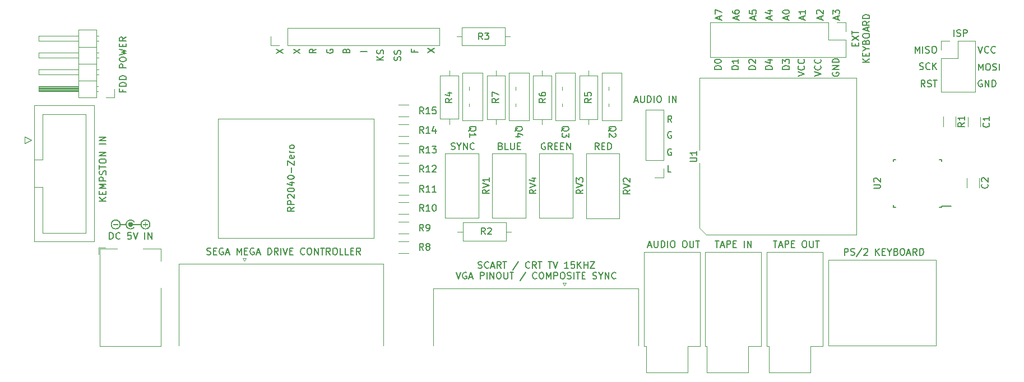
<source format=gbr>
%TF.GenerationSoftware,KiCad,Pcbnew,7.0.10-148-g62bb553460*%
%TF.CreationDate,2024-09-04T12:39:10+03:00*%
%TF.ProjectId,Pentagon128_InterfaceBoard,50656e74-6167-46f6-9e31-32385f496e74,rev?*%
%TF.SameCoordinates,Original*%
%TF.FileFunction,Legend,Top*%
%TF.FilePolarity,Positive*%
%FSLAX46Y46*%
G04 Gerber Fmt 4.6, Leading zero omitted, Abs format (unit mm)*
G04 Created by KiCad (PCBNEW 7.0.10-148-g62bb553460) date 2024-09-04 12:39:10*
%MOMM*%
%LPD*%
G01*
G04 APERTURE LIST*
%ADD10C,0.000000*%
%ADD11C,0.150000*%
%ADD12C,0.120000*%
G04 APERTURE END LIST*
D10*
G36*
X73586000Y-99975000D02*
G01*
X72836000Y-99975000D01*
X72836000Y-99825000D01*
X73586000Y-99825000D01*
X73586000Y-99975000D01*
G37*
G36*
X70978924Y-99550441D02*
G01*
X70997060Y-99551750D01*
X71014887Y-99553908D01*
X71032386Y-99556896D01*
X71049539Y-99560696D01*
X71066324Y-99565286D01*
X71082724Y-99570649D01*
X71098718Y-99576766D01*
X71114288Y-99583616D01*
X71129413Y-99591180D01*
X71144075Y-99599441D01*
X71158254Y-99608377D01*
X71171930Y-99617970D01*
X71185084Y-99628201D01*
X71197697Y-99639051D01*
X71209750Y-99650500D01*
X71221222Y-99662529D01*
X71232095Y-99675119D01*
X71242349Y-99688250D01*
X71251964Y-99701904D01*
X71260922Y-99716061D01*
X71269203Y-99730702D01*
X71276787Y-99745808D01*
X71283656Y-99761359D01*
X71289789Y-99777337D01*
X71295167Y-99793721D01*
X71299771Y-99810494D01*
X71303582Y-99827635D01*
X71306579Y-99845125D01*
X71308744Y-99862946D01*
X71310057Y-99881077D01*
X71310500Y-99899500D01*
X71310057Y-99917924D01*
X71308744Y-99936060D01*
X71306579Y-99953887D01*
X71303582Y-99971387D01*
X71299771Y-99988539D01*
X71295167Y-100005325D01*
X71289789Y-100021724D01*
X71283656Y-100037719D01*
X71276787Y-100053288D01*
X71269203Y-100068414D01*
X71260922Y-100083075D01*
X71251964Y-100097254D01*
X71242349Y-100110930D01*
X71232095Y-100124084D01*
X71221222Y-100136698D01*
X71209750Y-100148750D01*
X71197697Y-100160222D01*
X71185084Y-100171095D01*
X71171930Y-100181349D01*
X71158254Y-100190965D01*
X71144075Y-100199923D01*
X71129413Y-100208204D01*
X71114288Y-100215788D01*
X71098718Y-100222656D01*
X71082724Y-100228789D01*
X71066324Y-100234167D01*
X71049539Y-100238772D01*
X71032386Y-100242582D01*
X71014887Y-100245580D01*
X70997060Y-100247745D01*
X70978924Y-100249058D01*
X70960500Y-100249500D01*
X70942077Y-100249058D01*
X70923945Y-100247745D01*
X70906125Y-100245580D01*
X70888634Y-100242582D01*
X70871494Y-100238772D01*
X70854721Y-100234167D01*
X70838337Y-100228789D01*
X70822359Y-100222656D01*
X70806808Y-100215788D01*
X70791702Y-100208204D01*
X70777061Y-100199923D01*
X70762904Y-100190965D01*
X70749250Y-100181349D01*
X70736119Y-100171095D01*
X70723529Y-100160222D01*
X70711500Y-100148750D01*
X70700051Y-100136698D01*
X70689201Y-100124084D01*
X70678970Y-100110930D01*
X70669377Y-100097254D01*
X70660440Y-100083075D01*
X70652180Y-100068414D01*
X70644615Y-100053288D01*
X70637765Y-100037719D01*
X70631649Y-100021724D01*
X70626286Y-100005325D01*
X70621695Y-99988539D01*
X70617896Y-99971387D01*
X70614908Y-99953887D01*
X70612749Y-99936060D01*
X70611440Y-99917924D01*
X70611000Y-99899500D01*
X70611440Y-99881077D01*
X70612749Y-99862946D01*
X70614908Y-99845125D01*
X70617896Y-99827635D01*
X70621695Y-99810494D01*
X70626286Y-99793721D01*
X70631649Y-99777337D01*
X70637765Y-99761359D01*
X70644615Y-99745808D01*
X70652180Y-99730702D01*
X70660440Y-99716061D01*
X70669377Y-99701904D01*
X70678970Y-99688250D01*
X70689201Y-99675119D01*
X70700051Y-99662529D01*
X70711500Y-99650500D01*
X70723529Y-99639051D01*
X70736119Y-99628201D01*
X70749250Y-99617970D01*
X70762904Y-99608377D01*
X70777061Y-99599441D01*
X70791702Y-99591180D01*
X70806808Y-99583616D01*
X70822359Y-99576766D01*
X70838337Y-99570649D01*
X70854721Y-99565286D01*
X70871494Y-99560696D01*
X70888634Y-99556896D01*
X70906125Y-99553908D01*
X70923945Y-99551750D01*
X70942077Y-99550441D01*
X70960500Y-99550000D01*
X70978924Y-99550441D01*
G37*
G36*
X71011500Y-99152500D02*
G01*
X71048500Y-99156000D01*
X71085500Y-99161500D01*
X71122000Y-99168500D01*
X71158000Y-99177000D01*
X71193500Y-99188000D01*
X71228500Y-99201000D01*
X71263000Y-99215000D01*
X71297000Y-99230500D01*
X71329500Y-99248000D01*
X71361500Y-99267000D01*
X71392500Y-99288000D01*
X71422500Y-99310000D01*
X71451000Y-99333500D01*
X71478500Y-99358500D01*
X71505000Y-99385000D01*
X71530000Y-99412500D01*
X71553500Y-99441000D01*
X71575500Y-99471000D01*
X71441500Y-99564500D01*
X71425000Y-99541000D01*
X71406500Y-99518500D01*
X71387000Y-99497000D01*
X71366500Y-99476000D01*
X71344500Y-99456500D01*
X71322000Y-99438000D01*
X71298500Y-99421000D01*
X71274500Y-99404500D01*
X71249500Y-99389500D01*
X71223500Y-99376000D01*
X71197500Y-99363000D01*
X71170500Y-99352000D01*
X71143000Y-99342500D01*
X71115000Y-99334000D01*
X71086500Y-99327000D01*
X71058000Y-99321500D01*
X71029000Y-99317500D01*
X71000000Y-99315000D01*
X70971000Y-99313500D01*
X70942000Y-99314000D01*
X70912500Y-99315500D01*
X70883500Y-99318500D01*
X70855000Y-99323000D01*
X70826500Y-99329000D01*
X70798000Y-99336500D01*
X70770500Y-99345500D01*
X70743000Y-99355500D01*
X70716500Y-99366500D01*
X70690000Y-99379000D01*
X70664500Y-99393500D01*
X70639500Y-99408500D01*
X70615500Y-99425000D01*
X70592500Y-99443000D01*
X70570500Y-99461500D01*
X70549000Y-99481500D01*
X70529000Y-99502500D01*
X70509500Y-99524500D01*
X70491000Y-99547500D01*
X70474000Y-99571000D01*
X70458500Y-99595500D01*
X70444000Y-99621000D01*
X70430500Y-99647000D01*
X70418500Y-99673500D01*
X70408000Y-99700500D01*
X70399000Y-99728500D01*
X70391000Y-99756500D01*
X70384500Y-99785000D01*
X70379500Y-99813500D01*
X70376000Y-99842500D01*
X70373500Y-99871500D01*
X70373000Y-99900500D01*
X70373500Y-99930000D01*
X70376000Y-99959000D01*
X70379500Y-99988000D01*
X70384500Y-100016500D01*
X70391000Y-100045000D01*
X70399000Y-100073000D01*
X70408000Y-100100500D01*
X70419000Y-100128000D01*
X70430500Y-100154500D01*
X70444000Y-100180500D01*
X70458500Y-100205500D01*
X70474000Y-100230000D01*
X70491000Y-100254000D01*
X70509000Y-100276500D01*
X70528000Y-100298500D01*
X70548500Y-100319500D01*
X70569500Y-100339500D01*
X70592000Y-100358500D01*
X70615000Y-100376000D01*
X70639000Y-100392500D01*
X70664000Y-100408000D01*
X70689500Y-100422000D01*
X70715500Y-100434500D01*
X70742500Y-100446500D01*
X70769500Y-100457000D01*
X70797500Y-100465500D01*
X70825500Y-100473000D01*
X70854000Y-100479000D01*
X70883000Y-100483500D01*
X70912000Y-100486500D01*
X70941000Y-100488000D01*
X70970500Y-100488500D01*
X70999500Y-100487000D01*
X71028500Y-100484500D01*
X71057500Y-100480500D01*
X71086000Y-100475000D01*
X71114000Y-100468000D01*
X71142000Y-100459500D01*
X71169500Y-100450000D01*
X71196500Y-100438500D01*
X71223000Y-100427000D01*
X71248500Y-100413000D01*
X71274000Y-100398000D01*
X71298000Y-100382000D01*
X71321500Y-100364500D01*
X71344000Y-100346000D01*
X71365500Y-100326500D01*
X71386000Y-100306000D01*
X71405500Y-100284500D01*
X71424000Y-100261500D01*
X71442000Y-100238500D01*
X71574500Y-100331000D01*
X71552000Y-100361000D01*
X71528500Y-100390000D01*
X71503500Y-100417500D01*
X71477500Y-100444000D01*
X71450000Y-100468500D01*
X71421000Y-100492500D01*
X71391000Y-100514500D01*
X71360000Y-100535000D01*
X71328500Y-100554000D01*
X71295500Y-100571500D01*
X71262000Y-100587500D01*
X71227500Y-100601500D01*
X71192500Y-100613500D01*
X71156500Y-100624000D01*
X71120500Y-100632500D01*
X71084000Y-100639500D01*
X71047000Y-100645000D01*
X71010000Y-100648500D01*
X70973000Y-100650000D01*
X70936000Y-100649500D01*
X70898500Y-100647500D01*
X70862000Y-100643500D01*
X70825000Y-100637500D01*
X70788500Y-100630000D01*
X70752500Y-100620500D01*
X70717000Y-100609000D01*
X70682500Y-100596000D01*
X70648000Y-100581500D01*
X70615000Y-100565000D01*
X70582000Y-100547000D01*
X70550500Y-100527500D01*
X70520000Y-100506500D01*
X70490500Y-100484000D01*
X70462000Y-100459500D01*
X70435000Y-100434500D01*
X70409000Y-100407500D01*
X70384500Y-100379500D01*
X70361500Y-100350500D01*
X70340000Y-100320000D01*
X70320000Y-100289000D01*
X70302000Y-100256500D01*
X70285000Y-100223500D01*
X70269500Y-100189500D01*
X70256000Y-100155000D01*
X70244500Y-100119000D01*
X70234500Y-100083500D01*
X70226000Y-100047000D01*
X70220000Y-100010500D01*
X70215000Y-99973500D01*
X70212500Y-99936500D01*
X70211500Y-99899500D01*
X70212500Y-99862000D01*
X70215000Y-99825000D01*
X70220000Y-99788000D01*
X70226500Y-99751500D01*
X70234500Y-99715500D01*
X70244500Y-99679500D01*
X70256500Y-99644500D01*
X70270000Y-99610000D01*
X70285000Y-99576000D01*
X70302000Y-99543000D01*
X70321000Y-99511000D01*
X70341000Y-99479500D01*
X70362500Y-99449000D01*
X70386000Y-99420000D01*
X70410500Y-99392000D01*
X70436000Y-99365500D01*
X70463500Y-99340000D01*
X70491500Y-99316000D01*
X70521500Y-99293500D01*
X70552000Y-99272500D01*
X70583500Y-99253000D01*
X70616000Y-99235000D01*
X70649500Y-99218500D01*
X70683500Y-99204000D01*
X70718500Y-99191000D01*
X70754000Y-99180500D01*
X70790000Y-99171000D01*
X70826500Y-99163500D01*
X70863000Y-99157500D01*
X70900000Y-99153500D01*
X70937500Y-99151500D01*
X70974500Y-99151000D01*
X71011500Y-99152500D01*
G37*
G36*
X73286000Y-100275000D02*
G01*
X73136000Y-100275000D01*
X73136000Y-99525000D01*
X73286000Y-99525000D01*
X73286000Y-100275000D01*
G37*
G36*
X69086000Y-99975000D02*
G01*
X68336000Y-99975000D01*
X68336000Y-99825000D01*
X69086000Y-99825000D01*
X69086000Y-99975000D01*
G37*
G36*
X70261000Y-99975000D02*
G01*
X69411000Y-99975000D01*
X69411000Y-99825000D01*
X70261000Y-99825000D01*
X70261000Y-99975000D01*
G37*
G36*
X68750544Y-99150945D02*
G01*
X68789460Y-99153754D01*
X68827709Y-99158384D01*
X68865248Y-99164795D01*
X68902036Y-99172945D01*
X68938032Y-99182794D01*
X68973195Y-99194300D01*
X69007484Y-99207422D01*
X69040857Y-99222118D01*
X69073274Y-99238348D01*
X69104693Y-99256071D01*
X69135072Y-99275244D01*
X69164371Y-99295827D01*
X69192549Y-99317780D01*
X69219564Y-99341059D01*
X69245375Y-99365625D01*
X69269941Y-99391436D01*
X69293220Y-99418451D01*
X69315172Y-99446629D01*
X69335756Y-99475928D01*
X69354929Y-99506307D01*
X69372651Y-99537726D01*
X69388881Y-99570142D01*
X69403578Y-99603516D01*
X69416700Y-99637804D01*
X69428206Y-99672968D01*
X69438054Y-99708964D01*
X69446205Y-99745752D01*
X69452616Y-99783291D01*
X69457246Y-99821539D01*
X69460054Y-99860456D01*
X69461000Y-99900000D01*
X69460054Y-99939544D01*
X69457246Y-99978461D01*
X69452616Y-100016709D01*
X69446205Y-100054248D01*
X69438054Y-100091036D01*
X69428206Y-100127032D01*
X69416700Y-100162196D01*
X69403578Y-100196484D01*
X69388881Y-100229858D01*
X69372651Y-100262274D01*
X69354929Y-100293693D01*
X69335756Y-100324072D01*
X69315172Y-100353371D01*
X69293220Y-100381549D01*
X69269941Y-100408564D01*
X69245375Y-100434375D01*
X69219564Y-100458941D01*
X69192549Y-100482220D01*
X69164371Y-100504173D01*
X69135072Y-100524756D01*
X69104693Y-100543929D01*
X69073274Y-100561652D01*
X69040857Y-100577882D01*
X69007484Y-100592578D01*
X68973195Y-100605700D01*
X68938032Y-100617206D01*
X68902036Y-100627055D01*
X68865248Y-100635205D01*
X68827709Y-100641616D01*
X68789460Y-100646246D01*
X68750544Y-100649055D01*
X68711000Y-100650000D01*
X68671456Y-100649055D01*
X68632539Y-100646246D01*
X68594291Y-100641616D01*
X68556752Y-100635205D01*
X68519964Y-100627055D01*
X68483967Y-100617206D01*
X68448804Y-100605700D01*
X68414515Y-100592578D01*
X68381142Y-100577882D01*
X68348726Y-100561652D01*
X68317307Y-100543929D01*
X68286928Y-100524756D01*
X68257628Y-100504173D01*
X68229451Y-100482220D01*
X68202436Y-100458941D01*
X68176625Y-100434375D01*
X68152059Y-100408564D01*
X68128779Y-100381549D01*
X68106827Y-100353371D01*
X68086244Y-100324072D01*
X68067071Y-100293693D01*
X68049348Y-100262274D01*
X68033118Y-100229858D01*
X68018422Y-100196484D01*
X68005300Y-100162196D01*
X67993794Y-100127032D01*
X67983945Y-100091036D01*
X67975795Y-100054248D01*
X67969384Y-100016709D01*
X67964753Y-99978461D01*
X67961945Y-99939544D01*
X67961000Y-99900000D01*
X67961012Y-99899500D01*
X68125500Y-99899500D01*
X68126237Y-99930344D01*
X68128428Y-99960699D01*
X68132039Y-99990533D01*
X68137040Y-100019813D01*
X68143397Y-100048508D01*
X68151079Y-100076585D01*
X68160054Y-100104013D01*
X68170289Y-100130758D01*
X68181752Y-100156789D01*
X68194412Y-100182074D01*
X68208235Y-100206580D01*
X68223190Y-100230276D01*
X68239245Y-100253130D01*
X68256368Y-100275108D01*
X68274526Y-100296180D01*
X68293687Y-100316312D01*
X68313820Y-100335474D01*
X68334892Y-100353632D01*
X68356870Y-100370755D01*
X68379723Y-100386810D01*
X68403419Y-100401765D01*
X68427926Y-100415588D01*
X68453211Y-100428248D01*
X68479242Y-100439711D01*
X68505987Y-100449946D01*
X68533414Y-100458920D01*
X68561492Y-100466603D01*
X68590186Y-100472960D01*
X68619467Y-100477960D01*
X68649300Y-100481572D01*
X68679656Y-100483763D01*
X68710500Y-100484500D01*
X68741344Y-100483763D01*
X68771699Y-100481572D01*
X68801533Y-100477960D01*
X68830813Y-100472960D01*
X68859508Y-100466603D01*
X68887585Y-100458920D01*
X68915012Y-100449946D01*
X68941758Y-100439711D01*
X68967789Y-100428248D01*
X68993074Y-100415588D01*
X69017580Y-100401765D01*
X69041276Y-100386810D01*
X69064129Y-100370755D01*
X69086108Y-100353632D01*
X69107180Y-100335474D01*
X69127312Y-100316312D01*
X69146474Y-100296180D01*
X69164632Y-100275108D01*
X69181754Y-100253130D01*
X69197809Y-100230276D01*
X69212765Y-100206580D01*
X69226588Y-100182074D01*
X69239247Y-100156789D01*
X69250711Y-100130758D01*
X69260946Y-100104013D01*
X69269920Y-100076585D01*
X69277602Y-100048508D01*
X69283960Y-100019813D01*
X69288960Y-99990533D01*
X69292572Y-99960699D01*
X69294762Y-99930344D01*
X69295500Y-99899500D01*
X69294762Y-99868656D01*
X69292572Y-99838301D01*
X69288960Y-99808467D01*
X69283960Y-99779187D01*
X69277602Y-99750492D01*
X69269920Y-99722415D01*
X69260946Y-99694987D01*
X69250711Y-99668242D01*
X69239247Y-99642211D01*
X69226588Y-99616926D01*
X69212765Y-99592420D01*
X69197809Y-99568724D01*
X69181754Y-99545870D01*
X69164632Y-99523892D01*
X69146474Y-99502820D01*
X69127312Y-99482687D01*
X69107180Y-99463526D01*
X69086108Y-99445368D01*
X69064129Y-99428245D01*
X69041276Y-99412190D01*
X69017580Y-99397235D01*
X68993074Y-99383412D01*
X68967789Y-99370752D01*
X68941758Y-99359289D01*
X68915012Y-99349054D01*
X68887585Y-99340079D01*
X68859508Y-99332397D01*
X68830813Y-99326040D01*
X68801533Y-99321039D01*
X68771699Y-99317428D01*
X68741344Y-99315237D01*
X68710500Y-99314500D01*
X68679656Y-99315237D01*
X68649300Y-99317428D01*
X68619467Y-99321039D01*
X68590186Y-99326040D01*
X68561492Y-99332397D01*
X68533414Y-99340079D01*
X68505987Y-99349054D01*
X68479242Y-99359289D01*
X68453211Y-99370752D01*
X68427926Y-99383412D01*
X68403419Y-99397235D01*
X68379723Y-99412190D01*
X68356870Y-99428245D01*
X68334892Y-99445368D01*
X68313820Y-99463526D01*
X68293687Y-99482687D01*
X68274526Y-99502820D01*
X68256368Y-99523892D01*
X68239245Y-99545870D01*
X68223190Y-99568724D01*
X68208235Y-99592420D01*
X68194412Y-99616926D01*
X68181752Y-99642211D01*
X68170289Y-99668242D01*
X68160054Y-99694987D01*
X68151079Y-99722415D01*
X68143397Y-99750492D01*
X68137040Y-99779187D01*
X68132039Y-99808467D01*
X68128428Y-99838301D01*
X68126237Y-99868656D01*
X68125500Y-99899500D01*
X67961012Y-99899500D01*
X67961945Y-99860456D01*
X67964753Y-99821539D01*
X67969384Y-99783291D01*
X67975795Y-99745752D01*
X67983945Y-99708964D01*
X67993794Y-99672968D01*
X68005300Y-99637804D01*
X68018422Y-99603516D01*
X68033118Y-99570142D01*
X68049348Y-99537726D01*
X68067071Y-99506307D01*
X68086244Y-99475928D01*
X68106827Y-99446629D01*
X68128779Y-99418451D01*
X68152059Y-99391436D01*
X68176625Y-99365625D01*
X68202436Y-99341059D01*
X68229451Y-99317780D01*
X68257628Y-99295827D01*
X68286928Y-99275244D01*
X68317307Y-99256071D01*
X68348726Y-99238348D01*
X68381142Y-99222118D01*
X68414515Y-99207422D01*
X68448804Y-99194300D01*
X68483967Y-99182794D01*
X68519964Y-99172945D01*
X68556752Y-99164795D01*
X68594291Y-99158384D01*
X68632539Y-99153754D01*
X68671456Y-99150945D01*
X68711000Y-99150000D01*
X68750544Y-99150945D01*
G37*
G36*
X72486000Y-99975000D02*
G01*
X71186000Y-99975000D01*
X71186000Y-99825000D01*
X72486000Y-99825000D01*
X72486000Y-99975000D01*
G37*
G36*
X73250544Y-99150945D02*
G01*
X73289461Y-99153754D01*
X73327709Y-99158384D01*
X73365248Y-99164795D01*
X73402036Y-99172945D01*
X73438032Y-99182794D01*
X73473196Y-99194300D01*
X73507484Y-99207422D01*
X73540858Y-99222118D01*
X73573274Y-99238348D01*
X73604693Y-99256071D01*
X73635072Y-99275244D01*
X73664371Y-99295827D01*
X73692549Y-99317780D01*
X73719564Y-99341059D01*
X73745375Y-99365625D01*
X73769941Y-99391436D01*
X73793220Y-99418451D01*
X73815173Y-99446629D01*
X73835756Y-99475928D01*
X73854929Y-99506307D01*
X73872652Y-99537726D01*
X73888882Y-99570142D01*
X73903578Y-99603516D01*
X73916700Y-99637804D01*
X73928206Y-99672968D01*
X73938055Y-99708964D01*
X73946205Y-99745752D01*
X73952616Y-99783291D01*
X73957246Y-99821539D01*
X73960055Y-99860456D01*
X73961000Y-99900000D01*
X73960055Y-99939544D01*
X73957246Y-99978461D01*
X73952616Y-100016709D01*
X73946205Y-100054248D01*
X73938055Y-100091036D01*
X73928206Y-100127032D01*
X73916700Y-100162196D01*
X73903578Y-100196484D01*
X73888882Y-100229858D01*
X73872652Y-100262274D01*
X73854929Y-100293693D01*
X73835756Y-100324072D01*
X73815173Y-100353371D01*
X73793220Y-100381549D01*
X73769941Y-100408564D01*
X73745375Y-100434375D01*
X73719564Y-100458941D01*
X73692549Y-100482220D01*
X73664371Y-100504173D01*
X73635072Y-100524756D01*
X73604693Y-100543929D01*
X73573274Y-100561652D01*
X73540858Y-100577882D01*
X73507484Y-100592578D01*
X73473196Y-100605700D01*
X73438032Y-100617206D01*
X73402036Y-100627055D01*
X73365248Y-100635205D01*
X73327709Y-100641616D01*
X73289461Y-100646246D01*
X73250544Y-100649055D01*
X73211000Y-100650000D01*
X73171456Y-100649055D01*
X73132539Y-100646246D01*
X73094291Y-100641616D01*
X73056752Y-100635205D01*
X73019964Y-100627055D01*
X72983968Y-100617206D01*
X72948804Y-100605700D01*
X72914516Y-100592578D01*
X72881142Y-100577882D01*
X72848726Y-100561652D01*
X72817307Y-100543929D01*
X72786928Y-100524756D01*
X72757629Y-100504173D01*
X72729451Y-100482220D01*
X72702436Y-100458941D01*
X72676625Y-100434375D01*
X72652059Y-100408564D01*
X72628780Y-100381549D01*
X72606827Y-100353371D01*
X72586244Y-100324072D01*
X72567071Y-100293693D01*
X72549348Y-100262274D01*
X72533118Y-100229858D01*
X72518422Y-100196484D01*
X72505300Y-100162196D01*
X72493794Y-100127032D01*
X72483945Y-100091036D01*
X72475795Y-100054248D01*
X72469384Y-100016709D01*
X72464754Y-99978461D01*
X72461945Y-99939544D01*
X72461000Y-99900000D01*
X72461012Y-99899500D01*
X72625500Y-99899500D01*
X72626237Y-99930344D01*
X72628428Y-99960699D01*
X72632040Y-99990533D01*
X72637040Y-100019813D01*
X72643397Y-100048508D01*
X72651080Y-100076585D01*
X72660054Y-100104013D01*
X72670289Y-100130758D01*
X72681752Y-100156789D01*
X72694412Y-100182074D01*
X72708235Y-100206580D01*
X72723190Y-100230276D01*
X72739245Y-100253130D01*
X72756368Y-100275108D01*
X72774526Y-100296180D01*
X72793688Y-100316312D01*
X72813820Y-100335474D01*
X72834892Y-100353632D01*
X72856870Y-100370755D01*
X72879724Y-100386810D01*
X72903420Y-100401765D01*
X72927926Y-100415588D01*
X72953211Y-100428248D01*
X72979242Y-100439711D01*
X73005987Y-100449946D01*
X73033415Y-100458920D01*
X73061492Y-100466603D01*
X73090186Y-100472960D01*
X73119467Y-100477960D01*
X73149301Y-100481572D01*
X73179656Y-100483763D01*
X73210500Y-100484500D01*
X73241344Y-100483763D01*
X73271699Y-100481572D01*
X73301533Y-100477960D01*
X73330813Y-100472960D01*
X73359508Y-100466603D01*
X73387585Y-100458920D01*
X73415012Y-100449946D01*
X73441758Y-100439711D01*
X73467789Y-100428248D01*
X73493074Y-100415588D01*
X73517580Y-100401765D01*
X73541276Y-100386810D01*
X73564129Y-100370755D01*
X73586108Y-100353632D01*
X73607180Y-100335474D01*
X73627312Y-100316312D01*
X73646474Y-100296180D01*
X73664632Y-100275108D01*
X73681754Y-100253130D01*
X73697809Y-100230276D01*
X73712765Y-100206580D01*
X73726588Y-100182074D01*
X73739247Y-100156789D01*
X73750711Y-100130758D01*
X73760946Y-100104013D01*
X73769920Y-100076585D01*
X73777602Y-100048508D01*
X73783960Y-100019813D01*
X73788960Y-99990533D01*
X73792572Y-99960699D01*
X73794762Y-99930344D01*
X73795500Y-99899500D01*
X73794762Y-99868656D01*
X73792572Y-99838301D01*
X73788960Y-99808467D01*
X73783960Y-99779187D01*
X73777602Y-99750492D01*
X73769920Y-99722415D01*
X73760946Y-99694987D01*
X73750711Y-99668242D01*
X73739247Y-99642211D01*
X73726588Y-99616926D01*
X73712765Y-99592420D01*
X73697809Y-99568724D01*
X73681754Y-99545870D01*
X73664632Y-99523892D01*
X73646474Y-99502820D01*
X73627312Y-99482687D01*
X73607180Y-99463526D01*
X73586108Y-99445368D01*
X73564129Y-99428245D01*
X73541276Y-99412190D01*
X73517580Y-99397235D01*
X73493074Y-99383412D01*
X73467789Y-99370752D01*
X73441758Y-99359289D01*
X73415012Y-99349054D01*
X73387585Y-99340079D01*
X73359508Y-99332397D01*
X73330813Y-99326040D01*
X73301533Y-99321039D01*
X73271699Y-99317428D01*
X73241344Y-99315237D01*
X73210500Y-99314500D01*
X73179656Y-99315237D01*
X73149301Y-99317428D01*
X73119467Y-99321039D01*
X73090186Y-99326040D01*
X73061492Y-99332397D01*
X73033415Y-99340079D01*
X73005987Y-99349054D01*
X72979242Y-99359289D01*
X72953211Y-99370752D01*
X72927926Y-99383412D01*
X72903420Y-99397235D01*
X72879724Y-99412190D01*
X72856870Y-99428245D01*
X72834892Y-99445368D01*
X72813820Y-99463526D01*
X72793688Y-99482687D01*
X72774526Y-99502820D01*
X72756368Y-99523892D01*
X72739245Y-99545870D01*
X72723190Y-99568724D01*
X72708235Y-99592420D01*
X72694412Y-99616926D01*
X72681752Y-99642211D01*
X72670289Y-99668242D01*
X72660054Y-99694987D01*
X72651080Y-99722415D01*
X72643397Y-99750492D01*
X72637040Y-99779187D01*
X72632040Y-99808467D01*
X72628428Y-99838301D01*
X72626237Y-99868656D01*
X72625500Y-99899500D01*
X72461012Y-99899500D01*
X72461945Y-99860456D01*
X72464754Y-99821539D01*
X72469384Y-99783291D01*
X72475795Y-99745752D01*
X72483945Y-99708964D01*
X72493794Y-99672968D01*
X72505300Y-99637804D01*
X72518422Y-99603516D01*
X72533118Y-99570142D01*
X72549348Y-99537726D01*
X72567071Y-99506307D01*
X72586244Y-99475928D01*
X72606827Y-99446629D01*
X72628780Y-99418451D01*
X72652059Y-99391436D01*
X72676625Y-99365625D01*
X72702436Y-99341059D01*
X72729451Y-99317780D01*
X72757629Y-99295827D01*
X72786928Y-99275244D01*
X72817307Y-99256071D01*
X72848726Y-99238348D01*
X72881142Y-99222118D01*
X72914516Y-99207422D01*
X72948804Y-99194300D01*
X72983968Y-99182794D01*
X73019964Y-99172945D01*
X73056752Y-99164795D01*
X73094291Y-99158384D01*
X73132539Y-99153754D01*
X73171456Y-99150945D01*
X73211000Y-99150000D01*
X73250544Y-99150945D01*
G37*
D11*
X159253922Y-102369819D02*
X159825350Y-102369819D01*
X159539636Y-103369819D02*
X159539636Y-102369819D01*
X160111065Y-103084104D02*
X160587255Y-103084104D01*
X160015827Y-103369819D02*
X160349160Y-102369819D01*
X160349160Y-102369819D02*
X160682493Y-103369819D01*
X161015827Y-103369819D02*
X161015827Y-102369819D01*
X161015827Y-102369819D02*
X161396779Y-102369819D01*
X161396779Y-102369819D02*
X161492017Y-102417438D01*
X161492017Y-102417438D02*
X161539636Y-102465057D01*
X161539636Y-102465057D02*
X161587255Y-102560295D01*
X161587255Y-102560295D02*
X161587255Y-102703152D01*
X161587255Y-102703152D02*
X161539636Y-102798390D01*
X161539636Y-102798390D02*
X161492017Y-102846009D01*
X161492017Y-102846009D02*
X161396779Y-102893628D01*
X161396779Y-102893628D02*
X161015827Y-102893628D01*
X162015827Y-102846009D02*
X162349160Y-102846009D01*
X162492017Y-103369819D02*
X162015827Y-103369819D01*
X162015827Y-103369819D02*
X162015827Y-102369819D01*
X162015827Y-102369819D02*
X162492017Y-102369819D01*
X163682494Y-103369819D02*
X163682494Y-102369819D01*
X164158684Y-103369819D02*
X164158684Y-102369819D01*
X164158684Y-102369819D02*
X164730112Y-103369819D01*
X164730112Y-103369819D02*
X164730112Y-102369819D01*
X109169819Y-75063220D02*
X108169819Y-75063220D01*
X109169819Y-74491792D02*
X108598390Y-74920363D01*
X108169819Y-74491792D02*
X108741247Y-75063220D01*
X109122200Y-74110839D02*
X109169819Y-73967982D01*
X109169819Y-73967982D02*
X109169819Y-73729887D01*
X109169819Y-73729887D02*
X109122200Y-73634649D01*
X109122200Y-73634649D02*
X109074580Y-73587030D01*
X109074580Y-73587030D02*
X108979342Y-73539411D01*
X108979342Y-73539411D02*
X108884104Y-73539411D01*
X108884104Y-73539411D02*
X108788866Y-73587030D01*
X108788866Y-73587030D02*
X108741247Y-73634649D01*
X108741247Y-73634649D02*
X108693628Y-73729887D01*
X108693628Y-73729887D02*
X108646009Y-73920363D01*
X108646009Y-73920363D02*
X108598390Y-74015601D01*
X108598390Y-74015601D02*
X108550771Y-74063220D01*
X108550771Y-74063220D02*
X108455533Y-74110839D01*
X108455533Y-74110839D02*
X108360295Y-74110839D01*
X108360295Y-74110839D02*
X108265057Y-74063220D01*
X108265057Y-74063220D02*
X108217438Y-74015601D01*
X108217438Y-74015601D02*
X108169819Y-73920363D01*
X108169819Y-73920363D02*
X108169819Y-73682268D01*
X108169819Y-73682268D02*
X108217438Y-73539411D01*
X159984104Y-68910839D02*
X159984104Y-68434649D01*
X160269819Y-69006077D02*
X159269819Y-68672744D01*
X159269819Y-68672744D02*
X160269819Y-68339411D01*
X159269819Y-68101315D02*
X159269819Y-67434649D01*
X159269819Y-67434649D02*
X160269819Y-67863220D01*
X67787323Y-102120764D02*
X67787323Y-101120764D01*
X67787323Y-101120764D02*
X68025418Y-101120764D01*
X68025418Y-101120764D02*
X68168275Y-101168383D01*
X68168275Y-101168383D02*
X68263513Y-101263621D01*
X68263513Y-101263621D02*
X68311132Y-101358859D01*
X68311132Y-101358859D02*
X68358751Y-101549335D01*
X68358751Y-101549335D02*
X68358751Y-101692192D01*
X68358751Y-101692192D02*
X68311132Y-101882668D01*
X68311132Y-101882668D02*
X68263513Y-101977906D01*
X68263513Y-101977906D02*
X68168275Y-102073145D01*
X68168275Y-102073145D02*
X68025418Y-102120764D01*
X68025418Y-102120764D02*
X67787323Y-102120764D01*
X69358751Y-102025525D02*
X69311132Y-102073145D01*
X69311132Y-102073145D02*
X69168275Y-102120764D01*
X69168275Y-102120764D02*
X69073037Y-102120764D01*
X69073037Y-102120764D02*
X68930180Y-102073145D01*
X68930180Y-102073145D02*
X68834942Y-101977906D01*
X68834942Y-101977906D02*
X68787323Y-101882668D01*
X68787323Y-101882668D02*
X68739704Y-101692192D01*
X68739704Y-101692192D02*
X68739704Y-101549335D01*
X68739704Y-101549335D02*
X68787323Y-101358859D01*
X68787323Y-101358859D02*
X68834942Y-101263621D01*
X68834942Y-101263621D02*
X68930180Y-101168383D01*
X68930180Y-101168383D02*
X69073037Y-101120764D01*
X69073037Y-101120764D02*
X69168275Y-101120764D01*
X69168275Y-101120764D02*
X69311132Y-101168383D01*
X69311132Y-101168383D02*
X69358751Y-101216002D01*
X71025418Y-101120764D02*
X70549228Y-101120764D01*
X70549228Y-101120764D02*
X70501609Y-101596954D01*
X70501609Y-101596954D02*
X70549228Y-101549335D01*
X70549228Y-101549335D02*
X70644466Y-101501716D01*
X70644466Y-101501716D02*
X70882561Y-101501716D01*
X70882561Y-101501716D02*
X70977799Y-101549335D01*
X70977799Y-101549335D02*
X71025418Y-101596954D01*
X71025418Y-101596954D02*
X71073037Y-101692192D01*
X71073037Y-101692192D02*
X71073037Y-101930287D01*
X71073037Y-101930287D02*
X71025418Y-102025525D01*
X71025418Y-102025525D02*
X70977799Y-102073145D01*
X70977799Y-102073145D02*
X70882561Y-102120764D01*
X70882561Y-102120764D02*
X70644466Y-102120764D01*
X70644466Y-102120764D02*
X70549228Y-102073145D01*
X70549228Y-102073145D02*
X70501609Y-102025525D01*
X71358752Y-101120764D02*
X71692085Y-102120764D01*
X71692085Y-102120764D02*
X72025418Y-101120764D01*
X73120657Y-102120764D02*
X73120657Y-101120764D01*
X73596847Y-102120764D02*
X73596847Y-101120764D01*
X73596847Y-101120764D02*
X74168275Y-102120764D01*
X74168275Y-102120764D02*
X74168275Y-101120764D01*
X123474285Y-106478351D02*
X123617142Y-106525970D01*
X123617142Y-106525970D02*
X123855237Y-106525970D01*
X123855237Y-106525970D02*
X123950475Y-106478351D01*
X123950475Y-106478351D02*
X123998094Y-106430731D01*
X123998094Y-106430731D02*
X124045713Y-106335493D01*
X124045713Y-106335493D02*
X124045713Y-106240255D01*
X124045713Y-106240255D02*
X123998094Y-106145017D01*
X123998094Y-106145017D02*
X123950475Y-106097398D01*
X123950475Y-106097398D02*
X123855237Y-106049779D01*
X123855237Y-106049779D02*
X123664761Y-106002160D01*
X123664761Y-106002160D02*
X123569523Y-105954541D01*
X123569523Y-105954541D02*
X123521904Y-105906922D01*
X123521904Y-105906922D02*
X123474285Y-105811684D01*
X123474285Y-105811684D02*
X123474285Y-105716446D01*
X123474285Y-105716446D02*
X123521904Y-105621208D01*
X123521904Y-105621208D02*
X123569523Y-105573589D01*
X123569523Y-105573589D02*
X123664761Y-105525970D01*
X123664761Y-105525970D02*
X123902856Y-105525970D01*
X123902856Y-105525970D02*
X124045713Y-105573589D01*
X125045713Y-106430731D02*
X124998094Y-106478351D01*
X124998094Y-106478351D02*
X124855237Y-106525970D01*
X124855237Y-106525970D02*
X124759999Y-106525970D01*
X124759999Y-106525970D02*
X124617142Y-106478351D01*
X124617142Y-106478351D02*
X124521904Y-106383112D01*
X124521904Y-106383112D02*
X124474285Y-106287874D01*
X124474285Y-106287874D02*
X124426666Y-106097398D01*
X124426666Y-106097398D02*
X124426666Y-105954541D01*
X124426666Y-105954541D02*
X124474285Y-105764065D01*
X124474285Y-105764065D02*
X124521904Y-105668827D01*
X124521904Y-105668827D02*
X124617142Y-105573589D01*
X124617142Y-105573589D02*
X124759999Y-105525970D01*
X124759999Y-105525970D02*
X124855237Y-105525970D01*
X124855237Y-105525970D02*
X124998094Y-105573589D01*
X124998094Y-105573589D02*
X125045713Y-105621208D01*
X125426666Y-106240255D02*
X125902856Y-106240255D01*
X125331428Y-106525970D02*
X125664761Y-105525970D01*
X125664761Y-105525970D02*
X125998094Y-106525970D01*
X126902856Y-106525970D02*
X126569523Y-106049779D01*
X126331428Y-106525970D02*
X126331428Y-105525970D01*
X126331428Y-105525970D02*
X126712380Y-105525970D01*
X126712380Y-105525970D02*
X126807618Y-105573589D01*
X126807618Y-105573589D02*
X126855237Y-105621208D01*
X126855237Y-105621208D02*
X126902856Y-105716446D01*
X126902856Y-105716446D02*
X126902856Y-105859303D01*
X126902856Y-105859303D02*
X126855237Y-105954541D01*
X126855237Y-105954541D02*
X126807618Y-106002160D01*
X126807618Y-106002160D02*
X126712380Y-106049779D01*
X126712380Y-106049779D02*
X126331428Y-106049779D01*
X127188571Y-105525970D02*
X127759999Y-105525970D01*
X127474285Y-106525970D02*
X127474285Y-105525970D01*
X129569523Y-105478351D02*
X128712381Y-106764065D01*
X131236190Y-106430731D02*
X131188571Y-106478351D01*
X131188571Y-106478351D02*
X131045714Y-106525970D01*
X131045714Y-106525970D02*
X130950476Y-106525970D01*
X130950476Y-106525970D02*
X130807619Y-106478351D01*
X130807619Y-106478351D02*
X130712381Y-106383112D01*
X130712381Y-106383112D02*
X130664762Y-106287874D01*
X130664762Y-106287874D02*
X130617143Y-106097398D01*
X130617143Y-106097398D02*
X130617143Y-105954541D01*
X130617143Y-105954541D02*
X130664762Y-105764065D01*
X130664762Y-105764065D02*
X130712381Y-105668827D01*
X130712381Y-105668827D02*
X130807619Y-105573589D01*
X130807619Y-105573589D02*
X130950476Y-105525970D01*
X130950476Y-105525970D02*
X131045714Y-105525970D01*
X131045714Y-105525970D02*
X131188571Y-105573589D01*
X131188571Y-105573589D02*
X131236190Y-105621208D01*
X132236190Y-106525970D02*
X131902857Y-106049779D01*
X131664762Y-106525970D02*
X131664762Y-105525970D01*
X131664762Y-105525970D02*
X132045714Y-105525970D01*
X132045714Y-105525970D02*
X132140952Y-105573589D01*
X132140952Y-105573589D02*
X132188571Y-105621208D01*
X132188571Y-105621208D02*
X132236190Y-105716446D01*
X132236190Y-105716446D02*
X132236190Y-105859303D01*
X132236190Y-105859303D02*
X132188571Y-105954541D01*
X132188571Y-105954541D02*
X132140952Y-106002160D01*
X132140952Y-106002160D02*
X132045714Y-106049779D01*
X132045714Y-106049779D02*
X131664762Y-106049779D01*
X132521905Y-105525970D02*
X133093333Y-105525970D01*
X132807619Y-106525970D02*
X132807619Y-105525970D01*
X134045715Y-105525970D02*
X134617143Y-105525970D01*
X134331429Y-106525970D02*
X134331429Y-105525970D01*
X134807620Y-105525970D02*
X135140953Y-106525970D01*
X135140953Y-106525970D02*
X135474286Y-105525970D01*
X137093334Y-106525970D02*
X136521906Y-106525970D01*
X136807620Y-106525970D02*
X136807620Y-105525970D01*
X136807620Y-105525970D02*
X136712382Y-105668827D01*
X136712382Y-105668827D02*
X136617144Y-105764065D01*
X136617144Y-105764065D02*
X136521906Y-105811684D01*
X137998096Y-105525970D02*
X137521906Y-105525970D01*
X137521906Y-105525970D02*
X137474287Y-106002160D01*
X137474287Y-106002160D02*
X137521906Y-105954541D01*
X137521906Y-105954541D02*
X137617144Y-105906922D01*
X137617144Y-105906922D02*
X137855239Y-105906922D01*
X137855239Y-105906922D02*
X137950477Y-105954541D01*
X137950477Y-105954541D02*
X137998096Y-106002160D01*
X137998096Y-106002160D02*
X138045715Y-106097398D01*
X138045715Y-106097398D02*
X138045715Y-106335493D01*
X138045715Y-106335493D02*
X137998096Y-106430731D01*
X137998096Y-106430731D02*
X137950477Y-106478351D01*
X137950477Y-106478351D02*
X137855239Y-106525970D01*
X137855239Y-106525970D02*
X137617144Y-106525970D01*
X137617144Y-106525970D02*
X137521906Y-106478351D01*
X137521906Y-106478351D02*
X137474287Y-106430731D01*
X138474287Y-106525970D02*
X138474287Y-105525970D01*
X139045715Y-106525970D02*
X138617144Y-105954541D01*
X139045715Y-105525970D02*
X138474287Y-106097398D01*
X139474287Y-106525970D02*
X139474287Y-105525970D01*
X139474287Y-106002160D02*
X140045715Y-106002160D01*
X140045715Y-106525970D02*
X140045715Y-105525970D01*
X140426668Y-105525970D02*
X141093334Y-105525970D01*
X141093334Y-105525970D02*
X140426668Y-106525970D01*
X140426668Y-106525970D02*
X141093334Y-106525970D01*
X120164762Y-107135970D02*
X120498095Y-108135970D01*
X120498095Y-108135970D02*
X120831428Y-107135970D01*
X121688571Y-107183589D02*
X121593333Y-107135970D01*
X121593333Y-107135970D02*
X121450476Y-107135970D01*
X121450476Y-107135970D02*
X121307619Y-107183589D01*
X121307619Y-107183589D02*
X121212381Y-107278827D01*
X121212381Y-107278827D02*
X121164762Y-107374065D01*
X121164762Y-107374065D02*
X121117143Y-107564541D01*
X121117143Y-107564541D02*
X121117143Y-107707398D01*
X121117143Y-107707398D02*
X121164762Y-107897874D01*
X121164762Y-107897874D02*
X121212381Y-107993112D01*
X121212381Y-107993112D02*
X121307619Y-108088351D01*
X121307619Y-108088351D02*
X121450476Y-108135970D01*
X121450476Y-108135970D02*
X121545714Y-108135970D01*
X121545714Y-108135970D02*
X121688571Y-108088351D01*
X121688571Y-108088351D02*
X121736190Y-108040731D01*
X121736190Y-108040731D02*
X121736190Y-107707398D01*
X121736190Y-107707398D02*
X121545714Y-107707398D01*
X122117143Y-107850255D02*
X122593333Y-107850255D01*
X122021905Y-108135970D02*
X122355238Y-107135970D01*
X122355238Y-107135970D02*
X122688571Y-108135970D01*
X123783810Y-108135970D02*
X123783810Y-107135970D01*
X123783810Y-107135970D02*
X124164762Y-107135970D01*
X124164762Y-107135970D02*
X124260000Y-107183589D01*
X124260000Y-107183589D02*
X124307619Y-107231208D01*
X124307619Y-107231208D02*
X124355238Y-107326446D01*
X124355238Y-107326446D02*
X124355238Y-107469303D01*
X124355238Y-107469303D02*
X124307619Y-107564541D01*
X124307619Y-107564541D02*
X124260000Y-107612160D01*
X124260000Y-107612160D02*
X124164762Y-107659779D01*
X124164762Y-107659779D02*
X123783810Y-107659779D01*
X124783810Y-108135970D02*
X124783810Y-107135970D01*
X125260000Y-108135970D02*
X125260000Y-107135970D01*
X125260000Y-107135970D02*
X125831428Y-108135970D01*
X125831428Y-108135970D02*
X125831428Y-107135970D01*
X126498095Y-107135970D02*
X126688571Y-107135970D01*
X126688571Y-107135970D02*
X126783809Y-107183589D01*
X126783809Y-107183589D02*
X126879047Y-107278827D01*
X126879047Y-107278827D02*
X126926666Y-107469303D01*
X126926666Y-107469303D02*
X126926666Y-107802636D01*
X126926666Y-107802636D02*
X126879047Y-107993112D01*
X126879047Y-107993112D02*
X126783809Y-108088351D01*
X126783809Y-108088351D02*
X126688571Y-108135970D01*
X126688571Y-108135970D02*
X126498095Y-108135970D01*
X126498095Y-108135970D02*
X126402857Y-108088351D01*
X126402857Y-108088351D02*
X126307619Y-107993112D01*
X126307619Y-107993112D02*
X126260000Y-107802636D01*
X126260000Y-107802636D02*
X126260000Y-107469303D01*
X126260000Y-107469303D02*
X126307619Y-107278827D01*
X126307619Y-107278827D02*
X126402857Y-107183589D01*
X126402857Y-107183589D02*
X126498095Y-107135970D01*
X127355238Y-107135970D02*
X127355238Y-107945493D01*
X127355238Y-107945493D02*
X127402857Y-108040731D01*
X127402857Y-108040731D02*
X127450476Y-108088351D01*
X127450476Y-108088351D02*
X127545714Y-108135970D01*
X127545714Y-108135970D02*
X127736190Y-108135970D01*
X127736190Y-108135970D02*
X127831428Y-108088351D01*
X127831428Y-108088351D02*
X127879047Y-108040731D01*
X127879047Y-108040731D02*
X127926666Y-107945493D01*
X127926666Y-107945493D02*
X127926666Y-107135970D01*
X128260000Y-107135970D02*
X128831428Y-107135970D01*
X128545714Y-108135970D02*
X128545714Y-107135970D01*
X130640952Y-107088351D02*
X129783810Y-108374065D01*
X132307619Y-108040731D02*
X132260000Y-108088351D01*
X132260000Y-108088351D02*
X132117143Y-108135970D01*
X132117143Y-108135970D02*
X132021905Y-108135970D01*
X132021905Y-108135970D02*
X131879048Y-108088351D01*
X131879048Y-108088351D02*
X131783810Y-107993112D01*
X131783810Y-107993112D02*
X131736191Y-107897874D01*
X131736191Y-107897874D02*
X131688572Y-107707398D01*
X131688572Y-107707398D02*
X131688572Y-107564541D01*
X131688572Y-107564541D02*
X131736191Y-107374065D01*
X131736191Y-107374065D02*
X131783810Y-107278827D01*
X131783810Y-107278827D02*
X131879048Y-107183589D01*
X131879048Y-107183589D02*
X132021905Y-107135970D01*
X132021905Y-107135970D02*
X132117143Y-107135970D01*
X132117143Y-107135970D02*
X132260000Y-107183589D01*
X132260000Y-107183589D02*
X132307619Y-107231208D01*
X132926667Y-107135970D02*
X133117143Y-107135970D01*
X133117143Y-107135970D02*
X133212381Y-107183589D01*
X133212381Y-107183589D02*
X133307619Y-107278827D01*
X133307619Y-107278827D02*
X133355238Y-107469303D01*
X133355238Y-107469303D02*
X133355238Y-107802636D01*
X133355238Y-107802636D02*
X133307619Y-107993112D01*
X133307619Y-107993112D02*
X133212381Y-108088351D01*
X133212381Y-108088351D02*
X133117143Y-108135970D01*
X133117143Y-108135970D02*
X132926667Y-108135970D01*
X132926667Y-108135970D02*
X132831429Y-108088351D01*
X132831429Y-108088351D02*
X132736191Y-107993112D01*
X132736191Y-107993112D02*
X132688572Y-107802636D01*
X132688572Y-107802636D02*
X132688572Y-107469303D01*
X132688572Y-107469303D02*
X132736191Y-107278827D01*
X132736191Y-107278827D02*
X132831429Y-107183589D01*
X132831429Y-107183589D02*
X132926667Y-107135970D01*
X133783810Y-108135970D02*
X133783810Y-107135970D01*
X133783810Y-107135970D02*
X134117143Y-107850255D01*
X134117143Y-107850255D02*
X134450476Y-107135970D01*
X134450476Y-107135970D02*
X134450476Y-108135970D01*
X134926667Y-108135970D02*
X134926667Y-107135970D01*
X134926667Y-107135970D02*
X135307619Y-107135970D01*
X135307619Y-107135970D02*
X135402857Y-107183589D01*
X135402857Y-107183589D02*
X135450476Y-107231208D01*
X135450476Y-107231208D02*
X135498095Y-107326446D01*
X135498095Y-107326446D02*
X135498095Y-107469303D01*
X135498095Y-107469303D02*
X135450476Y-107564541D01*
X135450476Y-107564541D02*
X135402857Y-107612160D01*
X135402857Y-107612160D02*
X135307619Y-107659779D01*
X135307619Y-107659779D02*
X134926667Y-107659779D01*
X136117143Y-107135970D02*
X136307619Y-107135970D01*
X136307619Y-107135970D02*
X136402857Y-107183589D01*
X136402857Y-107183589D02*
X136498095Y-107278827D01*
X136498095Y-107278827D02*
X136545714Y-107469303D01*
X136545714Y-107469303D02*
X136545714Y-107802636D01*
X136545714Y-107802636D02*
X136498095Y-107993112D01*
X136498095Y-107993112D02*
X136402857Y-108088351D01*
X136402857Y-108088351D02*
X136307619Y-108135970D01*
X136307619Y-108135970D02*
X136117143Y-108135970D01*
X136117143Y-108135970D02*
X136021905Y-108088351D01*
X136021905Y-108088351D02*
X135926667Y-107993112D01*
X135926667Y-107993112D02*
X135879048Y-107802636D01*
X135879048Y-107802636D02*
X135879048Y-107469303D01*
X135879048Y-107469303D02*
X135926667Y-107278827D01*
X135926667Y-107278827D02*
X136021905Y-107183589D01*
X136021905Y-107183589D02*
X136117143Y-107135970D01*
X136926667Y-108088351D02*
X137069524Y-108135970D01*
X137069524Y-108135970D02*
X137307619Y-108135970D01*
X137307619Y-108135970D02*
X137402857Y-108088351D01*
X137402857Y-108088351D02*
X137450476Y-108040731D01*
X137450476Y-108040731D02*
X137498095Y-107945493D01*
X137498095Y-107945493D02*
X137498095Y-107850255D01*
X137498095Y-107850255D02*
X137450476Y-107755017D01*
X137450476Y-107755017D02*
X137402857Y-107707398D01*
X137402857Y-107707398D02*
X137307619Y-107659779D01*
X137307619Y-107659779D02*
X137117143Y-107612160D01*
X137117143Y-107612160D02*
X137021905Y-107564541D01*
X137021905Y-107564541D02*
X136974286Y-107516922D01*
X136974286Y-107516922D02*
X136926667Y-107421684D01*
X136926667Y-107421684D02*
X136926667Y-107326446D01*
X136926667Y-107326446D02*
X136974286Y-107231208D01*
X136974286Y-107231208D02*
X137021905Y-107183589D01*
X137021905Y-107183589D02*
X137117143Y-107135970D01*
X137117143Y-107135970D02*
X137355238Y-107135970D01*
X137355238Y-107135970D02*
X137498095Y-107183589D01*
X137926667Y-108135970D02*
X137926667Y-107135970D01*
X138260000Y-107135970D02*
X138831428Y-107135970D01*
X138545714Y-108135970D02*
X138545714Y-107135970D01*
X139164762Y-107612160D02*
X139498095Y-107612160D01*
X139640952Y-108135970D02*
X139164762Y-108135970D01*
X139164762Y-108135970D02*
X139164762Y-107135970D01*
X139164762Y-107135970D02*
X139640952Y-107135970D01*
X140783810Y-108088351D02*
X140926667Y-108135970D01*
X140926667Y-108135970D02*
X141164762Y-108135970D01*
X141164762Y-108135970D02*
X141260000Y-108088351D01*
X141260000Y-108088351D02*
X141307619Y-108040731D01*
X141307619Y-108040731D02*
X141355238Y-107945493D01*
X141355238Y-107945493D02*
X141355238Y-107850255D01*
X141355238Y-107850255D02*
X141307619Y-107755017D01*
X141307619Y-107755017D02*
X141260000Y-107707398D01*
X141260000Y-107707398D02*
X141164762Y-107659779D01*
X141164762Y-107659779D02*
X140974286Y-107612160D01*
X140974286Y-107612160D02*
X140879048Y-107564541D01*
X140879048Y-107564541D02*
X140831429Y-107516922D01*
X140831429Y-107516922D02*
X140783810Y-107421684D01*
X140783810Y-107421684D02*
X140783810Y-107326446D01*
X140783810Y-107326446D02*
X140831429Y-107231208D01*
X140831429Y-107231208D02*
X140879048Y-107183589D01*
X140879048Y-107183589D02*
X140974286Y-107135970D01*
X140974286Y-107135970D02*
X141212381Y-107135970D01*
X141212381Y-107135970D02*
X141355238Y-107183589D01*
X141974286Y-107659779D02*
X141974286Y-108135970D01*
X141640953Y-107135970D02*
X141974286Y-107659779D01*
X141974286Y-107659779D02*
X142307619Y-107135970D01*
X142640953Y-108135970D02*
X142640953Y-107135970D01*
X142640953Y-107135970D02*
X143212381Y-108135970D01*
X143212381Y-108135970D02*
X143212381Y-107135970D01*
X144260000Y-108040731D02*
X144212381Y-108088351D01*
X144212381Y-108088351D02*
X144069524Y-108135970D01*
X144069524Y-108135970D02*
X143974286Y-108135970D01*
X143974286Y-108135970D02*
X143831429Y-108088351D01*
X143831429Y-108088351D02*
X143736191Y-107993112D01*
X143736191Y-107993112D02*
X143688572Y-107897874D01*
X143688572Y-107897874D02*
X143640953Y-107707398D01*
X143640953Y-107707398D02*
X143640953Y-107564541D01*
X143640953Y-107564541D02*
X143688572Y-107374065D01*
X143688572Y-107374065D02*
X143736191Y-107278827D01*
X143736191Y-107278827D02*
X143831429Y-107183589D01*
X143831429Y-107183589D02*
X143974286Y-107135970D01*
X143974286Y-107135970D02*
X144069524Y-107135970D01*
X144069524Y-107135970D02*
X144212381Y-107183589D01*
X144212381Y-107183589D02*
X144260000Y-107231208D01*
X113846009Y-73529887D02*
X113846009Y-73863220D01*
X114369819Y-73863220D02*
X113369819Y-73863220D01*
X113369819Y-73863220D02*
X113369819Y-73387030D01*
X152612969Y-91969819D02*
X152136779Y-91969819D01*
X152136779Y-91969819D02*
X152136779Y-90969819D01*
X92969819Y-74058458D02*
X93969819Y-73391792D01*
X92969819Y-73391792D02*
X93969819Y-74058458D01*
X106669819Y-73763220D02*
X105669819Y-73763220D01*
X189486779Y-73989819D02*
X189486779Y-72989819D01*
X189486779Y-72989819D02*
X189820112Y-73704104D01*
X189820112Y-73704104D02*
X190153445Y-72989819D01*
X190153445Y-72989819D02*
X190153445Y-73989819D01*
X190629636Y-73989819D02*
X190629636Y-72989819D01*
X191058207Y-73942200D02*
X191201064Y-73989819D01*
X191201064Y-73989819D02*
X191439159Y-73989819D01*
X191439159Y-73989819D02*
X191534397Y-73942200D01*
X191534397Y-73942200D02*
X191582016Y-73894580D01*
X191582016Y-73894580D02*
X191629635Y-73799342D01*
X191629635Y-73799342D02*
X191629635Y-73704104D01*
X191629635Y-73704104D02*
X191582016Y-73608866D01*
X191582016Y-73608866D02*
X191534397Y-73561247D01*
X191534397Y-73561247D02*
X191439159Y-73513628D01*
X191439159Y-73513628D02*
X191248683Y-73466009D01*
X191248683Y-73466009D02*
X191153445Y-73418390D01*
X191153445Y-73418390D02*
X191105826Y-73370771D01*
X191105826Y-73370771D02*
X191058207Y-73275533D01*
X191058207Y-73275533D02*
X191058207Y-73180295D01*
X191058207Y-73180295D02*
X191105826Y-73085057D01*
X191105826Y-73085057D02*
X191153445Y-73037438D01*
X191153445Y-73037438D02*
X191248683Y-72989819D01*
X191248683Y-72989819D02*
X191486778Y-72989819D01*
X191486778Y-72989819D02*
X191629635Y-73037438D01*
X192248683Y-72989819D02*
X192439159Y-72989819D01*
X192439159Y-72989819D02*
X192534397Y-73037438D01*
X192534397Y-73037438D02*
X192629635Y-73132676D01*
X192629635Y-73132676D02*
X192677254Y-73323152D01*
X192677254Y-73323152D02*
X192677254Y-73656485D01*
X192677254Y-73656485D02*
X192629635Y-73846961D01*
X192629635Y-73846961D02*
X192534397Y-73942200D01*
X192534397Y-73942200D02*
X192439159Y-73989819D01*
X192439159Y-73989819D02*
X192248683Y-73989819D01*
X192248683Y-73989819D02*
X192153445Y-73942200D01*
X192153445Y-73942200D02*
X192058207Y-73846961D01*
X192058207Y-73846961D02*
X192010588Y-73656485D01*
X192010588Y-73656485D02*
X192010588Y-73323152D01*
X192010588Y-73323152D02*
X192058207Y-73132676D01*
X192058207Y-73132676D02*
X192153445Y-73037438D01*
X192153445Y-73037438D02*
X192248683Y-72989819D01*
X199013922Y-72989819D02*
X199347255Y-73989819D01*
X199347255Y-73989819D02*
X199680588Y-72989819D01*
X200585350Y-73894580D02*
X200537731Y-73942200D01*
X200537731Y-73942200D02*
X200394874Y-73989819D01*
X200394874Y-73989819D02*
X200299636Y-73989819D01*
X200299636Y-73989819D02*
X200156779Y-73942200D01*
X200156779Y-73942200D02*
X200061541Y-73846961D01*
X200061541Y-73846961D02*
X200013922Y-73751723D01*
X200013922Y-73751723D02*
X199966303Y-73561247D01*
X199966303Y-73561247D02*
X199966303Y-73418390D01*
X199966303Y-73418390D02*
X200013922Y-73227914D01*
X200013922Y-73227914D02*
X200061541Y-73132676D01*
X200061541Y-73132676D02*
X200156779Y-73037438D01*
X200156779Y-73037438D02*
X200299636Y-72989819D01*
X200299636Y-72989819D02*
X200394874Y-72989819D01*
X200394874Y-72989819D02*
X200537731Y-73037438D01*
X200537731Y-73037438D02*
X200585350Y-73085057D01*
X201585350Y-73894580D02*
X201537731Y-73942200D01*
X201537731Y-73942200D02*
X201394874Y-73989819D01*
X201394874Y-73989819D02*
X201299636Y-73989819D01*
X201299636Y-73989819D02*
X201156779Y-73942200D01*
X201156779Y-73942200D02*
X201061541Y-73846961D01*
X201061541Y-73846961D02*
X201013922Y-73751723D01*
X201013922Y-73751723D02*
X200966303Y-73561247D01*
X200966303Y-73561247D02*
X200966303Y-73418390D01*
X200966303Y-73418390D02*
X201013922Y-73227914D01*
X201013922Y-73227914D02*
X201061541Y-73132676D01*
X201061541Y-73132676D02*
X201156779Y-73037438D01*
X201156779Y-73037438D02*
X201299636Y-72989819D01*
X201299636Y-72989819D02*
X201394874Y-72989819D01*
X201394874Y-72989819D02*
X201537731Y-73037438D01*
X201537731Y-73037438D02*
X201585350Y-73085057D01*
X147089160Y-81185255D02*
X147565350Y-81185255D01*
X146993922Y-81470970D02*
X147327255Y-80470970D01*
X147327255Y-80470970D02*
X147660588Y-81470970D01*
X147993922Y-80470970D02*
X147993922Y-81280493D01*
X147993922Y-81280493D02*
X148041541Y-81375731D01*
X148041541Y-81375731D02*
X148089160Y-81423351D01*
X148089160Y-81423351D02*
X148184398Y-81470970D01*
X148184398Y-81470970D02*
X148374874Y-81470970D01*
X148374874Y-81470970D02*
X148470112Y-81423351D01*
X148470112Y-81423351D02*
X148517731Y-81375731D01*
X148517731Y-81375731D02*
X148565350Y-81280493D01*
X148565350Y-81280493D02*
X148565350Y-80470970D01*
X149041541Y-81470970D02*
X149041541Y-80470970D01*
X149041541Y-80470970D02*
X149279636Y-80470970D01*
X149279636Y-80470970D02*
X149422493Y-80518589D01*
X149422493Y-80518589D02*
X149517731Y-80613827D01*
X149517731Y-80613827D02*
X149565350Y-80709065D01*
X149565350Y-80709065D02*
X149612969Y-80899541D01*
X149612969Y-80899541D02*
X149612969Y-81042398D01*
X149612969Y-81042398D02*
X149565350Y-81232874D01*
X149565350Y-81232874D02*
X149517731Y-81328112D01*
X149517731Y-81328112D02*
X149422493Y-81423351D01*
X149422493Y-81423351D02*
X149279636Y-81470970D01*
X149279636Y-81470970D02*
X149041541Y-81470970D01*
X150041541Y-81470970D02*
X150041541Y-80470970D01*
X150708207Y-80470970D02*
X150898683Y-80470970D01*
X150898683Y-80470970D02*
X150993921Y-80518589D01*
X150993921Y-80518589D02*
X151089159Y-80613827D01*
X151089159Y-80613827D02*
X151136778Y-80804303D01*
X151136778Y-80804303D02*
X151136778Y-81137636D01*
X151136778Y-81137636D02*
X151089159Y-81328112D01*
X151089159Y-81328112D02*
X150993921Y-81423351D01*
X150993921Y-81423351D02*
X150898683Y-81470970D01*
X150898683Y-81470970D02*
X150708207Y-81470970D01*
X150708207Y-81470970D02*
X150612969Y-81423351D01*
X150612969Y-81423351D02*
X150517731Y-81328112D01*
X150517731Y-81328112D02*
X150470112Y-81137636D01*
X150470112Y-81137636D02*
X150470112Y-80804303D01*
X150470112Y-80804303D02*
X150517731Y-80613827D01*
X150517731Y-80613827D02*
X150612969Y-80518589D01*
X150612969Y-80518589D02*
X150708207Y-80470970D01*
X152327255Y-81470970D02*
X152327255Y-80470970D01*
X152803445Y-81470970D02*
X152803445Y-80470970D01*
X152803445Y-80470970D02*
X153374873Y-81470970D01*
X153374873Y-81470970D02*
X153374873Y-80470970D01*
X167584104Y-68910839D02*
X167584104Y-68434649D01*
X167869819Y-69006077D02*
X166869819Y-68672744D01*
X166869819Y-68672744D02*
X167869819Y-68339411D01*
X167203152Y-67577506D02*
X167869819Y-67577506D01*
X166822200Y-67815601D02*
X167536485Y-68053696D01*
X167536485Y-68053696D02*
X167536485Y-67434649D01*
X100617438Y-73439411D02*
X100569819Y-73534649D01*
X100569819Y-73534649D02*
X100569819Y-73677506D01*
X100569819Y-73677506D02*
X100617438Y-73820363D01*
X100617438Y-73820363D02*
X100712676Y-73915601D01*
X100712676Y-73915601D02*
X100807914Y-73963220D01*
X100807914Y-73963220D02*
X100998390Y-74010839D01*
X100998390Y-74010839D02*
X101141247Y-74010839D01*
X101141247Y-74010839D02*
X101331723Y-73963220D01*
X101331723Y-73963220D02*
X101426961Y-73915601D01*
X101426961Y-73915601D02*
X101522200Y-73820363D01*
X101522200Y-73820363D02*
X101569819Y-73677506D01*
X101569819Y-73677506D02*
X101569819Y-73582268D01*
X101569819Y-73582268D02*
X101522200Y-73439411D01*
X101522200Y-73439411D02*
X101474580Y-73391792D01*
X101474580Y-73391792D02*
X101141247Y-73391792D01*
X101141247Y-73391792D02*
X101141247Y-73582268D01*
X95569819Y-74058458D02*
X96569819Y-73391792D01*
X95569819Y-73391792D02*
X96569819Y-74058458D01*
X152708207Y-84469819D02*
X152374874Y-83993628D01*
X152136779Y-84469819D02*
X152136779Y-83469819D01*
X152136779Y-83469819D02*
X152517731Y-83469819D01*
X152517731Y-83469819D02*
X152612969Y-83517438D01*
X152612969Y-83517438D02*
X152660588Y-83565057D01*
X152660588Y-83565057D02*
X152708207Y-83660295D01*
X152708207Y-83660295D02*
X152708207Y-83803152D01*
X152708207Y-83803152D02*
X152660588Y-83898390D01*
X152660588Y-83898390D02*
X152612969Y-83946009D01*
X152612969Y-83946009D02*
X152517731Y-83993628D01*
X152517731Y-83993628D02*
X152136779Y-83993628D01*
X190958207Y-79089819D02*
X190624874Y-78613628D01*
X190386779Y-79089819D02*
X190386779Y-78089819D01*
X190386779Y-78089819D02*
X190767731Y-78089819D01*
X190767731Y-78089819D02*
X190862969Y-78137438D01*
X190862969Y-78137438D02*
X190910588Y-78185057D01*
X190910588Y-78185057D02*
X190958207Y-78280295D01*
X190958207Y-78280295D02*
X190958207Y-78423152D01*
X190958207Y-78423152D02*
X190910588Y-78518390D01*
X190910588Y-78518390D02*
X190862969Y-78566009D01*
X190862969Y-78566009D02*
X190767731Y-78613628D01*
X190767731Y-78613628D02*
X190386779Y-78613628D01*
X191339160Y-79042200D02*
X191482017Y-79089819D01*
X191482017Y-79089819D02*
X191720112Y-79089819D01*
X191720112Y-79089819D02*
X191815350Y-79042200D01*
X191815350Y-79042200D02*
X191862969Y-78994580D01*
X191862969Y-78994580D02*
X191910588Y-78899342D01*
X191910588Y-78899342D02*
X191910588Y-78804104D01*
X191910588Y-78804104D02*
X191862969Y-78708866D01*
X191862969Y-78708866D02*
X191815350Y-78661247D01*
X191815350Y-78661247D02*
X191720112Y-78613628D01*
X191720112Y-78613628D02*
X191529636Y-78566009D01*
X191529636Y-78566009D02*
X191434398Y-78518390D01*
X191434398Y-78518390D02*
X191386779Y-78470771D01*
X191386779Y-78470771D02*
X191339160Y-78375533D01*
X191339160Y-78375533D02*
X191339160Y-78280295D01*
X191339160Y-78280295D02*
X191386779Y-78185057D01*
X191386779Y-78185057D02*
X191434398Y-78137438D01*
X191434398Y-78137438D02*
X191529636Y-78089819D01*
X191529636Y-78089819D02*
X191767731Y-78089819D01*
X191767731Y-78089819D02*
X191910588Y-78137438D01*
X192196303Y-78089819D02*
X192767731Y-78089819D01*
X192482017Y-79089819D02*
X192482017Y-78089819D01*
X195336779Y-71469819D02*
X195336779Y-70469819D01*
X195765350Y-71422200D02*
X195908207Y-71469819D01*
X195908207Y-71469819D02*
X196146302Y-71469819D01*
X196146302Y-71469819D02*
X196241540Y-71422200D01*
X196241540Y-71422200D02*
X196289159Y-71374580D01*
X196289159Y-71374580D02*
X196336778Y-71279342D01*
X196336778Y-71279342D02*
X196336778Y-71184104D01*
X196336778Y-71184104D02*
X196289159Y-71088866D01*
X196289159Y-71088866D02*
X196241540Y-71041247D01*
X196241540Y-71041247D02*
X196146302Y-70993628D01*
X196146302Y-70993628D02*
X195955826Y-70946009D01*
X195955826Y-70946009D02*
X195860588Y-70898390D01*
X195860588Y-70898390D02*
X195812969Y-70850771D01*
X195812969Y-70850771D02*
X195765350Y-70755533D01*
X195765350Y-70755533D02*
X195765350Y-70660295D01*
X195765350Y-70660295D02*
X195812969Y-70565057D01*
X195812969Y-70565057D02*
X195860588Y-70517438D01*
X195860588Y-70517438D02*
X195955826Y-70469819D01*
X195955826Y-70469819D02*
X196193921Y-70469819D01*
X196193921Y-70469819D02*
X196336778Y-70517438D01*
X196765350Y-71469819D02*
X196765350Y-70469819D01*
X196765350Y-70469819D02*
X197146302Y-70469819D01*
X197146302Y-70469819D02*
X197241540Y-70517438D01*
X197241540Y-70517438D02*
X197289159Y-70565057D01*
X197289159Y-70565057D02*
X197336778Y-70660295D01*
X197336778Y-70660295D02*
X197336778Y-70803152D01*
X197336778Y-70803152D02*
X197289159Y-70898390D01*
X197289159Y-70898390D02*
X197241540Y-70946009D01*
X197241540Y-70946009D02*
X197146302Y-70993628D01*
X197146302Y-70993628D02*
X196765350Y-70993628D01*
X82504761Y-104422200D02*
X82647618Y-104469819D01*
X82647618Y-104469819D02*
X82885713Y-104469819D01*
X82885713Y-104469819D02*
X82980951Y-104422200D01*
X82980951Y-104422200D02*
X83028570Y-104374580D01*
X83028570Y-104374580D02*
X83076189Y-104279342D01*
X83076189Y-104279342D02*
X83076189Y-104184104D01*
X83076189Y-104184104D02*
X83028570Y-104088866D01*
X83028570Y-104088866D02*
X82980951Y-104041247D01*
X82980951Y-104041247D02*
X82885713Y-103993628D01*
X82885713Y-103993628D02*
X82695237Y-103946009D01*
X82695237Y-103946009D02*
X82599999Y-103898390D01*
X82599999Y-103898390D02*
X82552380Y-103850771D01*
X82552380Y-103850771D02*
X82504761Y-103755533D01*
X82504761Y-103755533D02*
X82504761Y-103660295D01*
X82504761Y-103660295D02*
X82552380Y-103565057D01*
X82552380Y-103565057D02*
X82599999Y-103517438D01*
X82599999Y-103517438D02*
X82695237Y-103469819D01*
X82695237Y-103469819D02*
X82933332Y-103469819D01*
X82933332Y-103469819D02*
X83076189Y-103517438D01*
X83504761Y-103946009D02*
X83838094Y-103946009D01*
X83980951Y-104469819D02*
X83504761Y-104469819D01*
X83504761Y-104469819D02*
X83504761Y-103469819D01*
X83504761Y-103469819D02*
X83980951Y-103469819D01*
X84933332Y-103517438D02*
X84838094Y-103469819D01*
X84838094Y-103469819D02*
X84695237Y-103469819D01*
X84695237Y-103469819D02*
X84552380Y-103517438D01*
X84552380Y-103517438D02*
X84457142Y-103612676D01*
X84457142Y-103612676D02*
X84409523Y-103707914D01*
X84409523Y-103707914D02*
X84361904Y-103898390D01*
X84361904Y-103898390D02*
X84361904Y-104041247D01*
X84361904Y-104041247D02*
X84409523Y-104231723D01*
X84409523Y-104231723D02*
X84457142Y-104326961D01*
X84457142Y-104326961D02*
X84552380Y-104422200D01*
X84552380Y-104422200D02*
X84695237Y-104469819D01*
X84695237Y-104469819D02*
X84790475Y-104469819D01*
X84790475Y-104469819D02*
X84933332Y-104422200D01*
X84933332Y-104422200D02*
X84980951Y-104374580D01*
X84980951Y-104374580D02*
X84980951Y-104041247D01*
X84980951Y-104041247D02*
X84790475Y-104041247D01*
X85361904Y-104184104D02*
X85838094Y-104184104D01*
X85266666Y-104469819D02*
X85599999Y-103469819D01*
X85599999Y-103469819D02*
X85933332Y-104469819D01*
X87028571Y-104469819D02*
X87028571Y-103469819D01*
X87028571Y-103469819D02*
X87361904Y-104184104D01*
X87361904Y-104184104D02*
X87695237Y-103469819D01*
X87695237Y-103469819D02*
X87695237Y-104469819D01*
X88171428Y-103946009D02*
X88504761Y-103946009D01*
X88647618Y-104469819D02*
X88171428Y-104469819D01*
X88171428Y-104469819D02*
X88171428Y-103469819D01*
X88171428Y-103469819D02*
X88647618Y-103469819D01*
X89599999Y-103517438D02*
X89504761Y-103469819D01*
X89504761Y-103469819D02*
X89361904Y-103469819D01*
X89361904Y-103469819D02*
X89219047Y-103517438D01*
X89219047Y-103517438D02*
X89123809Y-103612676D01*
X89123809Y-103612676D02*
X89076190Y-103707914D01*
X89076190Y-103707914D02*
X89028571Y-103898390D01*
X89028571Y-103898390D02*
X89028571Y-104041247D01*
X89028571Y-104041247D02*
X89076190Y-104231723D01*
X89076190Y-104231723D02*
X89123809Y-104326961D01*
X89123809Y-104326961D02*
X89219047Y-104422200D01*
X89219047Y-104422200D02*
X89361904Y-104469819D01*
X89361904Y-104469819D02*
X89457142Y-104469819D01*
X89457142Y-104469819D02*
X89599999Y-104422200D01*
X89599999Y-104422200D02*
X89647618Y-104374580D01*
X89647618Y-104374580D02*
X89647618Y-104041247D01*
X89647618Y-104041247D02*
X89457142Y-104041247D01*
X90028571Y-104184104D02*
X90504761Y-104184104D01*
X89933333Y-104469819D02*
X90266666Y-103469819D01*
X90266666Y-103469819D02*
X90599999Y-104469819D01*
X91695238Y-104469819D02*
X91695238Y-103469819D01*
X91695238Y-103469819D02*
X91933333Y-103469819D01*
X91933333Y-103469819D02*
X92076190Y-103517438D01*
X92076190Y-103517438D02*
X92171428Y-103612676D01*
X92171428Y-103612676D02*
X92219047Y-103707914D01*
X92219047Y-103707914D02*
X92266666Y-103898390D01*
X92266666Y-103898390D02*
X92266666Y-104041247D01*
X92266666Y-104041247D02*
X92219047Y-104231723D01*
X92219047Y-104231723D02*
X92171428Y-104326961D01*
X92171428Y-104326961D02*
X92076190Y-104422200D01*
X92076190Y-104422200D02*
X91933333Y-104469819D01*
X91933333Y-104469819D02*
X91695238Y-104469819D01*
X93266666Y-104469819D02*
X92933333Y-103993628D01*
X92695238Y-104469819D02*
X92695238Y-103469819D01*
X92695238Y-103469819D02*
X93076190Y-103469819D01*
X93076190Y-103469819D02*
X93171428Y-103517438D01*
X93171428Y-103517438D02*
X93219047Y-103565057D01*
X93219047Y-103565057D02*
X93266666Y-103660295D01*
X93266666Y-103660295D02*
X93266666Y-103803152D01*
X93266666Y-103803152D02*
X93219047Y-103898390D01*
X93219047Y-103898390D02*
X93171428Y-103946009D01*
X93171428Y-103946009D02*
X93076190Y-103993628D01*
X93076190Y-103993628D02*
X92695238Y-103993628D01*
X93695238Y-104469819D02*
X93695238Y-103469819D01*
X94028571Y-103469819D02*
X94361904Y-104469819D01*
X94361904Y-104469819D02*
X94695237Y-103469819D01*
X95028571Y-103946009D02*
X95361904Y-103946009D01*
X95504761Y-104469819D02*
X95028571Y-104469819D01*
X95028571Y-104469819D02*
X95028571Y-103469819D01*
X95028571Y-103469819D02*
X95504761Y-103469819D01*
X97266666Y-104374580D02*
X97219047Y-104422200D01*
X97219047Y-104422200D02*
X97076190Y-104469819D01*
X97076190Y-104469819D02*
X96980952Y-104469819D01*
X96980952Y-104469819D02*
X96838095Y-104422200D01*
X96838095Y-104422200D02*
X96742857Y-104326961D01*
X96742857Y-104326961D02*
X96695238Y-104231723D01*
X96695238Y-104231723D02*
X96647619Y-104041247D01*
X96647619Y-104041247D02*
X96647619Y-103898390D01*
X96647619Y-103898390D02*
X96695238Y-103707914D01*
X96695238Y-103707914D02*
X96742857Y-103612676D01*
X96742857Y-103612676D02*
X96838095Y-103517438D01*
X96838095Y-103517438D02*
X96980952Y-103469819D01*
X96980952Y-103469819D02*
X97076190Y-103469819D01*
X97076190Y-103469819D02*
X97219047Y-103517438D01*
X97219047Y-103517438D02*
X97266666Y-103565057D01*
X97885714Y-103469819D02*
X98076190Y-103469819D01*
X98076190Y-103469819D02*
X98171428Y-103517438D01*
X98171428Y-103517438D02*
X98266666Y-103612676D01*
X98266666Y-103612676D02*
X98314285Y-103803152D01*
X98314285Y-103803152D02*
X98314285Y-104136485D01*
X98314285Y-104136485D02*
X98266666Y-104326961D01*
X98266666Y-104326961D02*
X98171428Y-104422200D01*
X98171428Y-104422200D02*
X98076190Y-104469819D01*
X98076190Y-104469819D02*
X97885714Y-104469819D01*
X97885714Y-104469819D02*
X97790476Y-104422200D01*
X97790476Y-104422200D02*
X97695238Y-104326961D01*
X97695238Y-104326961D02*
X97647619Y-104136485D01*
X97647619Y-104136485D02*
X97647619Y-103803152D01*
X97647619Y-103803152D02*
X97695238Y-103612676D01*
X97695238Y-103612676D02*
X97790476Y-103517438D01*
X97790476Y-103517438D02*
X97885714Y-103469819D01*
X98742857Y-104469819D02*
X98742857Y-103469819D01*
X98742857Y-103469819D02*
X99314285Y-104469819D01*
X99314285Y-104469819D02*
X99314285Y-103469819D01*
X99647619Y-103469819D02*
X100219047Y-103469819D01*
X99933333Y-104469819D02*
X99933333Y-103469819D01*
X101123809Y-104469819D02*
X100790476Y-103993628D01*
X100552381Y-104469819D02*
X100552381Y-103469819D01*
X100552381Y-103469819D02*
X100933333Y-103469819D01*
X100933333Y-103469819D02*
X101028571Y-103517438D01*
X101028571Y-103517438D02*
X101076190Y-103565057D01*
X101076190Y-103565057D02*
X101123809Y-103660295D01*
X101123809Y-103660295D02*
X101123809Y-103803152D01*
X101123809Y-103803152D02*
X101076190Y-103898390D01*
X101076190Y-103898390D02*
X101028571Y-103946009D01*
X101028571Y-103946009D02*
X100933333Y-103993628D01*
X100933333Y-103993628D02*
X100552381Y-103993628D01*
X101742857Y-103469819D02*
X101933333Y-103469819D01*
X101933333Y-103469819D02*
X102028571Y-103517438D01*
X102028571Y-103517438D02*
X102123809Y-103612676D01*
X102123809Y-103612676D02*
X102171428Y-103803152D01*
X102171428Y-103803152D02*
X102171428Y-104136485D01*
X102171428Y-104136485D02*
X102123809Y-104326961D01*
X102123809Y-104326961D02*
X102028571Y-104422200D01*
X102028571Y-104422200D02*
X101933333Y-104469819D01*
X101933333Y-104469819D02*
X101742857Y-104469819D01*
X101742857Y-104469819D02*
X101647619Y-104422200D01*
X101647619Y-104422200D02*
X101552381Y-104326961D01*
X101552381Y-104326961D02*
X101504762Y-104136485D01*
X101504762Y-104136485D02*
X101504762Y-103803152D01*
X101504762Y-103803152D02*
X101552381Y-103612676D01*
X101552381Y-103612676D02*
X101647619Y-103517438D01*
X101647619Y-103517438D02*
X101742857Y-103469819D01*
X103076190Y-104469819D02*
X102600000Y-104469819D01*
X102600000Y-104469819D02*
X102600000Y-103469819D01*
X103885714Y-104469819D02*
X103409524Y-104469819D01*
X103409524Y-104469819D02*
X103409524Y-103469819D01*
X104219048Y-103946009D02*
X104552381Y-103946009D01*
X104695238Y-104469819D02*
X104219048Y-104469819D01*
X104219048Y-104469819D02*
X104219048Y-103469819D01*
X104219048Y-103469819D02*
X104695238Y-103469819D01*
X105695238Y-104469819D02*
X105361905Y-103993628D01*
X105123810Y-104469819D02*
X105123810Y-103469819D01*
X105123810Y-103469819D02*
X105504762Y-103469819D01*
X105504762Y-103469819D02*
X105600000Y-103517438D01*
X105600000Y-103517438D02*
X105647619Y-103565057D01*
X105647619Y-103565057D02*
X105695238Y-103660295D01*
X105695238Y-103660295D02*
X105695238Y-103803152D01*
X105695238Y-103803152D02*
X105647619Y-103898390D01*
X105647619Y-103898390D02*
X105600000Y-103946009D01*
X105600000Y-103946009D02*
X105504762Y-103993628D01*
X105504762Y-103993628D02*
X105123810Y-103993628D01*
X165369819Y-76463220D02*
X164369819Y-76463220D01*
X164369819Y-76463220D02*
X164369819Y-76225125D01*
X164369819Y-76225125D02*
X164417438Y-76082268D01*
X164417438Y-76082268D02*
X164512676Y-75987030D01*
X164512676Y-75987030D02*
X164607914Y-75939411D01*
X164607914Y-75939411D02*
X164798390Y-75891792D01*
X164798390Y-75891792D02*
X164941247Y-75891792D01*
X164941247Y-75891792D02*
X165131723Y-75939411D01*
X165131723Y-75939411D02*
X165226961Y-75987030D01*
X165226961Y-75987030D02*
X165322200Y-76082268D01*
X165322200Y-76082268D02*
X165369819Y-76225125D01*
X165369819Y-76225125D02*
X165369819Y-76463220D01*
X164465057Y-75510839D02*
X164417438Y-75463220D01*
X164417438Y-75463220D02*
X164369819Y-75367982D01*
X164369819Y-75367982D02*
X164369819Y-75129887D01*
X164369819Y-75129887D02*
X164417438Y-75034649D01*
X164417438Y-75034649D02*
X164465057Y-74987030D01*
X164465057Y-74987030D02*
X164560295Y-74939411D01*
X164560295Y-74939411D02*
X164655533Y-74939411D01*
X164655533Y-74939411D02*
X164798390Y-74987030D01*
X164798390Y-74987030D02*
X165369819Y-75558458D01*
X165369819Y-75558458D02*
X165369819Y-74939411D01*
X152660588Y-85917438D02*
X152565350Y-85869819D01*
X152565350Y-85869819D02*
X152422493Y-85869819D01*
X152422493Y-85869819D02*
X152279636Y-85917438D01*
X152279636Y-85917438D02*
X152184398Y-86012676D01*
X152184398Y-86012676D02*
X152136779Y-86107914D01*
X152136779Y-86107914D02*
X152089160Y-86298390D01*
X152089160Y-86298390D02*
X152089160Y-86441247D01*
X152089160Y-86441247D02*
X152136779Y-86631723D01*
X152136779Y-86631723D02*
X152184398Y-86726961D01*
X152184398Y-86726961D02*
X152279636Y-86822200D01*
X152279636Y-86822200D02*
X152422493Y-86869819D01*
X152422493Y-86869819D02*
X152517731Y-86869819D01*
X152517731Y-86869819D02*
X152660588Y-86822200D01*
X152660588Y-86822200D02*
X152708207Y-86774580D01*
X152708207Y-86774580D02*
X152708207Y-86441247D01*
X152708207Y-86441247D02*
X152517731Y-86441247D01*
X177017438Y-76939411D02*
X176969819Y-77034649D01*
X176969819Y-77034649D02*
X176969819Y-77177506D01*
X176969819Y-77177506D02*
X177017438Y-77320363D01*
X177017438Y-77320363D02*
X177112676Y-77415601D01*
X177112676Y-77415601D02*
X177207914Y-77463220D01*
X177207914Y-77463220D02*
X177398390Y-77510839D01*
X177398390Y-77510839D02*
X177541247Y-77510839D01*
X177541247Y-77510839D02*
X177731723Y-77463220D01*
X177731723Y-77463220D02*
X177826961Y-77415601D01*
X177826961Y-77415601D02*
X177922200Y-77320363D01*
X177922200Y-77320363D02*
X177969819Y-77177506D01*
X177969819Y-77177506D02*
X177969819Y-77082268D01*
X177969819Y-77082268D02*
X177922200Y-76939411D01*
X177922200Y-76939411D02*
X177874580Y-76891792D01*
X177874580Y-76891792D02*
X177541247Y-76891792D01*
X177541247Y-76891792D02*
X177541247Y-77082268D01*
X177969819Y-76463220D02*
X176969819Y-76463220D01*
X176969819Y-76463220D02*
X177969819Y-75891792D01*
X177969819Y-75891792D02*
X176969819Y-75891792D01*
X177969819Y-75415601D02*
X176969819Y-75415601D01*
X176969819Y-75415601D02*
X176969819Y-75177506D01*
X176969819Y-75177506D02*
X177017438Y-75034649D01*
X177017438Y-75034649D02*
X177112676Y-74939411D01*
X177112676Y-74939411D02*
X177207914Y-74891792D01*
X177207914Y-74891792D02*
X177398390Y-74844173D01*
X177398390Y-74844173D02*
X177541247Y-74844173D01*
X177541247Y-74844173D02*
X177731723Y-74891792D01*
X177731723Y-74891792D02*
X177826961Y-74939411D01*
X177826961Y-74939411D02*
X177922200Y-75034649D01*
X177922200Y-75034649D02*
X177969819Y-75177506D01*
X177969819Y-75177506D02*
X177969819Y-75415601D01*
X180436009Y-72891428D02*
X180436009Y-72558095D01*
X180959819Y-72415238D02*
X180959819Y-72891428D01*
X180959819Y-72891428D02*
X179959819Y-72891428D01*
X179959819Y-72891428D02*
X179959819Y-72415238D01*
X179959819Y-72081904D02*
X180959819Y-71415238D01*
X179959819Y-71415238D02*
X180959819Y-72081904D01*
X179959819Y-71177142D02*
X179959819Y-70605714D01*
X180959819Y-70891428D02*
X179959819Y-70891428D01*
X182569819Y-75415237D02*
X181569819Y-75415237D01*
X182569819Y-74843809D02*
X181998390Y-75272380D01*
X181569819Y-74843809D02*
X182141247Y-75415237D01*
X182046009Y-74415237D02*
X182046009Y-74081904D01*
X182569819Y-73939047D02*
X182569819Y-74415237D01*
X182569819Y-74415237D02*
X181569819Y-74415237D01*
X181569819Y-74415237D02*
X181569819Y-73939047D01*
X182093628Y-73319999D02*
X182569819Y-73319999D01*
X181569819Y-73653332D02*
X182093628Y-73319999D01*
X182093628Y-73319999D02*
X181569819Y-72986666D01*
X182046009Y-72319999D02*
X182093628Y-72177142D01*
X182093628Y-72177142D02*
X182141247Y-72129523D01*
X182141247Y-72129523D02*
X182236485Y-72081904D01*
X182236485Y-72081904D02*
X182379342Y-72081904D01*
X182379342Y-72081904D02*
X182474580Y-72129523D01*
X182474580Y-72129523D02*
X182522200Y-72177142D01*
X182522200Y-72177142D02*
X182569819Y-72272380D01*
X182569819Y-72272380D02*
X182569819Y-72653332D01*
X182569819Y-72653332D02*
X181569819Y-72653332D01*
X181569819Y-72653332D02*
X181569819Y-72319999D01*
X181569819Y-72319999D02*
X181617438Y-72224761D01*
X181617438Y-72224761D02*
X181665057Y-72177142D01*
X181665057Y-72177142D02*
X181760295Y-72129523D01*
X181760295Y-72129523D02*
X181855533Y-72129523D01*
X181855533Y-72129523D02*
X181950771Y-72177142D01*
X181950771Y-72177142D02*
X181998390Y-72224761D01*
X181998390Y-72224761D02*
X182046009Y-72319999D01*
X182046009Y-72319999D02*
X182046009Y-72653332D01*
X181569819Y-71462856D02*
X181569819Y-71272380D01*
X181569819Y-71272380D02*
X181617438Y-71177142D01*
X181617438Y-71177142D02*
X181712676Y-71081904D01*
X181712676Y-71081904D02*
X181903152Y-71034285D01*
X181903152Y-71034285D02*
X182236485Y-71034285D01*
X182236485Y-71034285D02*
X182426961Y-71081904D01*
X182426961Y-71081904D02*
X182522200Y-71177142D01*
X182522200Y-71177142D02*
X182569819Y-71272380D01*
X182569819Y-71272380D02*
X182569819Y-71462856D01*
X182569819Y-71462856D02*
X182522200Y-71558094D01*
X182522200Y-71558094D02*
X182426961Y-71653332D01*
X182426961Y-71653332D02*
X182236485Y-71700951D01*
X182236485Y-71700951D02*
X181903152Y-71700951D01*
X181903152Y-71700951D02*
X181712676Y-71653332D01*
X181712676Y-71653332D02*
X181617438Y-71558094D01*
X181617438Y-71558094D02*
X181569819Y-71462856D01*
X182284104Y-70653332D02*
X182284104Y-70177142D01*
X182569819Y-70748570D02*
X181569819Y-70415237D01*
X181569819Y-70415237D02*
X182569819Y-70081904D01*
X182569819Y-69177142D02*
X182093628Y-69510475D01*
X182569819Y-69748570D02*
X181569819Y-69748570D01*
X181569819Y-69748570D02*
X181569819Y-69367618D01*
X181569819Y-69367618D02*
X181617438Y-69272380D01*
X181617438Y-69272380D02*
X181665057Y-69224761D01*
X181665057Y-69224761D02*
X181760295Y-69177142D01*
X181760295Y-69177142D02*
X181903152Y-69177142D01*
X181903152Y-69177142D02*
X181998390Y-69224761D01*
X181998390Y-69224761D02*
X182046009Y-69272380D01*
X182046009Y-69272380D02*
X182093628Y-69367618D01*
X182093628Y-69367618D02*
X182093628Y-69748570D01*
X182569819Y-68748570D02*
X181569819Y-68748570D01*
X181569819Y-68748570D02*
X181569819Y-68510475D01*
X181569819Y-68510475D02*
X181617438Y-68367618D01*
X181617438Y-68367618D02*
X181712676Y-68272380D01*
X181712676Y-68272380D02*
X181807914Y-68224761D01*
X181807914Y-68224761D02*
X181998390Y-68177142D01*
X181998390Y-68177142D02*
X182141247Y-68177142D01*
X182141247Y-68177142D02*
X182331723Y-68224761D01*
X182331723Y-68224761D02*
X182426961Y-68272380D01*
X182426961Y-68272380D02*
X182522200Y-68367618D01*
X182522200Y-68367618D02*
X182569819Y-68510475D01*
X182569819Y-68510475D02*
X182569819Y-68748570D01*
X175284104Y-68910839D02*
X175284104Y-68434649D01*
X175569819Y-69006077D02*
X174569819Y-68672744D01*
X174569819Y-68672744D02*
X175569819Y-68339411D01*
X174665057Y-68053696D02*
X174617438Y-68006077D01*
X174617438Y-68006077D02*
X174569819Y-67910839D01*
X174569819Y-67910839D02*
X174569819Y-67672744D01*
X174569819Y-67672744D02*
X174617438Y-67577506D01*
X174617438Y-67577506D02*
X174665057Y-67529887D01*
X174665057Y-67529887D02*
X174760295Y-67482268D01*
X174760295Y-67482268D02*
X174855533Y-67482268D01*
X174855533Y-67482268D02*
X174998390Y-67529887D01*
X174998390Y-67529887D02*
X175569819Y-68101315D01*
X175569819Y-68101315D02*
X175569819Y-67482268D01*
X126870112Y-88046009D02*
X127012969Y-88093628D01*
X127012969Y-88093628D02*
X127060588Y-88141247D01*
X127060588Y-88141247D02*
X127108207Y-88236485D01*
X127108207Y-88236485D02*
X127108207Y-88379342D01*
X127108207Y-88379342D02*
X127060588Y-88474580D01*
X127060588Y-88474580D02*
X127012969Y-88522200D01*
X127012969Y-88522200D02*
X126917731Y-88569819D01*
X126917731Y-88569819D02*
X126536779Y-88569819D01*
X126536779Y-88569819D02*
X126536779Y-87569819D01*
X126536779Y-87569819D02*
X126870112Y-87569819D01*
X126870112Y-87569819D02*
X126965350Y-87617438D01*
X126965350Y-87617438D02*
X127012969Y-87665057D01*
X127012969Y-87665057D02*
X127060588Y-87760295D01*
X127060588Y-87760295D02*
X127060588Y-87855533D01*
X127060588Y-87855533D02*
X127012969Y-87950771D01*
X127012969Y-87950771D02*
X126965350Y-87998390D01*
X126965350Y-87998390D02*
X126870112Y-88046009D01*
X126870112Y-88046009D02*
X126536779Y-88046009D01*
X128012969Y-88569819D02*
X127536779Y-88569819D01*
X127536779Y-88569819D02*
X127536779Y-87569819D01*
X128346303Y-87569819D02*
X128346303Y-88379342D01*
X128346303Y-88379342D02*
X128393922Y-88474580D01*
X128393922Y-88474580D02*
X128441541Y-88522200D01*
X128441541Y-88522200D02*
X128536779Y-88569819D01*
X128536779Y-88569819D02*
X128727255Y-88569819D01*
X128727255Y-88569819D02*
X128822493Y-88522200D01*
X128822493Y-88522200D02*
X128870112Y-88474580D01*
X128870112Y-88474580D02*
X128917731Y-88379342D01*
X128917731Y-88379342D02*
X128917731Y-87569819D01*
X129393922Y-88046009D02*
X129727255Y-88046009D01*
X129870112Y-88569819D02*
X129393922Y-88569819D01*
X129393922Y-88569819D02*
X129393922Y-87569819D01*
X129393922Y-87569819D02*
X129870112Y-87569819D01*
X167869819Y-76463220D02*
X166869819Y-76463220D01*
X166869819Y-76463220D02*
X166869819Y-76225125D01*
X166869819Y-76225125D02*
X166917438Y-76082268D01*
X166917438Y-76082268D02*
X167012676Y-75987030D01*
X167012676Y-75987030D02*
X167107914Y-75939411D01*
X167107914Y-75939411D02*
X167298390Y-75891792D01*
X167298390Y-75891792D02*
X167441247Y-75891792D01*
X167441247Y-75891792D02*
X167631723Y-75939411D01*
X167631723Y-75939411D02*
X167726961Y-75987030D01*
X167726961Y-75987030D02*
X167822200Y-76082268D01*
X167822200Y-76082268D02*
X167869819Y-76225125D01*
X167869819Y-76225125D02*
X167869819Y-76463220D01*
X167203152Y-75034649D02*
X167869819Y-75034649D01*
X166822200Y-75272744D02*
X167536485Y-75510839D01*
X167536485Y-75510839D02*
X167536485Y-74891792D01*
X174269819Y-77486077D02*
X175269819Y-77152744D01*
X175269819Y-77152744D02*
X174269819Y-76819411D01*
X175174580Y-75914649D02*
X175222200Y-75962268D01*
X175222200Y-75962268D02*
X175269819Y-76105125D01*
X175269819Y-76105125D02*
X175269819Y-76200363D01*
X175269819Y-76200363D02*
X175222200Y-76343220D01*
X175222200Y-76343220D02*
X175126961Y-76438458D01*
X175126961Y-76438458D02*
X175031723Y-76486077D01*
X175031723Y-76486077D02*
X174841247Y-76533696D01*
X174841247Y-76533696D02*
X174698390Y-76533696D01*
X174698390Y-76533696D02*
X174507914Y-76486077D01*
X174507914Y-76486077D02*
X174412676Y-76438458D01*
X174412676Y-76438458D02*
X174317438Y-76343220D01*
X174317438Y-76343220D02*
X174269819Y-76200363D01*
X174269819Y-76200363D02*
X174269819Y-76105125D01*
X174269819Y-76105125D02*
X174317438Y-75962268D01*
X174317438Y-75962268D02*
X174365057Y-75914649D01*
X175174580Y-74914649D02*
X175222200Y-74962268D01*
X175222200Y-74962268D02*
X175269819Y-75105125D01*
X175269819Y-75105125D02*
X175269819Y-75200363D01*
X175269819Y-75200363D02*
X175222200Y-75343220D01*
X175222200Y-75343220D02*
X175126961Y-75438458D01*
X175126961Y-75438458D02*
X175031723Y-75486077D01*
X175031723Y-75486077D02*
X174841247Y-75533696D01*
X174841247Y-75533696D02*
X174698390Y-75533696D01*
X174698390Y-75533696D02*
X174507914Y-75486077D01*
X174507914Y-75486077D02*
X174412676Y-75438458D01*
X174412676Y-75438458D02*
X174317438Y-75343220D01*
X174317438Y-75343220D02*
X174269819Y-75200363D01*
X174269819Y-75200363D02*
X174269819Y-75105125D01*
X174269819Y-75105125D02*
X174317438Y-74962268D01*
X174317438Y-74962268D02*
X174365057Y-74914649D01*
X133560588Y-87617438D02*
X133465350Y-87569819D01*
X133465350Y-87569819D02*
X133322493Y-87569819D01*
X133322493Y-87569819D02*
X133179636Y-87617438D01*
X133179636Y-87617438D02*
X133084398Y-87712676D01*
X133084398Y-87712676D02*
X133036779Y-87807914D01*
X133036779Y-87807914D02*
X132989160Y-87998390D01*
X132989160Y-87998390D02*
X132989160Y-88141247D01*
X132989160Y-88141247D02*
X133036779Y-88331723D01*
X133036779Y-88331723D02*
X133084398Y-88426961D01*
X133084398Y-88426961D02*
X133179636Y-88522200D01*
X133179636Y-88522200D02*
X133322493Y-88569819D01*
X133322493Y-88569819D02*
X133417731Y-88569819D01*
X133417731Y-88569819D02*
X133560588Y-88522200D01*
X133560588Y-88522200D02*
X133608207Y-88474580D01*
X133608207Y-88474580D02*
X133608207Y-88141247D01*
X133608207Y-88141247D02*
X133417731Y-88141247D01*
X134608207Y-88569819D02*
X134274874Y-88093628D01*
X134036779Y-88569819D02*
X134036779Y-87569819D01*
X134036779Y-87569819D02*
X134417731Y-87569819D01*
X134417731Y-87569819D02*
X134512969Y-87617438D01*
X134512969Y-87617438D02*
X134560588Y-87665057D01*
X134560588Y-87665057D02*
X134608207Y-87760295D01*
X134608207Y-87760295D02*
X134608207Y-87903152D01*
X134608207Y-87903152D02*
X134560588Y-87998390D01*
X134560588Y-87998390D02*
X134512969Y-88046009D01*
X134512969Y-88046009D02*
X134417731Y-88093628D01*
X134417731Y-88093628D02*
X134036779Y-88093628D01*
X135036779Y-88046009D02*
X135370112Y-88046009D01*
X135512969Y-88569819D02*
X135036779Y-88569819D01*
X135036779Y-88569819D02*
X135036779Y-87569819D01*
X135036779Y-87569819D02*
X135512969Y-87569819D01*
X135941541Y-88046009D02*
X136274874Y-88046009D01*
X136417731Y-88569819D02*
X135941541Y-88569819D01*
X135941541Y-88569819D02*
X135941541Y-87569819D01*
X135941541Y-87569819D02*
X136417731Y-87569819D01*
X136846303Y-88569819D02*
X136846303Y-87569819D01*
X136846303Y-87569819D02*
X137417731Y-88569819D01*
X137417731Y-88569819D02*
X137417731Y-87569819D01*
X199056779Y-76589819D02*
X199056779Y-75589819D01*
X199056779Y-75589819D02*
X199390112Y-76304104D01*
X199390112Y-76304104D02*
X199723445Y-75589819D01*
X199723445Y-75589819D02*
X199723445Y-76589819D01*
X200390112Y-75589819D02*
X200580588Y-75589819D01*
X200580588Y-75589819D02*
X200675826Y-75637438D01*
X200675826Y-75637438D02*
X200771064Y-75732676D01*
X200771064Y-75732676D02*
X200818683Y-75923152D01*
X200818683Y-75923152D02*
X200818683Y-76256485D01*
X200818683Y-76256485D02*
X200771064Y-76446961D01*
X200771064Y-76446961D02*
X200675826Y-76542200D01*
X200675826Y-76542200D02*
X200580588Y-76589819D01*
X200580588Y-76589819D02*
X200390112Y-76589819D01*
X200390112Y-76589819D02*
X200294874Y-76542200D01*
X200294874Y-76542200D02*
X200199636Y-76446961D01*
X200199636Y-76446961D02*
X200152017Y-76256485D01*
X200152017Y-76256485D02*
X200152017Y-75923152D01*
X200152017Y-75923152D02*
X200199636Y-75732676D01*
X200199636Y-75732676D02*
X200294874Y-75637438D01*
X200294874Y-75637438D02*
X200390112Y-75589819D01*
X201199636Y-76542200D02*
X201342493Y-76589819D01*
X201342493Y-76589819D02*
X201580588Y-76589819D01*
X201580588Y-76589819D02*
X201675826Y-76542200D01*
X201675826Y-76542200D02*
X201723445Y-76494580D01*
X201723445Y-76494580D02*
X201771064Y-76399342D01*
X201771064Y-76399342D02*
X201771064Y-76304104D01*
X201771064Y-76304104D02*
X201723445Y-76208866D01*
X201723445Y-76208866D02*
X201675826Y-76161247D01*
X201675826Y-76161247D02*
X201580588Y-76113628D01*
X201580588Y-76113628D02*
X201390112Y-76066009D01*
X201390112Y-76066009D02*
X201294874Y-76018390D01*
X201294874Y-76018390D02*
X201247255Y-75970771D01*
X201247255Y-75970771D02*
X201199636Y-75875533D01*
X201199636Y-75875533D02*
X201199636Y-75780295D01*
X201199636Y-75780295D02*
X201247255Y-75685057D01*
X201247255Y-75685057D02*
X201294874Y-75637438D01*
X201294874Y-75637438D02*
X201390112Y-75589819D01*
X201390112Y-75589819D02*
X201628207Y-75589819D01*
X201628207Y-75589819D02*
X201771064Y-75637438D01*
X202199636Y-76589819D02*
X202199636Y-75589819D01*
X162584104Y-68910839D02*
X162584104Y-68434649D01*
X162869819Y-69006077D02*
X161869819Y-68672744D01*
X161869819Y-68672744D02*
X162869819Y-68339411D01*
X161869819Y-67577506D02*
X161869819Y-67767982D01*
X161869819Y-67767982D02*
X161917438Y-67863220D01*
X161917438Y-67863220D02*
X161965057Y-67910839D01*
X161965057Y-67910839D02*
X162107914Y-68006077D01*
X162107914Y-68006077D02*
X162298390Y-68053696D01*
X162298390Y-68053696D02*
X162679342Y-68053696D01*
X162679342Y-68053696D02*
X162774580Y-68006077D01*
X162774580Y-68006077D02*
X162822200Y-67958458D01*
X162822200Y-67958458D02*
X162869819Y-67863220D01*
X162869819Y-67863220D02*
X162869819Y-67672744D01*
X162869819Y-67672744D02*
X162822200Y-67577506D01*
X162822200Y-67577506D02*
X162774580Y-67529887D01*
X162774580Y-67529887D02*
X162679342Y-67482268D01*
X162679342Y-67482268D02*
X162441247Y-67482268D01*
X162441247Y-67482268D02*
X162346009Y-67529887D01*
X162346009Y-67529887D02*
X162298390Y-67577506D01*
X162298390Y-67577506D02*
X162250771Y-67672744D01*
X162250771Y-67672744D02*
X162250771Y-67863220D01*
X162250771Y-67863220D02*
X162298390Y-67958458D01*
X162298390Y-67958458D02*
X162346009Y-68006077D01*
X162346009Y-68006077D02*
X162441247Y-68053696D01*
X160169819Y-76463220D02*
X159169819Y-76463220D01*
X159169819Y-76463220D02*
X159169819Y-76225125D01*
X159169819Y-76225125D02*
X159217438Y-76082268D01*
X159217438Y-76082268D02*
X159312676Y-75987030D01*
X159312676Y-75987030D02*
X159407914Y-75939411D01*
X159407914Y-75939411D02*
X159598390Y-75891792D01*
X159598390Y-75891792D02*
X159741247Y-75891792D01*
X159741247Y-75891792D02*
X159931723Y-75939411D01*
X159931723Y-75939411D02*
X160026961Y-75987030D01*
X160026961Y-75987030D02*
X160122200Y-76082268D01*
X160122200Y-76082268D02*
X160169819Y-76225125D01*
X160169819Y-76225125D02*
X160169819Y-76463220D01*
X159169819Y-75272744D02*
X159169819Y-75177506D01*
X159169819Y-75177506D02*
X159217438Y-75082268D01*
X159217438Y-75082268D02*
X159265057Y-75034649D01*
X159265057Y-75034649D02*
X159360295Y-74987030D01*
X159360295Y-74987030D02*
X159550771Y-74939411D01*
X159550771Y-74939411D02*
X159788866Y-74939411D01*
X159788866Y-74939411D02*
X159979342Y-74987030D01*
X159979342Y-74987030D02*
X160074580Y-75034649D01*
X160074580Y-75034649D02*
X160122200Y-75082268D01*
X160122200Y-75082268D02*
X160169819Y-75177506D01*
X160169819Y-75177506D02*
X160169819Y-75272744D01*
X160169819Y-75272744D02*
X160122200Y-75367982D01*
X160122200Y-75367982D02*
X160074580Y-75415601D01*
X160074580Y-75415601D02*
X159979342Y-75463220D01*
X159979342Y-75463220D02*
X159788866Y-75510839D01*
X159788866Y-75510839D02*
X159550771Y-75510839D01*
X159550771Y-75510839D02*
X159360295Y-75463220D01*
X159360295Y-75463220D02*
X159265057Y-75415601D01*
X159265057Y-75415601D02*
X159217438Y-75367982D01*
X159217438Y-75367982D02*
X159169819Y-75272744D01*
X103546009Y-73629887D02*
X103593628Y-73487030D01*
X103593628Y-73487030D02*
X103641247Y-73439411D01*
X103641247Y-73439411D02*
X103736485Y-73391792D01*
X103736485Y-73391792D02*
X103879342Y-73391792D01*
X103879342Y-73391792D02*
X103974580Y-73439411D01*
X103974580Y-73439411D02*
X104022200Y-73487030D01*
X104022200Y-73487030D02*
X104069819Y-73582268D01*
X104069819Y-73582268D02*
X104069819Y-73963220D01*
X104069819Y-73963220D02*
X103069819Y-73963220D01*
X103069819Y-73963220D02*
X103069819Y-73629887D01*
X103069819Y-73629887D02*
X103117438Y-73534649D01*
X103117438Y-73534649D02*
X103165057Y-73487030D01*
X103165057Y-73487030D02*
X103260295Y-73439411D01*
X103260295Y-73439411D02*
X103355533Y-73439411D01*
X103355533Y-73439411D02*
X103450771Y-73487030D01*
X103450771Y-73487030D02*
X103498390Y-73534649D01*
X103498390Y-73534649D02*
X103546009Y-73629887D01*
X103546009Y-73629887D02*
X103546009Y-73963220D01*
X168053922Y-102369819D02*
X168625350Y-102369819D01*
X168339636Y-103369819D02*
X168339636Y-102369819D01*
X168911065Y-103084104D02*
X169387255Y-103084104D01*
X168815827Y-103369819D02*
X169149160Y-102369819D01*
X169149160Y-102369819D02*
X169482493Y-103369819D01*
X169815827Y-103369819D02*
X169815827Y-102369819D01*
X169815827Y-102369819D02*
X170196779Y-102369819D01*
X170196779Y-102369819D02*
X170292017Y-102417438D01*
X170292017Y-102417438D02*
X170339636Y-102465057D01*
X170339636Y-102465057D02*
X170387255Y-102560295D01*
X170387255Y-102560295D02*
X170387255Y-102703152D01*
X170387255Y-102703152D02*
X170339636Y-102798390D01*
X170339636Y-102798390D02*
X170292017Y-102846009D01*
X170292017Y-102846009D02*
X170196779Y-102893628D01*
X170196779Y-102893628D02*
X169815827Y-102893628D01*
X170815827Y-102846009D02*
X171149160Y-102846009D01*
X171292017Y-103369819D02*
X170815827Y-103369819D01*
X170815827Y-103369819D02*
X170815827Y-102369819D01*
X170815827Y-102369819D02*
X171292017Y-102369819D01*
X172672970Y-102369819D02*
X172863446Y-102369819D01*
X172863446Y-102369819D02*
X172958684Y-102417438D01*
X172958684Y-102417438D02*
X173053922Y-102512676D01*
X173053922Y-102512676D02*
X173101541Y-102703152D01*
X173101541Y-102703152D02*
X173101541Y-103036485D01*
X173101541Y-103036485D02*
X173053922Y-103226961D01*
X173053922Y-103226961D02*
X172958684Y-103322200D01*
X172958684Y-103322200D02*
X172863446Y-103369819D01*
X172863446Y-103369819D02*
X172672970Y-103369819D01*
X172672970Y-103369819D02*
X172577732Y-103322200D01*
X172577732Y-103322200D02*
X172482494Y-103226961D01*
X172482494Y-103226961D02*
X172434875Y-103036485D01*
X172434875Y-103036485D02*
X172434875Y-102703152D01*
X172434875Y-102703152D02*
X172482494Y-102512676D01*
X172482494Y-102512676D02*
X172577732Y-102417438D01*
X172577732Y-102417438D02*
X172672970Y-102369819D01*
X173530113Y-102369819D02*
X173530113Y-103179342D01*
X173530113Y-103179342D02*
X173577732Y-103274580D01*
X173577732Y-103274580D02*
X173625351Y-103322200D01*
X173625351Y-103322200D02*
X173720589Y-103369819D01*
X173720589Y-103369819D02*
X173911065Y-103369819D01*
X173911065Y-103369819D02*
X174006303Y-103322200D01*
X174006303Y-103322200D02*
X174053922Y-103274580D01*
X174053922Y-103274580D02*
X174101541Y-103179342D01*
X174101541Y-103179342D02*
X174101541Y-102369819D01*
X174434875Y-102369819D02*
X175006303Y-102369819D01*
X174720589Y-103369819D02*
X174720589Y-102369819D01*
X152660588Y-88517438D02*
X152565350Y-88469819D01*
X152565350Y-88469819D02*
X152422493Y-88469819D01*
X152422493Y-88469819D02*
X152279636Y-88517438D01*
X152279636Y-88517438D02*
X152184398Y-88612676D01*
X152184398Y-88612676D02*
X152136779Y-88707914D01*
X152136779Y-88707914D02*
X152089160Y-88898390D01*
X152089160Y-88898390D02*
X152089160Y-89041247D01*
X152089160Y-89041247D02*
X152136779Y-89231723D01*
X152136779Y-89231723D02*
X152184398Y-89326961D01*
X152184398Y-89326961D02*
X152279636Y-89422200D01*
X152279636Y-89422200D02*
X152422493Y-89469819D01*
X152422493Y-89469819D02*
X152517731Y-89469819D01*
X152517731Y-89469819D02*
X152660588Y-89422200D01*
X152660588Y-89422200D02*
X152708207Y-89374580D01*
X152708207Y-89374580D02*
X152708207Y-89041247D01*
X152708207Y-89041247D02*
X152517731Y-89041247D01*
X111722200Y-75110839D02*
X111769819Y-74967982D01*
X111769819Y-74967982D02*
X111769819Y-74729887D01*
X111769819Y-74729887D02*
X111722200Y-74634649D01*
X111722200Y-74634649D02*
X111674580Y-74587030D01*
X111674580Y-74587030D02*
X111579342Y-74539411D01*
X111579342Y-74539411D02*
X111484104Y-74539411D01*
X111484104Y-74539411D02*
X111388866Y-74587030D01*
X111388866Y-74587030D02*
X111341247Y-74634649D01*
X111341247Y-74634649D02*
X111293628Y-74729887D01*
X111293628Y-74729887D02*
X111246009Y-74920363D01*
X111246009Y-74920363D02*
X111198390Y-75015601D01*
X111198390Y-75015601D02*
X111150771Y-75063220D01*
X111150771Y-75063220D02*
X111055533Y-75110839D01*
X111055533Y-75110839D02*
X110960295Y-75110839D01*
X110960295Y-75110839D02*
X110865057Y-75063220D01*
X110865057Y-75063220D02*
X110817438Y-75015601D01*
X110817438Y-75015601D02*
X110769819Y-74920363D01*
X110769819Y-74920363D02*
X110769819Y-74682268D01*
X110769819Y-74682268D02*
X110817438Y-74539411D01*
X111722200Y-74158458D02*
X111769819Y-74015601D01*
X111769819Y-74015601D02*
X111769819Y-73777506D01*
X111769819Y-73777506D02*
X111722200Y-73682268D01*
X111722200Y-73682268D02*
X111674580Y-73634649D01*
X111674580Y-73634649D02*
X111579342Y-73587030D01*
X111579342Y-73587030D02*
X111484104Y-73587030D01*
X111484104Y-73587030D02*
X111388866Y-73634649D01*
X111388866Y-73634649D02*
X111341247Y-73682268D01*
X111341247Y-73682268D02*
X111293628Y-73777506D01*
X111293628Y-73777506D02*
X111246009Y-73967982D01*
X111246009Y-73967982D02*
X111198390Y-74063220D01*
X111198390Y-74063220D02*
X111150771Y-74110839D01*
X111150771Y-74110839D02*
X111055533Y-74158458D01*
X111055533Y-74158458D02*
X110960295Y-74158458D01*
X110960295Y-74158458D02*
X110865057Y-74110839D01*
X110865057Y-74110839D02*
X110817438Y-74063220D01*
X110817438Y-74063220D02*
X110769819Y-73967982D01*
X110769819Y-73967982D02*
X110769819Y-73729887D01*
X110769819Y-73729887D02*
X110817438Y-73587030D01*
X190139160Y-76442200D02*
X190282017Y-76489819D01*
X190282017Y-76489819D02*
X190520112Y-76489819D01*
X190520112Y-76489819D02*
X190615350Y-76442200D01*
X190615350Y-76442200D02*
X190662969Y-76394580D01*
X190662969Y-76394580D02*
X190710588Y-76299342D01*
X190710588Y-76299342D02*
X190710588Y-76204104D01*
X190710588Y-76204104D02*
X190662969Y-76108866D01*
X190662969Y-76108866D02*
X190615350Y-76061247D01*
X190615350Y-76061247D02*
X190520112Y-76013628D01*
X190520112Y-76013628D02*
X190329636Y-75966009D01*
X190329636Y-75966009D02*
X190234398Y-75918390D01*
X190234398Y-75918390D02*
X190186779Y-75870771D01*
X190186779Y-75870771D02*
X190139160Y-75775533D01*
X190139160Y-75775533D02*
X190139160Y-75680295D01*
X190139160Y-75680295D02*
X190186779Y-75585057D01*
X190186779Y-75585057D02*
X190234398Y-75537438D01*
X190234398Y-75537438D02*
X190329636Y-75489819D01*
X190329636Y-75489819D02*
X190567731Y-75489819D01*
X190567731Y-75489819D02*
X190710588Y-75537438D01*
X191710588Y-76394580D02*
X191662969Y-76442200D01*
X191662969Y-76442200D02*
X191520112Y-76489819D01*
X191520112Y-76489819D02*
X191424874Y-76489819D01*
X191424874Y-76489819D02*
X191282017Y-76442200D01*
X191282017Y-76442200D02*
X191186779Y-76346961D01*
X191186779Y-76346961D02*
X191139160Y-76251723D01*
X191139160Y-76251723D02*
X191091541Y-76061247D01*
X191091541Y-76061247D02*
X191091541Y-75918390D01*
X191091541Y-75918390D02*
X191139160Y-75727914D01*
X191139160Y-75727914D02*
X191186779Y-75632676D01*
X191186779Y-75632676D02*
X191282017Y-75537438D01*
X191282017Y-75537438D02*
X191424874Y-75489819D01*
X191424874Y-75489819D02*
X191520112Y-75489819D01*
X191520112Y-75489819D02*
X191662969Y-75537438D01*
X191662969Y-75537438D02*
X191710588Y-75585057D01*
X192139160Y-76489819D02*
X192139160Y-75489819D01*
X192710588Y-76489819D02*
X192282017Y-75918390D01*
X192710588Y-75489819D02*
X192139160Y-76061247D01*
X199580588Y-78137438D02*
X199485350Y-78089819D01*
X199485350Y-78089819D02*
X199342493Y-78089819D01*
X199342493Y-78089819D02*
X199199636Y-78137438D01*
X199199636Y-78137438D02*
X199104398Y-78232676D01*
X199104398Y-78232676D02*
X199056779Y-78327914D01*
X199056779Y-78327914D02*
X199009160Y-78518390D01*
X199009160Y-78518390D02*
X199009160Y-78661247D01*
X199009160Y-78661247D02*
X199056779Y-78851723D01*
X199056779Y-78851723D02*
X199104398Y-78946961D01*
X199104398Y-78946961D02*
X199199636Y-79042200D01*
X199199636Y-79042200D02*
X199342493Y-79089819D01*
X199342493Y-79089819D02*
X199437731Y-79089819D01*
X199437731Y-79089819D02*
X199580588Y-79042200D01*
X199580588Y-79042200D02*
X199628207Y-78994580D01*
X199628207Y-78994580D02*
X199628207Y-78661247D01*
X199628207Y-78661247D02*
X199437731Y-78661247D01*
X200056779Y-79089819D02*
X200056779Y-78089819D01*
X200056779Y-78089819D02*
X200628207Y-79089819D01*
X200628207Y-79089819D02*
X200628207Y-78089819D01*
X201104398Y-79089819D02*
X201104398Y-78089819D01*
X201104398Y-78089819D02*
X201342493Y-78089819D01*
X201342493Y-78089819D02*
X201485350Y-78137438D01*
X201485350Y-78137438D02*
X201580588Y-78232676D01*
X201580588Y-78232676D02*
X201628207Y-78327914D01*
X201628207Y-78327914D02*
X201675826Y-78518390D01*
X201675826Y-78518390D02*
X201675826Y-78661247D01*
X201675826Y-78661247D02*
X201628207Y-78851723D01*
X201628207Y-78851723D02*
X201580588Y-78946961D01*
X201580588Y-78946961D02*
X201485350Y-79042200D01*
X201485350Y-79042200D02*
X201342493Y-79089819D01*
X201342493Y-79089819D02*
X201104398Y-79089819D01*
X177784104Y-68910839D02*
X177784104Y-68434649D01*
X178069819Y-69006077D02*
X177069819Y-68672744D01*
X177069819Y-68672744D02*
X178069819Y-68339411D01*
X177069819Y-68101315D02*
X177069819Y-67482268D01*
X177069819Y-67482268D02*
X177450771Y-67815601D01*
X177450771Y-67815601D02*
X177450771Y-67672744D01*
X177450771Y-67672744D02*
X177498390Y-67577506D01*
X177498390Y-67577506D02*
X177546009Y-67529887D01*
X177546009Y-67529887D02*
X177641247Y-67482268D01*
X177641247Y-67482268D02*
X177879342Y-67482268D01*
X177879342Y-67482268D02*
X177974580Y-67529887D01*
X177974580Y-67529887D02*
X178022200Y-67577506D01*
X178022200Y-67577506D02*
X178069819Y-67672744D01*
X178069819Y-67672744D02*
X178069819Y-67958458D01*
X178069819Y-67958458D02*
X178022200Y-68053696D01*
X178022200Y-68053696D02*
X177974580Y-68101315D01*
X69771009Y-79514887D02*
X69771009Y-79848220D01*
X70294819Y-79848220D02*
X69294819Y-79848220D01*
X69294819Y-79848220D02*
X69294819Y-79372030D01*
X70294819Y-78991077D02*
X69294819Y-78991077D01*
X69294819Y-78991077D02*
X69294819Y-78752982D01*
X69294819Y-78752982D02*
X69342438Y-78610125D01*
X69342438Y-78610125D02*
X69437676Y-78514887D01*
X69437676Y-78514887D02*
X69532914Y-78467268D01*
X69532914Y-78467268D02*
X69723390Y-78419649D01*
X69723390Y-78419649D02*
X69866247Y-78419649D01*
X69866247Y-78419649D02*
X70056723Y-78467268D01*
X70056723Y-78467268D02*
X70151961Y-78514887D01*
X70151961Y-78514887D02*
X70247200Y-78610125D01*
X70247200Y-78610125D02*
X70294819Y-78752982D01*
X70294819Y-78752982D02*
X70294819Y-78991077D01*
X70294819Y-77991077D02*
X69294819Y-77991077D01*
X69294819Y-77991077D02*
X69294819Y-77752982D01*
X69294819Y-77752982D02*
X69342438Y-77610125D01*
X69342438Y-77610125D02*
X69437676Y-77514887D01*
X69437676Y-77514887D02*
X69532914Y-77467268D01*
X69532914Y-77467268D02*
X69723390Y-77419649D01*
X69723390Y-77419649D02*
X69866247Y-77419649D01*
X69866247Y-77419649D02*
X70056723Y-77467268D01*
X70056723Y-77467268D02*
X70151961Y-77514887D01*
X70151961Y-77514887D02*
X70247200Y-77610125D01*
X70247200Y-77610125D02*
X70294819Y-77752982D01*
X70294819Y-77752982D02*
X70294819Y-77991077D01*
X70294819Y-76229172D02*
X69294819Y-76229172D01*
X69294819Y-76229172D02*
X69294819Y-75848220D01*
X69294819Y-75848220D02*
X69342438Y-75752982D01*
X69342438Y-75752982D02*
X69390057Y-75705363D01*
X69390057Y-75705363D02*
X69485295Y-75657744D01*
X69485295Y-75657744D02*
X69628152Y-75657744D01*
X69628152Y-75657744D02*
X69723390Y-75705363D01*
X69723390Y-75705363D02*
X69771009Y-75752982D01*
X69771009Y-75752982D02*
X69818628Y-75848220D01*
X69818628Y-75848220D02*
X69818628Y-76229172D01*
X69294819Y-75038696D02*
X69294819Y-74848220D01*
X69294819Y-74848220D02*
X69342438Y-74752982D01*
X69342438Y-74752982D02*
X69437676Y-74657744D01*
X69437676Y-74657744D02*
X69628152Y-74610125D01*
X69628152Y-74610125D02*
X69961485Y-74610125D01*
X69961485Y-74610125D02*
X70151961Y-74657744D01*
X70151961Y-74657744D02*
X70247200Y-74752982D01*
X70247200Y-74752982D02*
X70294819Y-74848220D01*
X70294819Y-74848220D02*
X70294819Y-75038696D01*
X70294819Y-75038696D02*
X70247200Y-75133934D01*
X70247200Y-75133934D02*
X70151961Y-75229172D01*
X70151961Y-75229172D02*
X69961485Y-75276791D01*
X69961485Y-75276791D02*
X69628152Y-75276791D01*
X69628152Y-75276791D02*
X69437676Y-75229172D01*
X69437676Y-75229172D02*
X69342438Y-75133934D01*
X69342438Y-75133934D02*
X69294819Y-75038696D01*
X69294819Y-74276791D02*
X70294819Y-74038696D01*
X70294819Y-74038696D02*
X69580533Y-73848220D01*
X69580533Y-73848220D02*
X70294819Y-73657744D01*
X70294819Y-73657744D02*
X69294819Y-73419649D01*
X69771009Y-73038696D02*
X69771009Y-72705363D01*
X70294819Y-72562506D02*
X70294819Y-73038696D01*
X70294819Y-73038696D02*
X69294819Y-73038696D01*
X69294819Y-73038696D02*
X69294819Y-72562506D01*
X70294819Y-71562506D02*
X69818628Y-71895839D01*
X70294819Y-72133934D02*
X69294819Y-72133934D01*
X69294819Y-72133934D02*
X69294819Y-71752982D01*
X69294819Y-71752982D02*
X69342438Y-71657744D01*
X69342438Y-71657744D02*
X69390057Y-71610125D01*
X69390057Y-71610125D02*
X69485295Y-71562506D01*
X69485295Y-71562506D02*
X69628152Y-71562506D01*
X69628152Y-71562506D02*
X69723390Y-71610125D01*
X69723390Y-71610125D02*
X69771009Y-71657744D01*
X69771009Y-71657744D02*
X69818628Y-71752982D01*
X69818628Y-71752982D02*
X69818628Y-72133934D01*
X115869819Y-73958458D02*
X116869819Y-73291792D01*
X115869819Y-73291792D02*
X116869819Y-73958458D01*
X165184104Y-68910839D02*
X165184104Y-68434649D01*
X165469819Y-69006077D02*
X164469819Y-68672744D01*
X164469819Y-68672744D02*
X165469819Y-68339411D01*
X164469819Y-67529887D02*
X164469819Y-68006077D01*
X164469819Y-68006077D02*
X164946009Y-68053696D01*
X164946009Y-68053696D02*
X164898390Y-68006077D01*
X164898390Y-68006077D02*
X164850771Y-67910839D01*
X164850771Y-67910839D02*
X164850771Y-67672744D01*
X164850771Y-67672744D02*
X164898390Y-67577506D01*
X164898390Y-67577506D02*
X164946009Y-67529887D01*
X164946009Y-67529887D02*
X165041247Y-67482268D01*
X165041247Y-67482268D02*
X165279342Y-67482268D01*
X165279342Y-67482268D02*
X165374580Y-67529887D01*
X165374580Y-67529887D02*
X165422200Y-67577506D01*
X165422200Y-67577506D02*
X165469819Y-67672744D01*
X165469819Y-67672744D02*
X165469819Y-67910839D01*
X165469819Y-67910839D02*
X165422200Y-68006077D01*
X165422200Y-68006077D02*
X165374580Y-68053696D01*
X162769819Y-76463220D02*
X161769819Y-76463220D01*
X161769819Y-76463220D02*
X161769819Y-76225125D01*
X161769819Y-76225125D02*
X161817438Y-76082268D01*
X161817438Y-76082268D02*
X161912676Y-75987030D01*
X161912676Y-75987030D02*
X162007914Y-75939411D01*
X162007914Y-75939411D02*
X162198390Y-75891792D01*
X162198390Y-75891792D02*
X162341247Y-75891792D01*
X162341247Y-75891792D02*
X162531723Y-75939411D01*
X162531723Y-75939411D02*
X162626961Y-75987030D01*
X162626961Y-75987030D02*
X162722200Y-76082268D01*
X162722200Y-76082268D02*
X162769819Y-76225125D01*
X162769819Y-76225125D02*
X162769819Y-76463220D01*
X162769819Y-74939411D02*
X162769819Y-75510839D01*
X162769819Y-75225125D02*
X161769819Y-75225125D01*
X161769819Y-75225125D02*
X161912676Y-75320363D01*
X161912676Y-75320363D02*
X162007914Y-75415601D01*
X162007914Y-75415601D02*
X162055533Y-75510839D01*
X149149160Y-103084104D02*
X149625350Y-103084104D01*
X149053922Y-103369819D02*
X149387255Y-102369819D01*
X149387255Y-102369819D02*
X149720588Y-103369819D01*
X150053922Y-102369819D02*
X150053922Y-103179342D01*
X150053922Y-103179342D02*
X150101541Y-103274580D01*
X150101541Y-103274580D02*
X150149160Y-103322200D01*
X150149160Y-103322200D02*
X150244398Y-103369819D01*
X150244398Y-103369819D02*
X150434874Y-103369819D01*
X150434874Y-103369819D02*
X150530112Y-103322200D01*
X150530112Y-103322200D02*
X150577731Y-103274580D01*
X150577731Y-103274580D02*
X150625350Y-103179342D01*
X150625350Y-103179342D02*
X150625350Y-102369819D01*
X151101541Y-103369819D02*
X151101541Y-102369819D01*
X151101541Y-102369819D02*
X151339636Y-102369819D01*
X151339636Y-102369819D02*
X151482493Y-102417438D01*
X151482493Y-102417438D02*
X151577731Y-102512676D01*
X151577731Y-102512676D02*
X151625350Y-102607914D01*
X151625350Y-102607914D02*
X151672969Y-102798390D01*
X151672969Y-102798390D02*
X151672969Y-102941247D01*
X151672969Y-102941247D02*
X151625350Y-103131723D01*
X151625350Y-103131723D02*
X151577731Y-103226961D01*
X151577731Y-103226961D02*
X151482493Y-103322200D01*
X151482493Y-103322200D02*
X151339636Y-103369819D01*
X151339636Y-103369819D02*
X151101541Y-103369819D01*
X152101541Y-103369819D02*
X152101541Y-102369819D01*
X152768207Y-102369819D02*
X152958683Y-102369819D01*
X152958683Y-102369819D02*
X153053921Y-102417438D01*
X153053921Y-102417438D02*
X153149159Y-102512676D01*
X153149159Y-102512676D02*
X153196778Y-102703152D01*
X153196778Y-102703152D02*
X153196778Y-103036485D01*
X153196778Y-103036485D02*
X153149159Y-103226961D01*
X153149159Y-103226961D02*
X153053921Y-103322200D01*
X153053921Y-103322200D02*
X152958683Y-103369819D01*
X152958683Y-103369819D02*
X152768207Y-103369819D01*
X152768207Y-103369819D02*
X152672969Y-103322200D01*
X152672969Y-103322200D02*
X152577731Y-103226961D01*
X152577731Y-103226961D02*
X152530112Y-103036485D01*
X152530112Y-103036485D02*
X152530112Y-102703152D01*
X152530112Y-102703152D02*
X152577731Y-102512676D01*
X152577731Y-102512676D02*
X152672969Y-102417438D01*
X152672969Y-102417438D02*
X152768207Y-102369819D01*
X154577731Y-102369819D02*
X154768207Y-102369819D01*
X154768207Y-102369819D02*
X154863445Y-102417438D01*
X154863445Y-102417438D02*
X154958683Y-102512676D01*
X154958683Y-102512676D02*
X155006302Y-102703152D01*
X155006302Y-102703152D02*
X155006302Y-103036485D01*
X155006302Y-103036485D02*
X154958683Y-103226961D01*
X154958683Y-103226961D02*
X154863445Y-103322200D01*
X154863445Y-103322200D02*
X154768207Y-103369819D01*
X154768207Y-103369819D02*
X154577731Y-103369819D01*
X154577731Y-103369819D02*
X154482493Y-103322200D01*
X154482493Y-103322200D02*
X154387255Y-103226961D01*
X154387255Y-103226961D02*
X154339636Y-103036485D01*
X154339636Y-103036485D02*
X154339636Y-102703152D01*
X154339636Y-102703152D02*
X154387255Y-102512676D01*
X154387255Y-102512676D02*
X154482493Y-102417438D01*
X154482493Y-102417438D02*
X154577731Y-102369819D01*
X155434874Y-102369819D02*
X155434874Y-103179342D01*
X155434874Y-103179342D02*
X155482493Y-103274580D01*
X155482493Y-103274580D02*
X155530112Y-103322200D01*
X155530112Y-103322200D02*
X155625350Y-103369819D01*
X155625350Y-103369819D02*
X155815826Y-103369819D01*
X155815826Y-103369819D02*
X155911064Y-103322200D01*
X155911064Y-103322200D02*
X155958683Y-103274580D01*
X155958683Y-103274580D02*
X156006302Y-103179342D01*
X156006302Y-103179342D02*
X156006302Y-102369819D01*
X156339636Y-102369819D02*
X156911064Y-102369819D01*
X156625350Y-103369819D02*
X156625350Y-102369819D01*
X170184104Y-68910839D02*
X170184104Y-68434649D01*
X170469819Y-69006077D02*
X169469819Y-68672744D01*
X169469819Y-68672744D02*
X170469819Y-68339411D01*
X169469819Y-67815601D02*
X169469819Y-67720363D01*
X169469819Y-67720363D02*
X169517438Y-67625125D01*
X169517438Y-67625125D02*
X169565057Y-67577506D01*
X169565057Y-67577506D02*
X169660295Y-67529887D01*
X169660295Y-67529887D02*
X169850771Y-67482268D01*
X169850771Y-67482268D02*
X170088866Y-67482268D01*
X170088866Y-67482268D02*
X170279342Y-67529887D01*
X170279342Y-67529887D02*
X170374580Y-67577506D01*
X170374580Y-67577506D02*
X170422200Y-67625125D01*
X170422200Y-67625125D02*
X170469819Y-67720363D01*
X170469819Y-67720363D02*
X170469819Y-67815601D01*
X170469819Y-67815601D02*
X170422200Y-67910839D01*
X170422200Y-67910839D02*
X170374580Y-67958458D01*
X170374580Y-67958458D02*
X170279342Y-68006077D01*
X170279342Y-68006077D02*
X170088866Y-68053696D01*
X170088866Y-68053696D02*
X169850771Y-68053696D01*
X169850771Y-68053696D02*
X169660295Y-68006077D01*
X169660295Y-68006077D02*
X169565057Y-67958458D01*
X169565057Y-67958458D02*
X169517438Y-67910839D01*
X169517438Y-67910839D02*
X169469819Y-67815601D01*
X170469819Y-76463220D02*
X169469819Y-76463220D01*
X169469819Y-76463220D02*
X169469819Y-76225125D01*
X169469819Y-76225125D02*
X169517438Y-76082268D01*
X169517438Y-76082268D02*
X169612676Y-75987030D01*
X169612676Y-75987030D02*
X169707914Y-75939411D01*
X169707914Y-75939411D02*
X169898390Y-75891792D01*
X169898390Y-75891792D02*
X170041247Y-75891792D01*
X170041247Y-75891792D02*
X170231723Y-75939411D01*
X170231723Y-75939411D02*
X170326961Y-75987030D01*
X170326961Y-75987030D02*
X170422200Y-76082268D01*
X170422200Y-76082268D02*
X170469819Y-76225125D01*
X170469819Y-76225125D02*
X170469819Y-76463220D01*
X169469819Y-75558458D02*
X169469819Y-74939411D01*
X169469819Y-74939411D02*
X169850771Y-75272744D01*
X169850771Y-75272744D02*
X169850771Y-75129887D01*
X169850771Y-75129887D02*
X169898390Y-75034649D01*
X169898390Y-75034649D02*
X169946009Y-74987030D01*
X169946009Y-74987030D02*
X170041247Y-74939411D01*
X170041247Y-74939411D02*
X170279342Y-74939411D01*
X170279342Y-74939411D02*
X170374580Y-74987030D01*
X170374580Y-74987030D02*
X170422200Y-75034649D01*
X170422200Y-75034649D02*
X170469819Y-75129887D01*
X170469819Y-75129887D02*
X170469819Y-75415601D01*
X170469819Y-75415601D02*
X170422200Y-75510839D01*
X170422200Y-75510839D02*
X170374580Y-75558458D01*
X178796779Y-104544819D02*
X178796779Y-103544819D01*
X178796779Y-103544819D02*
X179177731Y-103544819D01*
X179177731Y-103544819D02*
X179272969Y-103592438D01*
X179272969Y-103592438D02*
X179320588Y-103640057D01*
X179320588Y-103640057D02*
X179368207Y-103735295D01*
X179368207Y-103735295D02*
X179368207Y-103878152D01*
X179368207Y-103878152D02*
X179320588Y-103973390D01*
X179320588Y-103973390D02*
X179272969Y-104021009D01*
X179272969Y-104021009D02*
X179177731Y-104068628D01*
X179177731Y-104068628D02*
X178796779Y-104068628D01*
X179749160Y-104497200D02*
X179892017Y-104544819D01*
X179892017Y-104544819D02*
X180130112Y-104544819D01*
X180130112Y-104544819D02*
X180225350Y-104497200D01*
X180225350Y-104497200D02*
X180272969Y-104449580D01*
X180272969Y-104449580D02*
X180320588Y-104354342D01*
X180320588Y-104354342D02*
X180320588Y-104259104D01*
X180320588Y-104259104D02*
X180272969Y-104163866D01*
X180272969Y-104163866D02*
X180225350Y-104116247D01*
X180225350Y-104116247D02*
X180130112Y-104068628D01*
X180130112Y-104068628D02*
X179939636Y-104021009D01*
X179939636Y-104021009D02*
X179844398Y-103973390D01*
X179844398Y-103973390D02*
X179796779Y-103925771D01*
X179796779Y-103925771D02*
X179749160Y-103830533D01*
X179749160Y-103830533D02*
X179749160Y-103735295D01*
X179749160Y-103735295D02*
X179796779Y-103640057D01*
X179796779Y-103640057D02*
X179844398Y-103592438D01*
X179844398Y-103592438D02*
X179939636Y-103544819D01*
X179939636Y-103544819D02*
X180177731Y-103544819D01*
X180177731Y-103544819D02*
X180320588Y-103592438D01*
X181463445Y-103497200D02*
X180606303Y-104782914D01*
X181749160Y-103640057D02*
X181796779Y-103592438D01*
X181796779Y-103592438D02*
X181892017Y-103544819D01*
X181892017Y-103544819D02*
X182130112Y-103544819D01*
X182130112Y-103544819D02*
X182225350Y-103592438D01*
X182225350Y-103592438D02*
X182272969Y-103640057D01*
X182272969Y-103640057D02*
X182320588Y-103735295D01*
X182320588Y-103735295D02*
X182320588Y-103830533D01*
X182320588Y-103830533D02*
X182272969Y-103973390D01*
X182272969Y-103973390D02*
X181701541Y-104544819D01*
X181701541Y-104544819D02*
X182320588Y-104544819D01*
X183511065Y-104544819D02*
X183511065Y-103544819D01*
X184082493Y-104544819D02*
X183653922Y-103973390D01*
X184082493Y-103544819D02*
X183511065Y-104116247D01*
X184511065Y-104021009D02*
X184844398Y-104021009D01*
X184987255Y-104544819D02*
X184511065Y-104544819D01*
X184511065Y-104544819D02*
X184511065Y-103544819D01*
X184511065Y-103544819D02*
X184987255Y-103544819D01*
X185606303Y-104068628D02*
X185606303Y-104544819D01*
X185272970Y-103544819D02*
X185606303Y-104068628D01*
X185606303Y-104068628D02*
X185939636Y-103544819D01*
X186606303Y-104021009D02*
X186749160Y-104068628D01*
X186749160Y-104068628D02*
X186796779Y-104116247D01*
X186796779Y-104116247D02*
X186844398Y-104211485D01*
X186844398Y-104211485D02*
X186844398Y-104354342D01*
X186844398Y-104354342D02*
X186796779Y-104449580D01*
X186796779Y-104449580D02*
X186749160Y-104497200D01*
X186749160Y-104497200D02*
X186653922Y-104544819D01*
X186653922Y-104544819D02*
X186272970Y-104544819D01*
X186272970Y-104544819D02*
X186272970Y-103544819D01*
X186272970Y-103544819D02*
X186606303Y-103544819D01*
X186606303Y-103544819D02*
X186701541Y-103592438D01*
X186701541Y-103592438D02*
X186749160Y-103640057D01*
X186749160Y-103640057D02*
X186796779Y-103735295D01*
X186796779Y-103735295D02*
X186796779Y-103830533D01*
X186796779Y-103830533D02*
X186749160Y-103925771D01*
X186749160Y-103925771D02*
X186701541Y-103973390D01*
X186701541Y-103973390D02*
X186606303Y-104021009D01*
X186606303Y-104021009D02*
X186272970Y-104021009D01*
X187463446Y-103544819D02*
X187653922Y-103544819D01*
X187653922Y-103544819D02*
X187749160Y-103592438D01*
X187749160Y-103592438D02*
X187844398Y-103687676D01*
X187844398Y-103687676D02*
X187892017Y-103878152D01*
X187892017Y-103878152D02*
X187892017Y-104211485D01*
X187892017Y-104211485D02*
X187844398Y-104401961D01*
X187844398Y-104401961D02*
X187749160Y-104497200D01*
X187749160Y-104497200D02*
X187653922Y-104544819D01*
X187653922Y-104544819D02*
X187463446Y-104544819D01*
X187463446Y-104544819D02*
X187368208Y-104497200D01*
X187368208Y-104497200D02*
X187272970Y-104401961D01*
X187272970Y-104401961D02*
X187225351Y-104211485D01*
X187225351Y-104211485D02*
X187225351Y-103878152D01*
X187225351Y-103878152D02*
X187272970Y-103687676D01*
X187272970Y-103687676D02*
X187368208Y-103592438D01*
X187368208Y-103592438D02*
X187463446Y-103544819D01*
X188272970Y-104259104D02*
X188749160Y-104259104D01*
X188177732Y-104544819D02*
X188511065Y-103544819D01*
X188511065Y-103544819D02*
X188844398Y-104544819D01*
X189749160Y-104544819D02*
X189415827Y-104068628D01*
X189177732Y-104544819D02*
X189177732Y-103544819D01*
X189177732Y-103544819D02*
X189558684Y-103544819D01*
X189558684Y-103544819D02*
X189653922Y-103592438D01*
X189653922Y-103592438D02*
X189701541Y-103640057D01*
X189701541Y-103640057D02*
X189749160Y-103735295D01*
X189749160Y-103735295D02*
X189749160Y-103878152D01*
X189749160Y-103878152D02*
X189701541Y-103973390D01*
X189701541Y-103973390D02*
X189653922Y-104021009D01*
X189653922Y-104021009D02*
X189558684Y-104068628D01*
X189558684Y-104068628D02*
X189177732Y-104068628D01*
X190177732Y-104544819D02*
X190177732Y-103544819D01*
X190177732Y-103544819D02*
X190415827Y-103544819D01*
X190415827Y-103544819D02*
X190558684Y-103592438D01*
X190558684Y-103592438D02*
X190653922Y-103687676D01*
X190653922Y-103687676D02*
X190701541Y-103782914D01*
X190701541Y-103782914D02*
X190749160Y-103973390D01*
X190749160Y-103973390D02*
X190749160Y-104116247D01*
X190749160Y-104116247D02*
X190701541Y-104306723D01*
X190701541Y-104306723D02*
X190653922Y-104401961D01*
X190653922Y-104401961D02*
X190558684Y-104497200D01*
X190558684Y-104497200D02*
X190415827Y-104544819D01*
X190415827Y-104544819D02*
X190177732Y-104544819D01*
X119389160Y-88522200D02*
X119532017Y-88569819D01*
X119532017Y-88569819D02*
X119770112Y-88569819D01*
X119770112Y-88569819D02*
X119865350Y-88522200D01*
X119865350Y-88522200D02*
X119912969Y-88474580D01*
X119912969Y-88474580D02*
X119960588Y-88379342D01*
X119960588Y-88379342D02*
X119960588Y-88284104D01*
X119960588Y-88284104D02*
X119912969Y-88188866D01*
X119912969Y-88188866D02*
X119865350Y-88141247D01*
X119865350Y-88141247D02*
X119770112Y-88093628D01*
X119770112Y-88093628D02*
X119579636Y-88046009D01*
X119579636Y-88046009D02*
X119484398Y-87998390D01*
X119484398Y-87998390D02*
X119436779Y-87950771D01*
X119436779Y-87950771D02*
X119389160Y-87855533D01*
X119389160Y-87855533D02*
X119389160Y-87760295D01*
X119389160Y-87760295D02*
X119436779Y-87665057D01*
X119436779Y-87665057D02*
X119484398Y-87617438D01*
X119484398Y-87617438D02*
X119579636Y-87569819D01*
X119579636Y-87569819D02*
X119817731Y-87569819D01*
X119817731Y-87569819D02*
X119960588Y-87617438D01*
X120579636Y-88093628D02*
X120579636Y-88569819D01*
X120246303Y-87569819D02*
X120579636Y-88093628D01*
X120579636Y-88093628D02*
X120912969Y-87569819D01*
X121246303Y-88569819D02*
X121246303Y-87569819D01*
X121246303Y-87569819D02*
X121817731Y-88569819D01*
X121817731Y-88569819D02*
X121817731Y-87569819D01*
X122865350Y-88474580D02*
X122817731Y-88522200D01*
X122817731Y-88522200D02*
X122674874Y-88569819D01*
X122674874Y-88569819D02*
X122579636Y-88569819D01*
X122579636Y-88569819D02*
X122436779Y-88522200D01*
X122436779Y-88522200D02*
X122341541Y-88426961D01*
X122341541Y-88426961D02*
X122293922Y-88331723D01*
X122293922Y-88331723D02*
X122246303Y-88141247D01*
X122246303Y-88141247D02*
X122246303Y-87998390D01*
X122246303Y-87998390D02*
X122293922Y-87807914D01*
X122293922Y-87807914D02*
X122341541Y-87712676D01*
X122341541Y-87712676D02*
X122436779Y-87617438D01*
X122436779Y-87617438D02*
X122579636Y-87569819D01*
X122579636Y-87569819D02*
X122674874Y-87569819D01*
X122674874Y-87569819D02*
X122817731Y-87617438D01*
X122817731Y-87617438D02*
X122865350Y-87665057D01*
X67249819Y-96363220D02*
X66249819Y-96363220D01*
X67249819Y-95791792D02*
X66678390Y-96220363D01*
X66249819Y-95791792D02*
X66821247Y-96363220D01*
X66726009Y-95363220D02*
X66726009Y-95029887D01*
X67249819Y-94887030D02*
X67249819Y-95363220D01*
X67249819Y-95363220D02*
X66249819Y-95363220D01*
X66249819Y-95363220D02*
X66249819Y-94887030D01*
X67249819Y-94458458D02*
X66249819Y-94458458D01*
X66249819Y-94458458D02*
X66964104Y-94125125D01*
X66964104Y-94125125D02*
X66249819Y-93791792D01*
X66249819Y-93791792D02*
X67249819Y-93791792D01*
X67249819Y-93315601D02*
X66249819Y-93315601D01*
X66249819Y-93315601D02*
X66249819Y-92934649D01*
X66249819Y-92934649D02*
X66297438Y-92839411D01*
X66297438Y-92839411D02*
X66345057Y-92791792D01*
X66345057Y-92791792D02*
X66440295Y-92744173D01*
X66440295Y-92744173D02*
X66583152Y-92744173D01*
X66583152Y-92744173D02*
X66678390Y-92791792D01*
X66678390Y-92791792D02*
X66726009Y-92839411D01*
X66726009Y-92839411D02*
X66773628Y-92934649D01*
X66773628Y-92934649D02*
X66773628Y-93315601D01*
X67202200Y-92363220D02*
X67249819Y-92220363D01*
X67249819Y-92220363D02*
X67249819Y-91982268D01*
X67249819Y-91982268D02*
X67202200Y-91887030D01*
X67202200Y-91887030D02*
X67154580Y-91839411D01*
X67154580Y-91839411D02*
X67059342Y-91791792D01*
X67059342Y-91791792D02*
X66964104Y-91791792D01*
X66964104Y-91791792D02*
X66868866Y-91839411D01*
X66868866Y-91839411D02*
X66821247Y-91887030D01*
X66821247Y-91887030D02*
X66773628Y-91982268D01*
X66773628Y-91982268D02*
X66726009Y-92172744D01*
X66726009Y-92172744D02*
X66678390Y-92267982D01*
X66678390Y-92267982D02*
X66630771Y-92315601D01*
X66630771Y-92315601D02*
X66535533Y-92363220D01*
X66535533Y-92363220D02*
X66440295Y-92363220D01*
X66440295Y-92363220D02*
X66345057Y-92315601D01*
X66345057Y-92315601D02*
X66297438Y-92267982D01*
X66297438Y-92267982D02*
X66249819Y-92172744D01*
X66249819Y-92172744D02*
X66249819Y-91934649D01*
X66249819Y-91934649D02*
X66297438Y-91791792D01*
X66249819Y-91506077D02*
X66249819Y-90934649D01*
X67249819Y-91220363D02*
X66249819Y-91220363D01*
X66249819Y-90410839D02*
X66249819Y-90220363D01*
X66249819Y-90220363D02*
X66297438Y-90125125D01*
X66297438Y-90125125D02*
X66392676Y-90029887D01*
X66392676Y-90029887D02*
X66583152Y-89982268D01*
X66583152Y-89982268D02*
X66916485Y-89982268D01*
X66916485Y-89982268D02*
X67106961Y-90029887D01*
X67106961Y-90029887D02*
X67202200Y-90125125D01*
X67202200Y-90125125D02*
X67249819Y-90220363D01*
X67249819Y-90220363D02*
X67249819Y-90410839D01*
X67249819Y-90410839D02*
X67202200Y-90506077D01*
X67202200Y-90506077D02*
X67106961Y-90601315D01*
X67106961Y-90601315D02*
X66916485Y-90648934D01*
X66916485Y-90648934D02*
X66583152Y-90648934D01*
X66583152Y-90648934D02*
X66392676Y-90601315D01*
X66392676Y-90601315D02*
X66297438Y-90506077D01*
X66297438Y-90506077D02*
X66249819Y-90410839D01*
X67249819Y-89553696D02*
X66249819Y-89553696D01*
X66249819Y-89553696D02*
X67249819Y-88982268D01*
X67249819Y-88982268D02*
X66249819Y-88982268D01*
X67249819Y-87744172D02*
X66249819Y-87744172D01*
X67249819Y-87267982D02*
X66249819Y-87267982D01*
X66249819Y-87267982D02*
X67249819Y-86696554D01*
X67249819Y-86696554D02*
X66249819Y-86696554D01*
X172584104Y-68910839D02*
X172584104Y-68434649D01*
X172869819Y-69006077D02*
X171869819Y-68672744D01*
X171869819Y-68672744D02*
X172869819Y-68339411D01*
X172869819Y-67482268D02*
X172869819Y-68053696D01*
X172869819Y-67767982D02*
X171869819Y-67767982D01*
X171869819Y-67767982D02*
X172012676Y-67863220D01*
X172012676Y-67863220D02*
X172107914Y-67958458D01*
X172107914Y-67958458D02*
X172155533Y-68053696D01*
X141708207Y-88569819D02*
X141374874Y-88093628D01*
X141136779Y-88569819D02*
X141136779Y-87569819D01*
X141136779Y-87569819D02*
X141517731Y-87569819D01*
X141517731Y-87569819D02*
X141612969Y-87617438D01*
X141612969Y-87617438D02*
X141660588Y-87665057D01*
X141660588Y-87665057D02*
X141708207Y-87760295D01*
X141708207Y-87760295D02*
X141708207Y-87903152D01*
X141708207Y-87903152D02*
X141660588Y-87998390D01*
X141660588Y-87998390D02*
X141612969Y-88046009D01*
X141612969Y-88046009D02*
X141517731Y-88093628D01*
X141517731Y-88093628D02*
X141136779Y-88093628D01*
X142136779Y-88046009D02*
X142470112Y-88046009D01*
X142612969Y-88569819D02*
X142136779Y-88569819D01*
X142136779Y-88569819D02*
X142136779Y-87569819D01*
X142136779Y-87569819D02*
X142612969Y-87569819D01*
X143041541Y-88569819D02*
X143041541Y-87569819D01*
X143041541Y-87569819D02*
X143279636Y-87569819D01*
X143279636Y-87569819D02*
X143422493Y-87617438D01*
X143422493Y-87617438D02*
X143517731Y-87712676D01*
X143517731Y-87712676D02*
X143565350Y-87807914D01*
X143565350Y-87807914D02*
X143612969Y-87998390D01*
X143612969Y-87998390D02*
X143612969Y-88141247D01*
X143612969Y-88141247D02*
X143565350Y-88331723D01*
X143565350Y-88331723D02*
X143517731Y-88426961D01*
X143517731Y-88426961D02*
X143422493Y-88522200D01*
X143422493Y-88522200D02*
X143279636Y-88569819D01*
X143279636Y-88569819D02*
X143041541Y-88569819D01*
X171769819Y-77506077D02*
X172769819Y-77172744D01*
X172769819Y-77172744D02*
X171769819Y-76839411D01*
X172674580Y-75934649D02*
X172722200Y-75982268D01*
X172722200Y-75982268D02*
X172769819Y-76125125D01*
X172769819Y-76125125D02*
X172769819Y-76220363D01*
X172769819Y-76220363D02*
X172722200Y-76363220D01*
X172722200Y-76363220D02*
X172626961Y-76458458D01*
X172626961Y-76458458D02*
X172531723Y-76506077D01*
X172531723Y-76506077D02*
X172341247Y-76553696D01*
X172341247Y-76553696D02*
X172198390Y-76553696D01*
X172198390Y-76553696D02*
X172007914Y-76506077D01*
X172007914Y-76506077D02*
X171912676Y-76458458D01*
X171912676Y-76458458D02*
X171817438Y-76363220D01*
X171817438Y-76363220D02*
X171769819Y-76220363D01*
X171769819Y-76220363D02*
X171769819Y-76125125D01*
X171769819Y-76125125D02*
X171817438Y-75982268D01*
X171817438Y-75982268D02*
X171865057Y-75934649D01*
X172674580Y-74934649D02*
X172722200Y-74982268D01*
X172722200Y-74982268D02*
X172769819Y-75125125D01*
X172769819Y-75125125D02*
X172769819Y-75220363D01*
X172769819Y-75220363D02*
X172722200Y-75363220D01*
X172722200Y-75363220D02*
X172626961Y-75458458D01*
X172626961Y-75458458D02*
X172531723Y-75506077D01*
X172531723Y-75506077D02*
X172341247Y-75553696D01*
X172341247Y-75553696D02*
X172198390Y-75553696D01*
X172198390Y-75553696D02*
X172007914Y-75506077D01*
X172007914Y-75506077D02*
X171912676Y-75458458D01*
X171912676Y-75458458D02*
X171817438Y-75363220D01*
X171817438Y-75363220D02*
X171769819Y-75220363D01*
X171769819Y-75220363D02*
X171769819Y-75125125D01*
X171769819Y-75125125D02*
X171817438Y-74982268D01*
X171817438Y-74982268D02*
X171865057Y-74934649D01*
X98969819Y-73391792D02*
X98493628Y-73725125D01*
X98969819Y-73963220D02*
X97969819Y-73963220D01*
X97969819Y-73963220D02*
X97969819Y-73582268D01*
X97969819Y-73582268D02*
X98017438Y-73487030D01*
X98017438Y-73487030D02*
X98065057Y-73439411D01*
X98065057Y-73439411D02*
X98160295Y-73391792D01*
X98160295Y-73391792D02*
X98303152Y-73391792D01*
X98303152Y-73391792D02*
X98398390Y-73439411D01*
X98398390Y-73439411D02*
X98446009Y-73487030D01*
X98446009Y-73487030D02*
X98493628Y-73582268D01*
X98493628Y-73582268D02*
X98493628Y-73963220D01*
X115198333Y-103789819D02*
X114865000Y-103313628D01*
X114626905Y-103789819D02*
X114626905Y-102789819D01*
X114626905Y-102789819D02*
X115007857Y-102789819D01*
X115007857Y-102789819D02*
X115103095Y-102837438D01*
X115103095Y-102837438D02*
X115150714Y-102885057D01*
X115150714Y-102885057D02*
X115198333Y-102980295D01*
X115198333Y-102980295D02*
X115198333Y-103123152D01*
X115198333Y-103123152D02*
X115150714Y-103218390D01*
X115150714Y-103218390D02*
X115103095Y-103266009D01*
X115103095Y-103266009D02*
X115007857Y-103313628D01*
X115007857Y-103313628D02*
X114626905Y-103313628D01*
X115769762Y-103218390D02*
X115674524Y-103170771D01*
X115674524Y-103170771D02*
X115626905Y-103123152D01*
X115626905Y-103123152D02*
X115579286Y-103027914D01*
X115579286Y-103027914D02*
X115579286Y-102980295D01*
X115579286Y-102980295D02*
X115626905Y-102885057D01*
X115626905Y-102885057D02*
X115674524Y-102837438D01*
X115674524Y-102837438D02*
X115769762Y-102789819D01*
X115769762Y-102789819D02*
X115960238Y-102789819D01*
X115960238Y-102789819D02*
X116055476Y-102837438D01*
X116055476Y-102837438D02*
X116103095Y-102885057D01*
X116103095Y-102885057D02*
X116150714Y-102980295D01*
X116150714Y-102980295D02*
X116150714Y-103027914D01*
X116150714Y-103027914D02*
X116103095Y-103123152D01*
X116103095Y-103123152D02*
X116055476Y-103170771D01*
X116055476Y-103170771D02*
X115960238Y-103218390D01*
X115960238Y-103218390D02*
X115769762Y-103218390D01*
X115769762Y-103218390D02*
X115674524Y-103266009D01*
X115674524Y-103266009D02*
X115626905Y-103313628D01*
X115626905Y-103313628D02*
X115579286Y-103408866D01*
X115579286Y-103408866D02*
X115579286Y-103599342D01*
X115579286Y-103599342D02*
X115626905Y-103694580D01*
X115626905Y-103694580D02*
X115674524Y-103742200D01*
X115674524Y-103742200D02*
X115769762Y-103789819D01*
X115769762Y-103789819D02*
X115960238Y-103789819D01*
X115960238Y-103789819D02*
X116055476Y-103742200D01*
X116055476Y-103742200D02*
X116103095Y-103694580D01*
X116103095Y-103694580D02*
X116150714Y-103599342D01*
X116150714Y-103599342D02*
X116150714Y-103408866D01*
X116150714Y-103408866D02*
X116103095Y-103313628D01*
X116103095Y-103313628D02*
X116055476Y-103266009D01*
X116055476Y-103266009D02*
X115960238Y-103218390D01*
X124533333Y-101399819D02*
X124200000Y-100923628D01*
X123961905Y-101399819D02*
X123961905Y-100399819D01*
X123961905Y-100399819D02*
X124342857Y-100399819D01*
X124342857Y-100399819D02*
X124438095Y-100447438D01*
X124438095Y-100447438D02*
X124485714Y-100495057D01*
X124485714Y-100495057D02*
X124533333Y-100590295D01*
X124533333Y-100590295D02*
X124533333Y-100733152D01*
X124533333Y-100733152D02*
X124485714Y-100828390D01*
X124485714Y-100828390D02*
X124438095Y-100876009D01*
X124438095Y-100876009D02*
X124342857Y-100923628D01*
X124342857Y-100923628D02*
X123961905Y-100923628D01*
X124914286Y-100495057D02*
X124961905Y-100447438D01*
X124961905Y-100447438D02*
X125057143Y-100399819D01*
X125057143Y-100399819D02*
X125295238Y-100399819D01*
X125295238Y-100399819D02*
X125390476Y-100447438D01*
X125390476Y-100447438D02*
X125438095Y-100495057D01*
X125438095Y-100495057D02*
X125485714Y-100590295D01*
X125485714Y-100590295D02*
X125485714Y-100685533D01*
X125485714Y-100685533D02*
X125438095Y-100828390D01*
X125438095Y-100828390D02*
X124866667Y-101399819D01*
X124866667Y-101399819D02*
X125485714Y-101399819D01*
X119509819Y-80866666D02*
X119033628Y-81199999D01*
X119509819Y-81438094D02*
X118509819Y-81438094D01*
X118509819Y-81438094D02*
X118509819Y-81057142D01*
X118509819Y-81057142D02*
X118557438Y-80961904D01*
X118557438Y-80961904D02*
X118605057Y-80914285D01*
X118605057Y-80914285D02*
X118700295Y-80866666D01*
X118700295Y-80866666D02*
X118843152Y-80866666D01*
X118843152Y-80866666D02*
X118938390Y-80914285D01*
X118938390Y-80914285D02*
X118986009Y-80961904D01*
X118986009Y-80961904D02*
X119033628Y-81057142D01*
X119033628Y-81057142D02*
X119033628Y-81438094D01*
X118843152Y-80009523D02*
X119509819Y-80009523D01*
X118462200Y-80247618D02*
X119176485Y-80485713D01*
X119176485Y-80485713D02*
X119176485Y-79866666D01*
X155494819Y-90391904D02*
X156304342Y-90391904D01*
X156304342Y-90391904D02*
X156399580Y-90344285D01*
X156399580Y-90344285D02*
X156447200Y-90296666D01*
X156447200Y-90296666D02*
X156494819Y-90201428D01*
X156494819Y-90201428D02*
X156494819Y-90010952D01*
X156494819Y-90010952D02*
X156447200Y-89915714D01*
X156447200Y-89915714D02*
X156399580Y-89868095D01*
X156399580Y-89868095D02*
X156304342Y-89820476D01*
X156304342Y-89820476D02*
X155494819Y-89820476D01*
X156494819Y-88820476D02*
X156494819Y-89391904D01*
X156494819Y-89106190D02*
X155494819Y-89106190D01*
X155494819Y-89106190D02*
X155637676Y-89201428D01*
X155637676Y-89201428D02*
X155732914Y-89296666D01*
X155732914Y-89296666D02*
X155780533Y-89391904D01*
X143149942Y-85804761D02*
X143197561Y-85709523D01*
X143197561Y-85709523D02*
X143292800Y-85614285D01*
X143292800Y-85614285D02*
X143435657Y-85471428D01*
X143435657Y-85471428D02*
X143483276Y-85376190D01*
X143483276Y-85376190D02*
X143483276Y-85280952D01*
X143245180Y-85328571D02*
X143292800Y-85233333D01*
X143292800Y-85233333D02*
X143388038Y-85138095D01*
X143388038Y-85138095D02*
X143578514Y-85090476D01*
X143578514Y-85090476D02*
X143911847Y-85090476D01*
X143911847Y-85090476D02*
X144102323Y-85138095D01*
X144102323Y-85138095D02*
X144197561Y-85233333D01*
X144197561Y-85233333D02*
X144245180Y-85328571D01*
X144245180Y-85328571D02*
X144245180Y-85519047D01*
X144245180Y-85519047D02*
X144197561Y-85614285D01*
X144197561Y-85614285D02*
X144102323Y-85709523D01*
X144102323Y-85709523D02*
X143911847Y-85757142D01*
X143911847Y-85757142D02*
X143578514Y-85757142D01*
X143578514Y-85757142D02*
X143388038Y-85709523D01*
X143388038Y-85709523D02*
X143292800Y-85614285D01*
X143292800Y-85614285D02*
X143245180Y-85519047D01*
X143245180Y-85519047D02*
X143245180Y-85328571D01*
X144149942Y-86138095D02*
X144197561Y-86185714D01*
X144197561Y-86185714D02*
X144245180Y-86280952D01*
X144245180Y-86280952D02*
X144245180Y-86519047D01*
X144245180Y-86519047D02*
X144197561Y-86614285D01*
X144197561Y-86614285D02*
X144149942Y-86661904D01*
X144149942Y-86661904D02*
X144054704Y-86709523D01*
X144054704Y-86709523D02*
X143959466Y-86709523D01*
X143959466Y-86709523D02*
X143816609Y-86661904D01*
X143816609Y-86661904D02*
X143245180Y-86090476D01*
X143245180Y-86090476D02*
X143245180Y-86709523D01*
X115222142Y-89089819D02*
X114888809Y-88613628D01*
X114650714Y-89089819D02*
X114650714Y-88089819D01*
X114650714Y-88089819D02*
X115031666Y-88089819D01*
X115031666Y-88089819D02*
X115126904Y-88137438D01*
X115126904Y-88137438D02*
X115174523Y-88185057D01*
X115174523Y-88185057D02*
X115222142Y-88280295D01*
X115222142Y-88280295D02*
X115222142Y-88423152D01*
X115222142Y-88423152D02*
X115174523Y-88518390D01*
X115174523Y-88518390D02*
X115126904Y-88566009D01*
X115126904Y-88566009D02*
X115031666Y-88613628D01*
X115031666Y-88613628D02*
X114650714Y-88613628D01*
X116174523Y-89089819D02*
X115603095Y-89089819D01*
X115888809Y-89089819D02*
X115888809Y-88089819D01*
X115888809Y-88089819D02*
X115793571Y-88232676D01*
X115793571Y-88232676D02*
X115698333Y-88327914D01*
X115698333Y-88327914D02*
X115603095Y-88375533D01*
X116507857Y-88089819D02*
X117126904Y-88089819D01*
X117126904Y-88089819D02*
X116793571Y-88470771D01*
X116793571Y-88470771D02*
X116936428Y-88470771D01*
X116936428Y-88470771D02*
X117031666Y-88518390D01*
X117031666Y-88518390D02*
X117079285Y-88566009D01*
X117079285Y-88566009D02*
X117126904Y-88661247D01*
X117126904Y-88661247D02*
X117126904Y-88899342D01*
X117126904Y-88899342D02*
X117079285Y-88994580D01*
X117079285Y-88994580D02*
X117031666Y-89042200D01*
X117031666Y-89042200D02*
X116936428Y-89089819D01*
X116936428Y-89089819D02*
X116650714Y-89089819D01*
X116650714Y-89089819D02*
X116555476Y-89042200D01*
X116555476Y-89042200D02*
X116507857Y-88994580D01*
X115222142Y-94989819D02*
X114888809Y-94513628D01*
X114650714Y-94989819D02*
X114650714Y-93989819D01*
X114650714Y-93989819D02*
X115031666Y-93989819D01*
X115031666Y-93989819D02*
X115126904Y-94037438D01*
X115126904Y-94037438D02*
X115174523Y-94085057D01*
X115174523Y-94085057D02*
X115222142Y-94180295D01*
X115222142Y-94180295D02*
X115222142Y-94323152D01*
X115222142Y-94323152D02*
X115174523Y-94418390D01*
X115174523Y-94418390D02*
X115126904Y-94466009D01*
X115126904Y-94466009D02*
X115031666Y-94513628D01*
X115031666Y-94513628D02*
X114650714Y-94513628D01*
X116174523Y-94989819D02*
X115603095Y-94989819D01*
X115888809Y-94989819D02*
X115888809Y-93989819D01*
X115888809Y-93989819D02*
X115793571Y-94132676D01*
X115793571Y-94132676D02*
X115698333Y-94227914D01*
X115698333Y-94227914D02*
X115603095Y-94275533D01*
X117126904Y-94989819D02*
X116555476Y-94989819D01*
X116841190Y-94989819D02*
X116841190Y-93989819D01*
X116841190Y-93989819D02*
X116745952Y-94132676D01*
X116745952Y-94132676D02*
X116650714Y-94227914D01*
X116650714Y-94227914D02*
X116555476Y-94275533D01*
X196924819Y-84516666D02*
X196448628Y-84849999D01*
X196924819Y-85088094D02*
X195924819Y-85088094D01*
X195924819Y-85088094D02*
X195924819Y-84707142D01*
X195924819Y-84707142D02*
X195972438Y-84611904D01*
X195972438Y-84611904D02*
X196020057Y-84564285D01*
X196020057Y-84564285D02*
X196115295Y-84516666D01*
X196115295Y-84516666D02*
X196258152Y-84516666D01*
X196258152Y-84516666D02*
X196353390Y-84564285D01*
X196353390Y-84564285D02*
X196401009Y-84611904D01*
X196401009Y-84611904D02*
X196448628Y-84707142D01*
X196448628Y-84707142D02*
X196448628Y-85088094D01*
X196924819Y-83564285D02*
X196924819Y-84135713D01*
X196924819Y-83849999D02*
X195924819Y-83849999D01*
X195924819Y-83849999D02*
X196067676Y-83945237D01*
X196067676Y-83945237D02*
X196162914Y-84040475D01*
X196162914Y-84040475D02*
X196210533Y-84135713D01*
X139314819Y-94655238D02*
X138838628Y-94988571D01*
X139314819Y-95226666D02*
X138314819Y-95226666D01*
X138314819Y-95226666D02*
X138314819Y-94845714D01*
X138314819Y-94845714D02*
X138362438Y-94750476D01*
X138362438Y-94750476D02*
X138410057Y-94702857D01*
X138410057Y-94702857D02*
X138505295Y-94655238D01*
X138505295Y-94655238D02*
X138648152Y-94655238D01*
X138648152Y-94655238D02*
X138743390Y-94702857D01*
X138743390Y-94702857D02*
X138791009Y-94750476D01*
X138791009Y-94750476D02*
X138838628Y-94845714D01*
X138838628Y-94845714D02*
X138838628Y-95226666D01*
X138314819Y-94369523D02*
X139314819Y-94036190D01*
X139314819Y-94036190D02*
X138314819Y-93702857D01*
X138314819Y-93464761D02*
X138314819Y-92845714D01*
X138314819Y-92845714D02*
X138695771Y-93179047D01*
X138695771Y-93179047D02*
X138695771Y-93036190D01*
X138695771Y-93036190D02*
X138743390Y-92940952D01*
X138743390Y-92940952D02*
X138791009Y-92893333D01*
X138791009Y-92893333D02*
X138886247Y-92845714D01*
X138886247Y-92845714D02*
X139124342Y-92845714D01*
X139124342Y-92845714D02*
X139219580Y-92893333D01*
X139219580Y-92893333D02*
X139267200Y-92940952D01*
X139267200Y-92940952D02*
X139314819Y-93036190D01*
X139314819Y-93036190D02*
X139314819Y-93321904D01*
X139314819Y-93321904D02*
X139267200Y-93417142D01*
X139267200Y-93417142D02*
X139219580Y-93464761D01*
X132214819Y-94655238D02*
X131738628Y-94988571D01*
X132214819Y-95226666D02*
X131214819Y-95226666D01*
X131214819Y-95226666D02*
X131214819Y-94845714D01*
X131214819Y-94845714D02*
X131262438Y-94750476D01*
X131262438Y-94750476D02*
X131310057Y-94702857D01*
X131310057Y-94702857D02*
X131405295Y-94655238D01*
X131405295Y-94655238D02*
X131548152Y-94655238D01*
X131548152Y-94655238D02*
X131643390Y-94702857D01*
X131643390Y-94702857D02*
X131691009Y-94750476D01*
X131691009Y-94750476D02*
X131738628Y-94845714D01*
X131738628Y-94845714D02*
X131738628Y-95226666D01*
X131214819Y-94369523D02*
X132214819Y-94036190D01*
X132214819Y-94036190D02*
X131214819Y-93702857D01*
X131548152Y-92940952D02*
X132214819Y-92940952D01*
X131167200Y-93179047D02*
X131881485Y-93417142D01*
X131881485Y-93417142D02*
X131881485Y-92798095D01*
X125114819Y-94655238D02*
X124638628Y-94988571D01*
X125114819Y-95226666D02*
X124114819Y-95226666D01*
X124114819Y-95226666D02*
X124114819Y-94845714D01*
X124114819Y-94845714D02*
X124162438Y-94750476D01*
X124162438Y-94750476D02*
X124210057Y-94702857D01*
X124210057Y-94702857D02*
X124305295Y-94655238D01*
X124305295Y-94655238D02*
X124448152Y-94655238D01*
X124448152Y-94655238D02*
X124543390Y-94702857D01*
X124543390Y-94702857D02*
X124591009Y-94750476D01*
X124591009Y-94750476D02*
X124638628Y-94845714D01*
X124638628Y-94845714D02*
X124638628Y-95226666D01*
X124114819Y-94369523D02*
X125114819Y-94036190D01*
X125114819Y-94036190D02*
X124114819Y-93702857D01*
X125114819Y-92845714D02*
X125114819Y-93417142D01*
X125114819Y-93131428D02*
X124114819Y-93131428D01*
X124114819Y-93131428D02*
X124257676Y-93226666D01*
X124257676Y-93226666D02*
X124352914Y-93321904D01*
X124352914Y-93321904D02*
X124400533Y-93417142D01*
X183204819Y-94461904D02*
X184014342Y-94461904D01*
X184014342Y-94461904D02*
X184109580Y-94414285D01*
X184109580Y-94414285D02*
X184157200Y-94366666D01*
X184157200Y-94366666D02*
X184204819Y-94271428D01*
X184204819Y-94271428D02*
X184204819Y-94080952D01*
X184204819Y-94080952D02*
X184157200Y-93985714D01*
X184157200Y-93985714D02*
X184109580Y-93938095D01*
X184109580Y-93938095D02*
X184014342Y-93890476D01*
X184014342Y-93890476D02*
X183204819Y-93890476D01*
X183300057Y-93461904D02*
X183252438Y-93414285D01*
X183252438Y-93414285D02*
X183204819Y-93319047D01*
X183204819Y-93319047D02*
X183204819Y-93080952D01*
X183204819Y-93080952D02*
X183252438Y-92985714D01*
X183252438Y-92985714D02*
X183300057Y-92938095D01*
X183300057Y-92938095D02*
X183395295Y-92890476D01*
X183395295Y-92890476D02*
X183490533Y-92890476D01*
X183490533Y-92890476D02*
X183633390Y-92938095D01*
X183633390Y-92938095D02*
X184204819Y-93509523D01*
X184204819Y-93509523D02*
X184204819Y-92890476D01*
X122049942Y-85804761D02*
X122097561Y-85709523D01*
X122097561Y-85709523D02*
X122192800Y-85614285D01*
X122192800Y-85614285D02*
X122335657Y-85471428D01*
X122335657Y-85471428D02*
X122383276Y-85376190D01*
X122383276Y-85376190D02*
X122383276Y-85280952D01*
X122145180Y-85328571D02*
X122192800Y-85233333D01*
X122192800Y-85233333D02*
X122288038Y-85138095D01*
X122288038Y-85138095D02*
X122478514Y-85090476D01*
X122478514Y-85090476D02*
X122811847Y-85090476D01*
X122811847Y-85090476D02*
X123002323Y-85138095D01*
X123002323Y-85138095D02*
X123097561Y-85233333D01*
X123097561Y-85233333D02*
X123145180Y-85328571D01*
X123145180Y-85328571D02*
X123145180Y-85519047D01*
X123145180Y-85519047D02*
X123097561Y-85614285D01*
X123097561Y-85614285D02*
X123002323Y-85709523D01*
X123002323Y-85709523D02*
X122811847Y-85757142D01*
X122811847Y-85757142D02*
X122478514Y-85757142D01*
X122478514Y-85757142D02*
X122288038Y-85709523D01*
X122288038Y-85709523D02*
X122192800Y-85614285D01*
X122192800Y-85614285D02*
X122145180Y-85519047D01*
X122145180Y-85519047D02*
X122145180Y-85328571D01*
X122145180Y-86709523D02*
X122145180Y-86138095D01*
X122145180Y-86423809D02*
X123145180Y-86423809D01*
X123145180Y-86423809D02*
X123002323Y-86328571D01*
X123002323Y-86328571D02*
X122907085Y-86233333D01*
X122907085Y-86233333D02*
X122859466Y-86138095D01*
X133654819Y-80866666D02*
X133178628Y-81199999D01*
X133654819Y-81438094D02*
X132654819Y-81438094D01*
X132654819Y-81438094D02*
X132654819Y-81057142D01*
X132654819Y-81057142D02*
X132702438Y-80961904D01*
X132702438Y-80961904D02*
X132750057Y-80914285D01*
X132750057Y-80914285D02*
X132845295Y-80866666D01*
X132845295Y-80866666D02*
X132988152Y-80866666D01*
X132988152Y-80866666D02*
X133083390Y-80914285D01*
X133083390Y-80914285D02*
X133131009Y-80961904D01*
X133131009Y-80961904D02*
X133178628Y-81057142D01*
X133178628Y-81057142D02*
X133178628Y-81438094D01*
X132654819Y-80009523D02*
X132654819Y-80199999D01*
X132654819Y-80199999D02*
X132702438Y-80295237D01*
X132702438Y-80295237D02*
X132750057Y-80342856D01*
X132750057Y-80342856D02*
X132892914Y-80438094D01*
X132892914Y-80438094D02*
X133083390Y-80485713D01*
X133083390Y-80485713D02*
X133464342Y-80485713D01*
X133464342Y-80485713D02*
X133559580Y-80438094D01*
X133559580Y-80438094D02*
X133607200Y-80390475D01*
X133607200Y-80390475D02*
X133654819Y-80295237D01*
X133654819Y-80295237D02*
X133654819Y-80104761D01*
X133654819Y-80104761D02*
X133607200Y-80009523D01*
X133607200Y-80009523D02*
X133559580Y-79961904D01*
X133559580Y-79961904D02*
X133464342Y-79914285D01*
X133464342Y-79914285D02*
X133226247Y-79914285D01*
X133226247Y-79914285D02*
X133131009Y-79961904D01*
X133131009Y-79961904D02*
X133083390Y-80009523D01*
X133083390Y-80009523D02*
X133035771Y-80104761D01*
X133035771Y-80104761D02*
X133035771Y-80295237D01*
X133035771Y-80295237D02*
X133083390Y-80390475D01*
X133083390Y-80390475D02*
X133131009Y-80438094D01*
X133131009Y-80438094D02*
X133226247Y-80485713D01*
X136049942Y-85804761D02*
X136097561Y-85709523D01*
X136097561Y-85709523D02*
X136192800Y-85614285D01*
X136192800Y-85614285D02*
X136335657Y-85471428D01*
X136335657Y-85471428D02*
X136383276Y-85376190D01*
X136383276Y-85376190D02*
X136383276Y-85280952D01*
X136145180Y-85328571D02*
X136192800Y-85233333D01*
X136192800Y-85233333D02*
X136288038Y-85138095D01*
X136288038Y-85138095D02*
X136478514Y-85090476D01*
X136478514Y-85090476D02*
X136811847Y-85090476D01*
X136811847Y-85090476D02*
X137002323Y-85138095D01*
X137002323Y-85138095D02*
X137097561Y-85233333D01*
X137097561Y-85233333D02*
X137145180Y-85328571D01*
X137145180Y-85328571D02*
X137145180Y-85519047D01*
X137145180Y-85519047D02*
X137097561Y-85614285D01*
X137097561Y-85614285D02*
X137002323Y-85709523D01*
X137002323Y-85709523D02*
X136811847Y-85757142D01*
X136811847Y-85757142D02*
X136478514Y-85757142D01*
X136478514Y-85757142D02*
X136288038Y-85709523D01*
X136288038Y-85709523D02*
X136192800Y-85614285D01*
X136192800Y-85614285D02*
X136145180Y-85519047D01*
X136145180Y-85519047D02*
X136145180Y-85328571D01*
X137145180Y-86090476D02*
X137145180Y-86709523D01*
X137145180Y-86709523D02*
X136764228Y-86376190D01*
X136764228Y-86376190D02*
X136764228Y-86519047D01*
X136764228Y-86519047D02*
X136716609Y-86614285D01*
X136716609Y-86614285D02*
X136668990Y-86661904D01*
X136668990Y-86661904D02*
X136573752Y-86709523D01*
X136573752Y-86709523D02*
X136335657Y-86709523D01*
X136335657Y-86709523D02*
X136240419Y-86661904D01*
X136240419Y-86661904D02*
X136192800Y-86614285D01*
X136192800Y-86614285D02*
X136145180Y-86519047D01*
X136145180Y-86519047D02*
X136145180Y-86233333D01*
X136145180Y-86233333D02*
X136192800Y-86138095D01*
X136192800Y-86138095D02*
X136240419Y-86090476D01*
X95664819Y-97300952D02*
X95188628Y-97634285D01*
X95664819Y-97872380D02*
X94664819Y-97872380D01*
X94664819Y-97872380D02*
X94664819Y-97491428D01*
X94664819Y-97491428D02*
X94712438Y-97396190D01*
X94712438Y-97396190D02*
X94760057Y-97348571D01*
X94760057Y-97348571D02*
X94855295Y-97300952D01*
X94855295Y-97300952D02*
X94998152Y-97300952D01*
X94998152Y-97300952D02*
X95093390Y-97348571D01*
X95093390Y-97348571D02*
X95141009Y-97396190D01*
X95141009Y-97396190D02*
X95188628Y-97491428D01*
X95188628Y-97491428D02*
X95188628Y-97872380D01*
X95664819Y-96872380D02*
X94664819Y-96872380D01*
X94664819Y-96872380D02*
X94664819Y-96491428D01*
X94664819Y-96491428D02*
X94712438Y-96396190D01*
X94712438Y-96396190D02*
X94760057Y-96348571D01*
X94760057Y-96348571D02*
X94855295Y-96300952D01*
X94855295Y-96300952D02*
X94998152Y-96300952D01*
X94998152Y-96300952D02*
X95093390Y-96348571D01*
X95093390Y-96348571D02*
X95141009Y-96396190D01*
X95141009Y-96396190D02*
X95188628Y-96491428D01*
X95188628Y-96491428D02*
X95188628Y-96872380D01*
X94760057Y-95919999D02*
X94712438Y-95872380D01*
X94712438Y-95872380D02*
X94664819Y-95777142D01*
X94664819Y-95777142D02*
X94664819Y-95539047D01*
X94664819Y-95539047D02*
X94712438Y-95443809D01*
X94712438Y-95443809D02*
X94760057Y-95396190D01*
X94760057Y-95396190D02*
X94855295Y-95348571D01*
X94855295Y-95348571D02*
X94950533Y-95348571D01*
X94950533Y-95348571D02*
X95093390Y-95396190D01*
X95093390Y-95396190D02*
X95664819Y-95967618D01*
X95664819Y-95967618D02*
X95664819Y-95348571D01*
X94664819Y-94729523D02*
X94664819Y-94634285D01*
X94664819Y-94634285D02*
X94712438Y-94539047D01*
X94712438Y-94539047D02*
X94760057Y-94491428D01*
X94760057Y-94491428D02*
X94855295Y-94443809D01*
X94855295Y-94443809D02*
X95045771Y-94396190D01*
X95045771Y-94396190D02*
X95283866Y-94396190D01*
X95283866Y-94396190D02*
X95474342Y-94443809D01*
X95474342Y-94443809D02*
X95569580Y-94491428D01*
X95569580Y-94491428D02*
X95617200Y-94539047D01*
X95617200Y-94539047D02*
X95664819Y-94634285D01*
X95664819Y-94634285D02*
X95664819Y-94729523D01*
X95664819Y-94729523D02*
X95617200Y-94824761D01*
X95617200Y-94824761D02*
X95569580Y-94872380D01*
X95569580Y-94872380D02*
X95474342Y-94919999D01*
X95474342Y-94919999D02*
X95283866Y-94967618D01*
X95283866Y-94967618D02*
X95045771Y-94967618D01*
X95045771Y-94967618D02*
X94855295Y-94919999D01*
X94855295Y-94919999D02*
X94760057Y-94872380D01*
X94760057Y-94872380D02*
X94712438Y-94824761D01*
X94712438Y-94824761D02*
X94664819Y-94729523D01*
X94998152Y-93539047D02*
X95664819Y-93539047D01*
X94617200Y-93777142D02*
X95331485Y-94015237D01*
X95331485Y-94015237D02*
X95331485Y-93396190D01*
X94664819Y-92824761D02*
X94664819Y-92729523D01*
X94664819Y-92729523D02*
X94712438Y-92634285D01*
X94712438Y-92634285D02*
X94760057Y-92586666D01*
X94760057Y-92586666D02*
X94855295Y-92539047D01*
X94855295Y-92539047D02*
X95045771Y-92491428D01*
X95045771Y-92491428D02*
X95283866Y-92491428D01*
X95283866Y-92491428D02*
X95474342Y-92539047D01*
X95474342Y-92539047D02*
X95569580Y-92586666D01*
X95569580Y-92586666D02*
X95617200Y-92634285D01*
X95617200Y-92634285D02*
X95664819Y-92729523D01*
X95664819Y-92729523D02*
X95664819Y-92824761D01*
X95664819Y-92824761D02*
X95617200Y-92919999D01*
X95617200Y-92919999D02*
X95569580Y-92967618D01*
X95569580Y-92967618D02*
X95474342Y-93015237D01*
X95474342Y-93015237D02*
X95283866Y-93062856D01*
X95283866Y-93062856D02*
X95045771Y-93062856D01*
X95045771Y-93062856D02*
X94855295Y-93015237D01*
X94855295Y-93015237D02*
X94760057Y-92967618D01*
X94760057Y-92967618D02*
X94712438Y-92919999D01*
X94712438Y-92919999D02*
X94664819Y-92824761D01*
X95283866Y-92062856D02*
X95283866Y-91300952D01*
X94664819Y-90919999D02*
X94664819Y-90253333D01*
X94664819Y-90253333D02*
X95664819Y-90919999D01*
X95664819Y-90919999D02*
X95664819Y-90253333D01*
X95617200Y-89491428D02*
X95664819Y-89586666D01*
X95664819Y-89586666D02*
X95664819Y-89777142D01*
X95664819Y-89777142D02*
X95617200Y-89872380D01*
X95617200Y-89872380D02*
X95521961Y-89919999D01*
X95521961Y-89919999D02*
X95141009Y-89919999D01*
X95141009Y-89919999D02*
X95045771Y-89872380D01*
X95045771Y-89872380D02*
X94998152Y-89777142D01*
X94998152Y-89777142D02*
X94998152Y-89586666D01*
X94998152Y-89586666D02*
X95045771Y-89491428D01*
X95045771Y-89491428D02*
X95141009Y-89443809D01*
X95141009Y-89443809D02*
X95236247Y-89443809D01*
X95236247Y-89443809D02*
X95331485Y-89919999D01*
X95664819Y-89015237D02*
X94998152Y-89015237D01*
X95188628Y-89015237D02*
X95093390Y-88967618D01*
X95093390Y-88967618D02*
X95045771Y-88919999D01*
X95045771Y-88919999D02*
X94998152Y-88824761D01*
X94998152Y-88824761D02*
X94998152Y-88729523D01*
X95664819Y-88253332D02*
X95617200Y-88348570D01*
X95617200Y-88348570D02*
X95569580Y-88396189D01*
X95569580Y-88396189D02*
X95474342Y-88443808D01*
X95474342Y-88443808D02*
X95188628Y-88443808D01*
X95188628Y-88443808D02*
X95093390Y-88396189D01*
X95093390Y-88396189D02*
X95045771Y-88348570D01*
X95045771Y-88348570D02*
X94998152Y-88253332D01*
X94998152Y-88253332D02*
X94998152Y-88110475D01*
X94998152Y-88110475D02*
X95045771Y-88015237D01*
X95045771Y-88015237D02*
X95093390Y-87967618D01*
X95093390Y-87967618D02*
X95188628Y-87919999D01*
X95188628Y-87919999D02*
X95474342Y-87919999D01*
X95474342Y-87919999D02*
X95569580Y-87967618D01*
X95569580Y-87967618D02*
X95617200Y-88015237D01*
X95617200Y-88015237D02*
X95664819Y-88110475D01*
X95664819Y-88110475D02*
X95664819Y-88253332D01*
X115222142Y-91989819D02*
X114888809Y-91513628D01*
X114650714Y-91989819D02*
X114650714Y-90989819D01*
X114650714Y-90989819D02*
X115031666Y-90989819D01*
X115031666Y-90989819D02*
X115126904Y-91037438D01*
X115126904Y-91037438D02*
X115174523Y-91085057D01*
X115174523Y-91085057D02*
X115222142Y-91180295D01*
X115222142Y-91180295D02*
X115222142Y-91323152D01*
X115222142Y-91323152D02*
X115174523Y-91418390D01*
X115174523Y-91418390D02*
X115126904Y-91466009D01*
X115126904Y-91466009D02*
X115031666Y-91513628D01*
X115031666Y-91513628D02*
X114650714Y-91513628D01*
X116174523Y-91989819D02*
X115603095Y-91989819D01*
X115888809Y-91989819D02*
X115888809Y-90989819D01*
X115888809Y-90989819D02*
X115793571Y-91132676D01*
X115793571Y-91132676D02*
X115698333Y-91227914D01*
X115698333Y-91227914D02*
X115603095Y-91275533D01*
X116555476Y-91085057D02*
X116603095Y-91037438D01*
X116603095Y-91037438D02*
X116698333Y-90989819D01*
X116698333Y-90989819D02*
X116936428Y-90989819D01*
X116936428Y-90989819D02*
X117031666Y-91037438D01*
X117031666Y-91037438D02*
X117079285Y-91085057D01*
X117079285Y-91085057D02*
X117126904Y-91180295D01*
X117126904Y-91180295D02*
X117126904Y-91275533D01*
X117126904Y-91275533D02*
X117079285Y-91418390D01*
X117079285Y-91418390D02*
X116507857Y-91989819D01*
X116507857Y-91989819D02*
X117126904Y-91989819D01*
X140554819Y-80866666D02*
X140078628Y-81199999D01*
X140554819Y-81438094D02*
X139554819Y-81438094D01*
X139554819Y-81438094D02*
X139554819Y-81057142D01*
X139554819Y-81057142D02*
X139602438Y-80961904D01*
X139602438Y-80961904D02*
X139650057Y-80914285D01*
X139650057Y-80914285D02*
X139745295Y-80866666D01*
X139745295Y-80866666D02*
X139888152Y-80866666D01*
X139888152Y-80866666D02*
X139983390Y-80914285D01*
X139983390Y-80914285D02*
X140031009Y-80961904D01*
X140031009Y-80961904D02*
X140078628Y-81057142D01*
X140078628Y-81057142D02*
X140078628Y-81438094D01*
X139554819Y-79961904D02*
X139554819Y-80438094D01*
X139554819Y-80438094D02*
X140031009Y-80485713D01*
X140031009Y-80485713D02*
X139983390Y-80438094D01*
X139983390Y-80438094D02*
X139935771Y-80342856D01*
X139935771Y-80342856D02*
X139935771Y-80104761D01*
X139935771Y-80104761D02*
X139983390Y-80009523D01*
X139983390Y-80009523D02*
X140031009Y-79961904D01*
X140031009Y-79961904D02*
X140126247Y-79914285D01*
X140126247Y-79914285D02*
X140364342Y-79914285D01*
X140364342Y-79914285D02*
X140459580Y-79961904D01*
X140459580Y-79961904D02*
X140507200Y-80009523D01*
X140507200Y-80009523D02*
X140554819Y-80104761D01*
X140554819Y-80104761D02*
X140554819Y-80342856D01*
X140554819Y-80342856D02*
X140507200Y-80438094D01*
X140507200Y-80438094D02*
X140459580Y-80485713D01*
X124113333Y-71944819D02*
X123780000Y-71468628D01*
X123541905Y-71944819D02*
X123541905Y-70944819D01*
X123541905Y-70944819D02*
X123922857Y-70944819D01*
X123922857Y-70944819D02*
X124018095Y-70992438D01*
X124018095Y-70992438D02*
X124065714Y-71040057D01*
X124065714Y-71040057D02*
X124113333Y-71135295D01*
X124113333Y-71135295D02*
X124113333Y-71278152D01*
X124113333Y-71278152D02*
X124065714Y-71373390D01*
X124065714Y-71373390D02*
X124018095Y-71421009D01*
X124018095Y-71421009D02*
X123922857Y-71468628D01*
X123922857Y-71468628D02*
X123541905Y-71468628D01*
X124446667Y-70944819D02*
X125065714Y-70944819D01*
X125065714Y-70944819D02*
X124732381Y-71325771D01*
X124732381Y-71325771D02*
X124875238Y-71325771D01*
X124875238Y-71325771D02*
X124970476Y-71373390D01*
X124970476Y-71373390D02*
X125018095Y-71421009D01*
X125018095Y-71421009D02*
X125065714Y-71516247D01*
X125065714Y-71516247D02*
X125065714Y-71754342D01*
X125065714Y-71754342D02*
X125018095Y-71849580D01*
X125018095Y-71849580D02*
X124970476Y-71897200D01*
X124970476Y-71897200D02*
X124875238Y-71944819D01*
X124875238Y-71944819D02*
X124589524Y-71944819D01*
X124589524Y-71944819D02*
X124494286Y-71897200D01*
X124494286Y-71897200D02*
X124446667Y-71849580D01*
X129049942Y-85804761D02*
X129097561Y-85709523D01*
X129097561Y-85709523D02*
X129192800Y-85614285D01*
X129192800Y-85614285D02*
X129335657Y-85471428D01*
X129335657Y-85471428D02*
X129383276Y-85376190D01*
X129383276Y-85376190D02*
X129383276Y-85280952D01*
X129145180Y-85328571D02*
X129192800Y-85233333D01*
X129192800Y-85233333D02*
X129288038Y-85138095D01*
X129288038Y-85138095D02*
X129478514Y-85090476D01*
X129478514Y-85090476D02*
X129811847Y-85090476D01*
X129811847Y-85090476D02*
X130002323Y-85138095D01*
X130002323Y-85138095D02*
X130097561Y-85233333D01*
X130097561Y-85233333D02*
X130145180Y-85328571D01*
X130145180Y-85328571D02*
X130145180Y-85519047D01*
X130145180Y-85519047D02*
X130097561Y-85614285D01*
X130097561Y-85614285D02*
X130002323Y-85709523D01*
X130002323Y-85709523D02*
X129811847Y-85757142D01*
X129811847Y-85757142D02*
X129478514Y-85757142D01*
X129478514Y-85757142D02*
X129288038Y-85709523D01*
X129288038Y-85709523D02*
X129192800Y-85614285D01*
X129192800Y-85614285D02*
X129145180Y-85519047D01*
X129145180Y-85519047D02*
X129145180Y-85328571D01*
X129811847Y-86614285D02*
X129145180Y-86614285D01*
X130192800Y-86376190D02*
X129478514Y-86138095D01*
X129478514Y-86138095D02*
X129478514Y-86757142D01*
X200409580Y-93804166D02*
X200457200Y-93851785D01*
X200457200Y-93851785D02*
X200504819Y-93994642D01*
X200504819Y-93994642D02*
X200504819Y-94089880D01*
X200504819Y-94089880D02*
X200457200Y-94232737D01*
X200457200Y-94232737D02*
X200361961Y-94327975D01*
X200361961Y-94327975D02*
X200266723Y-94375594D01*
X200266723Y-94375594D02*
X200076247Y-94423213D01*
X200076247Y-94423213D02*
X199933390Y-94423213D01*
X199933390Y-94423213D02*
X199742914Y-94375594D01*
X199742914Y-94375594D02*
X199647676Y-94327975D01*
X199647676Y-94327975D02*
X199552438Y-94232737D01*
X199552438Y-94232737D02*
X199504819Y-94089880D01*
X199504819Y-94089880D02*
X199504819Y-93994642D01*
X199504819Y-93994642D02*
X199552438Y-93851785D01*
X199552438Y-93851785D02*
X199600057Y-93804166D01*
X199600057Y-93423213D02*
X199552438Y-93375594D01*
X199552438Y-93375594D02*
X199504819Y-93280356D01*
X199504819Y-93280356D02*
X199504819Y-93042261D01*
X199504819Y-93042261D02*
X199552438Y-92947023D01*
X199552438Y-92947023D02*
X199600057Y-92899404D01*
X199600057Y-92899404D02*
X199695295Y-92851785D01*
X199695295Y-92851785D02*
X199790533Y-92851785D01*
X199790533Y-92851785D02*
X199933390Y-92899404D01*
X199933390Y-92899404D02*
X200504819Y-93470832D01*
X200504819Y-93470832D02*
X200504819Y-92851785D01*
X200609580Y-84566666D02*
X200657200Y-84614285D01*
X200657200Y-84614285D02*
X200704819Y-84757142D01*
X200704819Y-84757142D02*
X200704819Y-84852380D01*
X200704819Y-84852380D02*
X200657200Y-84995237D01*
X200657200Y-84995237D02*
X200561961Y-85090475D01*
X200561961Y-85090475D02*
X200466723Y-85138094D01*
X200466723Y-85138094D02*
X200276247Y-85185713D01*
X200276247Y-85185713D02*
X200133390Y-85185713D01*
X200133390Y-85185713D02*
X199942914Y-85138094D01*
X199942914Y-85138094D02*
X199847676Y-85090475D01*
X199847676Y-85090475D02*
X199752438Y-84995237D01*
X199752438Y-84995237D02*
X199704819Y-84852380D01*
X199704819Y-84852380D02*
X199704819Y-84757142D01*
X199704819Y-84757142D02*
X199752438Y-84614285D01*
X199752438Y-84614285D02*
X199800057Y-84566666D01*
X200704819Y-83614285D02*
X200704819Y-84185713D01*
X200704819Y-83899999D02*
X199704819Y-83899999D01*
X199704819Y-83899999D02*
X199847676Y-83995237D01*
X199847676Y-83995237D02*
X199942914Y-84090475D01*
X199942914Y-84090475D02*
X199990533Y-84185713D01*
X115222142Y-83189819D02*
X114888809Y-82713628D01*
X114650714Y-83189819D02*
X114650714Y-82189819D01*
X114650714Y-82189819D02*
X115031666Y-82189819D01*
X115031666Y-82189819D02*
X115126904Y-82237438D01*
X115126904Y-82237438D02*
X115174523Y-82285057D01*
X115174523Y-82285057D02*
X115222142Y-82380295D01*
X115222142Y-82380295D02*
X115222142Y-82523152D01*
X115222142Y-82523152D02*
X115174523Y-82618390D01*
X115174523Y-82618390D02*
X115126904Y-82666009D01*
X115126904Y-82666009D02*
X115031666Y-82713628D01*
X115031666Y-82713628D02*
X114650714Y-82713628D01*
X116174523Y-83189819D02*
X115603095Y-83189819D01*
X115888809Y-83189819D02*
X115888809Y-82189819D01*
X115888809Y-82189819D02*
X115793571Y-82332676D01*
X115793571Y-82332676D02*
X115698333Y-82427914D01*
X115698333Y-82427914D02*
X115603095Y-82475533D01*
X117079285Y-82189819D02*
X116603095Y-82189819D01*
X116603095Y-82189819D02*
X116555476Y-82666009D01*
X116555476Y-82666009D02*
X116603095Y-82618390D01*
X116603095Y-82618390D02*
X116698333Y-82570771D01*
X116698333Y-82570771D02*
X116936428Y-82570771D01*
X116936428Y-82570771D02*
X117031666Y-82618390D01*
X117031666Y-82618390D02*
X117079285Y-82666009D01*
X117079285Y-82666009D02*
X117126904Y-82761247D01*
X117126904Y-82761247D02*
X117126904Y-82999342D01*
X117126904Y-82999342D02*
X117079285Y-83094580D01*
X117079285Y-83094580D02*
X117031666Y-83142200D01*
X117031666Y-83142200D02*
X116936428Y-83189819D01*
X116936428Y-83189819D02*
X116698333Y-83189819D01*
X116698333Y-83189819D02*
X116603095Y-83142200D01*
X116603095Y-83142200D02*
X116555476Y-83094580D01*
X115222142Y-97889819D02*
X114888809Y-97413628D01*
X114650714Y-97889819D02*
X114650714Y-96889819D01*
X114650714Y-96889819D02*
X115031666Y-96889819D01*
X115031666Y-96889819D02*
X115126904Y-96937438D01*
X115126904Y-96937438D02*
X115174523Y-96985057D01*
X115174523Y-96985057D02*
X115222142Y-97080295D01*
X115222142Y-97080295D02*
X115222142Y-97223152D01*
X115222142Y-97223152D02*
X115174523Y-97318390D01*
X115174523Y-97318390D02*
X115126904Y-97366009D01*
X115126904Y-97366009D02*
X115031666Y-97413628D01*
X115031666Y-97413628D02*
X114650714Y-97413628D01*
X116174523Y-97889819D02*
X115603095Y-97889819D01*
X115888809Y-97889819D02*
X115888809Y-96889819D01*
X115888809Y-96889819D02*
X115793571Y-97032676D01*
X115793571Y-97032676D02*
X115698333Y-97127914D01*
X115698333Y-97127914D02*
X115603095Y-97175533D01*
X116793571Y-96889819D02*
X116888809Y-96889819D01*
X116888809Y-96889819D02*
X116984047Y-96937438D01*
X116984047Y-96937438D02*
X117031666Y-96985057D01*
X117031666Y-96985057D02*
X117079285Y-97080295D01*
X117079285Y-97080295D02*
X117126904Y-97270771D01*
X117126904Y-97270771D02*
X117126904Y-97508866D01*
X117126904Y-97508866D02*
X117079285Y-97699342D01*
X117079285Y-97699342D02*
X117031666Y-97794580D01*
X117031666Y-97794580D02*
X116984047Y-97842200D01*
X116984047Y-97842200D02*
X116888809Y-97889819D01*
X116888809Y-97889819D02*
X116793571Y-97889819D01*
X116793571Y-97889819D02*
X116698333Y-97842200D01*
X116698333Y-97842200D02*
X116650714Y-97794580D01*
X116650714Y-97794580D02*
X116603095Y-97699342D01*
X116603095Y-97699342D02*
X116555476Y-97508866D01*
X116555476Y-97508866D02*
X116555476Y-97270771D01*
X116555476Y-97270771D02*
X116603095Y-97080295D01*
X116603095Y-97080295D02*
X116650714Y-96985057D01*
X116650714Y-96985057D02*
X116698333Y-96937438D01*
X116698333Y-96937438D02*
X116793571Y-96889819D01*
X146414819Y-94695238D02*
X145938628Y-95028571D01*
X146414819Y-95266666D02*
X145414819Y-95266666D01*
X145414819Y-95266666D02*
X145414819Y-94885714D01*
X145414819Y-94885714D02*
X145462438Y-94790476D01*
X145462438Y-94790476D02*
X145510057Y-94742857D01*
X145510057Y-94742857D02*
X145605295Y-94695238D01*
X145605295Y-94695238D02*
X145748152Y-94695238D01*
X145748152Y-94695238D02*
X145843390Y-94742857D01*
X145843390Y-94742857D02*
X145891009Y-94790476D01*
X145891009Y-94790476D02*
X145938628Y-94885714D01*
X145938628Y-94885714D02*
X145938628Y-95266666D01*
X145414819Y-94409523D02*
X146414819Y-94076190D01*
X146414819Y-94076190D02*
X145414819Y-93742857D01*
X145510057Y-93457142D02*
X145462438Y-93409523D01*
X145462438Y-93409523D02*
X145414819Y-93314285D01*
X145414819Y-93314285D02*
X145414819Y-93076190D01*
X145414819Y-93076190D02*
X145462438Y-92980952D01*
X145462438Y-92980952D02*
X145510057Y-92933333D01*
X145510057Y-92933333D02*
X145605295Y-92885714D01*
X145605295Y-92885714D02*
X145700533Y-92885714D01*
X145700533Y-92885714D02*
X145843390Y-92933333D01*
X145843390Y-92933333D02*
X146414819Y-93504761D01*
X146414819Y-93504761D02*
X146414819Y-92885714D01*
X115198333Y-100889819D02*
X114865000Y-100413628D01*
X114626905Y-100889819D02*
X114626905Y-99889819D01*
X114626905Y-99889819D02*
X115007857Y-99889819D01*
X115007857Y-99889819D02*
X115103095Y-99937438D01*
X115103095Y-99937438D02*
X115150714Y-99985057D01*
X115150714Y-99985057D02*
X115198333Y-100080295D01*
X115198333Y-100080295D02*
X115198333Y-100223152D01*
X115198333Y-100223152D02*
X115150714Y-100318390D01*
X115150714Y-100318390D02*
X115103095Y-100366009D01*
X115103095Y-100366009D02*
X115007857Y-100413628D01*
X115007857Y-100413628D02*
X114626905Y-100413628D01*
X115674524Y-100889819D02*
X115865000Y-100889819D01*
X115865000Y-100889819D02*
X115960238Y-100842200D01*
X115960238Y-100842200D02*
X116007857Y-100794580D01*
X116007857Y-100794580D02*
X116103095Y-100651723D01*
X116103095Y-100651723D02*
X116150714Y-100461247D01*
X116150714Y-100461247D02*
X116150714Y-100080295D01*
X116150714Y-100080295D02*
X116103095Y-99985057D01*
X116103095Y-99985057D02*
X116055476Y-99937438D01*
X116055476Y-99937438D02*
X115960238Y-99889819D01*
X115960238Y-99889819D02*
X115769762Y-99889819D01*
X115769762Y-99889819D02*
X115674524Y-99937438D01*
X115674524Y-99937438D02*
X115626905Y-99985057D01*
X115626905Y-99985057D02*
X115579286Y-100080295D01*
X115579286Y-100080295D02*
X115579286Y-100318390D01*
X115579286Y-100318390D02*
X115626905Y-100413628D01*
X115626905Y-100413628D02*
X115674524Y-100461247D01*
X115674524Y-100461247D02*
X115769762Y-100508866D01*
X115769762Y-100508866D02*
X115960238Y-100508866D01*
X115960238Y-100508866D02*
X116055476Y-100461247D01*
X116055476Y-100461247D02*
X116103095Y-100413628D01*
X116103095Y-100413628D02*
X116150714Y-100318390D01*
X126554819Y-80866666D02*
X126078628Y-81199999D01*
X126554819Y-81438094D02*
X125554819Y-81438094D01*
X125554819Y-81438094D02*
X125554819Y-81057142D01*
X125554819Y-81057142D02*
X125602438Y-80961904D01*
X125602438Y-80961904D02*
X125650057Y-80914285D01*
X125650057Y-80914285D02*
X125745295Y-80866666D01*
X125745295Y-80866666D02*
X125888152Y-80866666D01*
X125888152Y-80866666D02*
X125983390Y-80914285D01*
X125983390Y-80914285D02*
X126031009Y-80961904D01*
X126031009Y-80961904D02*
X126078628Y-81057142D01*
X126078628Y-81057142D02*
X126078628Y-81438094D01*
X125554819Y-80533332D02*
X125554819Y-79866666D01*
X125554819Y-79866666D02*
X126554819Y-80295237D01*
X115222142Y-86089819D02*
X114888809Y-85613628D01*
X114650714Y-86089819D02*
X114650714Y-85089819D01*
X114650714Y-85089819D02*
X115031666Y-85089819D01*
X115031666Y-85089819D02*
X115126904Y-85137438D01*
X115126904Y-85137438D02*
X115174523Y-85185057D01*
X115174523Y-85185057D02*
X115222142Y-85280295D01*
X115222142Y-85280295D02*
X115222142Y-85423152D01*
X115222142Y-85423152D02*
X115174523Y-85518390D01*
X115174523Y-85518390D02*
X115126904Y-85566009D01*
X115126904Y-85566009D02*
X115031666Y-85613628D01*
X115031666Y-85613628D02*
X114650714Y-85613628D01*
X116174523Y-86089819D02*
X115603095Y-86089819D01*
X115888809Y-86089819D02*
X115888809Y-85089819D01*
X115888809Y-85089819D02*
X115793571Y-85232676D01*
X115793571Y-85232676D02*
X115698333Y-85327914D01*
X115698333Y-85327914D02*
X115603095Y-85375533D01*
X117031666Y-85423152D02*
X117031666Y-86089819D01*
X116793571Y-85042200D02*
X116555476Y-85756485D01*
X116555476Y-85756485D02*
X117174523Y-85756485D01*
D12*
%TO.C,R8*%
X112927064Y-104260000D02*
X111472936Y-104260000D01*
X112927064Y-102440000D02*
X111472936Y-102440000D01*
%TO.C,R2*%
X120360000Y-101000000D02*
X121130000Y-101000000D01*
X121130000Y-99630000D02*
X121130000Y-102370000D01*
X121130000Y-102370000D02*
X127670000Y-102370000D01*
X127670000Y-99630000D02*
X121130000Y-99630000D01*
X127670000Y-102370000D02*
X127670000Y-99630000D01*
X128440000Y-101000000D02*
X127670000Y-101000000D01*
%TO.C,R4*%
X119100000Y-84740000D02*
X119100000Y-83970000D01*
X117730000Y-83970000D02*
X120470000Y-83970000D01*
X120470000Y-83970000D02*
X120470000Y-77430000D01*
X117730000Y-77430000D02*
X117730000Y-83970000D01*
X120470000Y-77430000D02*
X117730000Y-77430000D01*
X119100000Y-76660000D02*
X119100000Y-77430000D01*
%TO.C,U1*%
X157940000Y-101480000D02*
X180640000Y-101480000D01*
X180640000Y-101480000D02*
X180640000Y-77780000D01*
X156940000Y-100480000D02*
X157940000Y-101480000D01*
X156940000Y-90630000D02*
X156940000Y-100480000D01*
X156940000Y-77780000D02*
X156940000Y-88630000D01*
X180640000Y-77780000D02*
X156940000Y-77780000D01*
%TO.C,Q2*%
X145145000Y-77000000D02*
X145145000Y-84200000D01*
X142145000Y-77000000D02*
X145145000Y-77000000D01*
X143145000Y-79100000D02*
X143145000Y-79600000D01*
X143145000Y-81600000D02*
X143145000Y-82100000D01*
X145145000Y-84200000D02*
X142145000Y-84200000D01*
X142145000Y-84200000D02*
X142145000Y-77000000D01*
%TO.C,R13*%
X112927064Y-89510000D02*
X111472936Y-89510000D01*
X112927064Y-87690000D02*
X111472936Y-87690000D01*
%TO.C,R11*%
X112927064Y-95410000D02*
X111472936Y-95410000D01*
X112927064Y-93590000D02*
X111472936Y-93590000D01*
%TO.C,J4*%
X54980000Y-86620000D02*
X54980000Y-87620000D01*
X54980000Y-87620000D02*
X55980000Y-87120000D01*
X55980000Y-87120000D02*
X54980000Y-86620000D01*
X56370000Y-81910000D02*
X65490000Y-81910000D01*
X56370000Y-90150000D02*
X57680000Y-90150000D01*
X56370000Y-102490000D02*
X56370000Y-81910000D01*
X57680000Y-83210000D02*
X64180000Y-83210000D01*
X57680000Y-90150000D02*
X57680000Y-83210000D01*
X57680000Y-94250000D02*
X56370000Y-94250000D01*
X57680000Y-94250000D02*
X57680000Y-94250000D01*
X57680000Y-101190000D02*
X57680000Y-94250000D01*
X64180000Y-83210000D02*
X64180000Y-101190000D01*
X64180000Y-101190000D02*
X57680000Y-101190000D01*
X65490000Y-81910000D02*
X65490000Y-102490000D01*
X65490000Y-102490000D02*
X56370000Y-102490000D01*
%TO.C,J15*%
X92090000Y-72830000D02*
X92090000Y-71500000D01*
X93420000Y-72830000D02*
X92090000Y-72830000D01*
X94690000Y-72830000D02*
X117610000Y-72830000D01*
X94690000Y-72830000D02*
X94690000Y-70170000D01*
X117610000Y-72830000D02*
X117610000Y-70170000D01*
X94690000Y-70170000D02*
X117610000Y-70170000D01*
%TO.C,J11*%
X166180000Y-118286151D02*
X164280000Y-118286151D01*
X166180000Y-104046151D02*
X166180000Y-118286151D01*
X164280000Y-122286151D02*
X158040000Y-122286151D01*
X164280000Y-118286151D02*
X164280000Y-122286151D01*
X158040000Y-122286151D02*
X158040000Y-118286151D01*
X158040000Y-118286151D02*
X157740000Y-118286151D01*
X157740000Y-118286151D02*
X157740000Y-104046151D01*
X157740000Y-104046151D02*
X166180000Y-104046151D01*
%TO.C,R1*%
X195560000Y-83622936D02*
X195560000Y-85077064D01*
X193740000Y-83622936D02*
X193740000Y-85077064D01*
%TO.C,J9*%
X156980000Y-118286151D02*
X155080000Y-118286151D01*
X156980000Y-104046151D02*
X156980000Y-118286151D01*
X155080000Y-122286151D02*
X148840000Y-122286151D01*
X155080000Y-118286151D02*
X155080000Y-122286151D01*
X148840000Y-122286151D02*
X148840000Y-118286151D01*
X148840000Y-118286151D02*
X148540000Y-118286151D01*
X148540000Y-118286151D02*
X148540000Y-104046151D01*
X148540000Y-104046151D02*
X156980000Y-104046151D01*
%TO.C,J10*%
X175530000Y-118286151D02*
X173630000Y-118286151D01*
X175530000Y-104046151D02*
X175530000Y-118286151D01*
X173630000Y-122286151D02*
X167390000Y-122286151D01*
X173630000Y-118286151D02*
X173630000Y-122286151D01*
X167390000Y-122286151D02*
X167390000Y-118286151D01*
X167390000Y-118286151D02*
X167090000Y-118286151D01*
X167090000Y-118286151D02*
X167090000Y-104046151D01*
X167090000Y-104046151D02*
X175530000Y-104046151D01*
%TO.C,RV3*%
X137730000Y-89175000D02*
X132660000Y-89175000D01*
X137730000Y-89175000D02*
X137730000Y-98945000D01*
X132660000Y-89175000D02*
X132660000Y-98945000D01*
X137730000Y-98945000D02*
X132660000Y-98945000D01*
%TO.C,RV4*%
X130630000Y-89175000D02*
X125560000Y-89175000D01*
X130630000Y-89175000D02*
X130630000Y-98945000D01*
X125560000Y-89175000D02*
X125560000Y-98945000D01*
X130630000Y-98945000D02*
X125560000Y-98945000D01*
%TO.C,RV1*%
X123530000Y-89175000D02*
X118460000Y-89175000D01*
X123530000Y-89175000D02*
X123530000Y-98945000D01*
X118460000Y-89175000D02*
X118460000Y-98945000D01*
X123530000Y-98945000D02*
X118460000Y-98945000D01*
D11*
%TO.C,U2*%
X193475000Y-97325000D02*
X193475000Y-97100000D01*
X193475000Y-97325000D02*
X193150000Y-97325000D01*
X193475000Y-97100000D02*
X194900000Y-97100000D01*
X193475000Y-90075000D02*
X193475000Y-90400000D01*
X193475000Y-90075000D02*
X193150000Y-90075000D01*
X186225000Y-97325000D02*
X186550000Y-97325000D01*
X186225000Y-97325000D02*
X186225000Y-97000000D01*
X186225000Y-90075000D02*
X186550000Y-90075000D01*
X186225000Y-90075000D02*
X186225000Y-90400000D01*
D12*
%TO.C,J12*%
X176410000Y-105225000D02*
X176410000Y-118225000D01*
X176410000Y-105225000D02*
X192610000Y-105225000D01*
X176410000Y-118225000D02*
X192610000Y-118225000D01*
X192610000Y-105225000D02*
X192610000Y-118225000D01*
%TO.C,J5*%
X78210000Y-105875000D02*
X109180000Y-105875000D01*
X78210000Y-118215000D02*
X78210000Y-105875000D01*
X87905000Y-104980662D02*
X88405000Y-104980662D01*
X88155000Y-105413675D02*
X87905000Y-104980662D01*
X88405000Y-104980662D02*
X88155000Y-105413675D01*
X109180000Y-105875000D02*
X109180000Y-118215000D01*
%TO.C,J2*%
X193350000Y-72165000D02*
X194680000Y-72165000D01*
X193350000Y-73495000D02*
X193350000Y-72165000D01*
X193350000Y-74765000D02*
X193350000Y-79905000D01*
X193350000Y-74765000D02*
X195950000Y-74765000D01*
X193350000Y-79905000D02*
X198550000Y-79905000D01*
X195950000Y-72165000D02*
X198550000Y-72165000D01*
X195950000Y-74765000D02*
X195950000Y-72165000D01*
X198550000Y-72165000D02*
X198550000Y-79905000D01*
%TO.C,Q1*%
X124100000Y-77000000D02*
X124100000Y-84200000D01*
X121100000Y-77000000D02*
X124100000Y-77000000D01*
X122100000Y-79100000D02*
X122100000Y-79600000D01*
X122100000Y-81600000D02*
X122100000Y-82100000D01*
X124100000Y-84200000D02*
X121100000Y-84200000D01*
X121100000Y-84200000D02*
X121100000Y-77000000D01*
%TO.C,R6*%
X133145000Y-76680000D02*
X133145000Y-77450000D01*
X134515000Y-77450000D02*
X131775000Y-77450000D01*
X131775000Y-77450000D02*
X131775000Y-83990000D01*
X134515000Y-83990000D02*
X134515000Y-77450000D01*
X131775000Y-83990000D02*
X134515000Y-83990000D01*
X133145000Y-84760000D02*
X133145000Y-83990000D01*
%TO.C,Q3*%
X138145000Y-77000000D02*
X138145000Y-84200000D01*
X135145000Y-77000000D02*
X138145000Y-77000000D01*
X136145000Y-79100000D02*
X136145000Y-79600000D01*
X136145000Y-81600000D02*
X136145000Y-82100000D01*
X138145000Y-84200000D02*
X135145000Y-84200000D01*
X135145000Y-84200000D02*
X135145000Y-77000000D01*
%TO.C,RZ1*%
X84210000Y-101920000D02*
X107710000Y-101920000D01*
X107710000Y-101920000D02*
X107710000Y-83920000D01*
X84210000Y-83920000D02*
X84210000Y-101920000D01*
X107710000Y-83920000D02*
X84210000Y-83920000D01*
%TO.C,J8*%
X151470000Y-92821151D02*
X150140000Y-92821151D01*
X151470000Y-91491151D02*
X151470000Y-92821151D01*
X151470000Y-90221151D02*
X151470000Y-82541151D01*
X151470000Y-90221151D02*
X148810000Y-90221151D01*
X151470000Y-82541151D02*
X148810000Y-82541151D01*
X148810000Y-90221151D02*
X148810000Y-82541151D01*
%TO.C,R12*%
X112927064Y-92460000D02*
X111472936Y-92460000D01*
X112927064Y-90640000D02*
X111472936Y-90640000D01*
%TO.C,J14*%
X66342500Y-118275000D02*
X66342500Y-103575000D01*
X75542500Y-118275000D02*
X66342500Y-118275000D01*
X75542500Y-109475000D02*
X75542500Y-118275000D01*
X66142500Y-104425000D02*
X66142500Y-103375000D01*
X66342500Y-103575000D02*
X68942500Y-103575000D01*
X72842500Y-103575000D02*
X75542500Y-103575000D01*
X75542500Y-103575000D02*
X75542500Y-105475000D01*
X67192500Y-103375000D02*
X66142500Y-103375000D01*
%TO.C,J6*%
X116675000Y-109616151D02*
X147645000Y-109616151D01*
X116675000Y-118216151D02*
X116675000Y-109616151D01*
X136225000Y-108721813D02*
X136725000Y-108721813D01*
X136475000Y-109154826D02*
X136225000Y-108721813D01*
X136725000Y-108721813D02*
X136475000Y-109154826D01*
X147645000Y-109616151D02*
X147645000Y-118216151D01*
%TO.C,J7*%
X68470000Y-80670000D02*
X67200000Y-80670000D01*
X68470000Y-79400000D02*
X68470000Y-80670000D01*
X66157071Y-77240000D02*
X65760000Y-77240000D01*
X66157071Y-76480000D02*
X65760000Y-76480000D01*
X66157071Y-74700000D02*
X65760000Y-74700000D01*
X66157071Y-73940000D02*
X65760000Y-73940000D01*
X66157071Y-72160000D02*
X65760000Y-72160000D01*
X66157071Y-71400000D02*
X65760000Y-71400000D01*
X66090000Y-79780000D02*
X65760000Y-79780000D01*
X66090000Y-79020000D02*
X65760000Y-79020000D01*
X65760000Y-80730000D02*
X65760000Y-70450000D01*
X65760000Y-78130000D02*
X63100000Y-78130000D01*
X65760000Y-75590000D02*
X63100000Y-75590000D01*
X65760000Y-73050000D02*
X63100000Y-73050000D01*
X65760000Y-70450000D02*
X63100000Y-70450000D01*
X63100000Y-80730000D02*
X65760000Y-80730000D01*
X63100000Y-79780000D02*
X57100000Y-79780000D01*
X63100000Y-79720000D02*
X57100000Y-79720000D01*
X63100000Y-79600000D02*
X57100000Y-79600000D01*
X63100000Y-79480000D02*
X57100000Y-79480000D01*
X63100000Y-79360000D02*
X57100000Y-79360000D01*
X63100000Y-79240000D02*
X57100000Y-79240000D01*
X63100000Y-79120000D02*
X57100000Y-79120000D01*
X63100000Y-77240000D02*
X57100000Y-77240000D01*
X63100000Y-74700000D02*
X57100000Y-74700000D01*
X63100000Y-72160000D02*
X57100000Y-72160000D01*
X63100000Y-70450000D02*
X63100000Y-80730000D01*
X57100000Y-79780000D02*
X57100000Y-79020000D01*
X57100000Y-79020000D02*
X63100000Y-79020000D01*
X57100000Y-77240000D02*
X57100000Y-76480000D01*
X57100000Y-76480000D02*
X63100000Y-76480000D01*
X57100000Y-74700000D02*
X57100000Y-73940000D01*
X57100000Y-73940000D02*
X63100000Y-73940000D01*
X57100000Y-72160000D02*
X57100000Y-71400000D01*
X57100000Y-71400000D02*
X63100000Y-71400000D01*
%TO.C,R5*%
X140145000Y-84760000D02*
X140145000Y-83990000D01*
X138775000Y-83990000D02*
X141515000Y-83990000D01*
X141515000Y-83990000D02*
X141515000Y-77450000D01*
X138775000Y-77450000D02*
X138775000Y-83990000D01*
X141515000Y-77450000D02*
X138775000Y-77450000D01*
X140145000Y-76680000D02*
X140145000Y-77450000D01*
%TO.C,R3*%
X128320000Y-71500000D02*
X127550000Y-71500000D01*
X127550000Y-72870000D02*
X127550000Y-70130000D01*
X127550000Y-70130000D02*
X121010000Y-70130000D01*
X121010000Y-72870000D02*
X127550000Y-72870000D01*
X121010000Y-70130000D02*
X121010000Y-72870000D01*
X120240000Y-71500000D02*
X121010000Y-71500000D01*
%TO.C,Q4*%
X131145000Y-77000000D02*
X131145000Y-84200000D01*
X128145000Y-77000000D02*
X131145000Y-77000000D01*
X129145000Y-79100000D02*
X129145000Y-79600000D01*
X129145000Y-81600000D02*
X129145000Y-82100000D01*
X131145000Y-84200000D02*
X128145000Y-84200000D01*
X128145000Y-84200000D02*
X128145000Y-77000000D01*
%TO.C,C2*%
X199110000Y-92926248D02*
X199110000Y-94348752D01*
X197290000Y-92926248D02*
X197290000Y-94348752D01*
%TO.C,C1*%
X199310000Y-83688748D02*
X199310000Y-85111252D01*
X197490000Y-83688748D02*
X197490000Y-85111252D01*
%TO.C,R15*%
X112927064Y-83610000D02*
X111472936Y-83610000D01*
X112927064Y-81790000D02*
X111472936Y-81790000D01*
%TO.C,R10*%
X112927064Y-98360000D02*
X111472936Y-98360000D01*
X112927064Y-96540000D02*
X111472936Y-96540000D01*
%TO.C,RV2*%
X144830000Y-89215000D02*
X139760000Y-89215000D01*
X144830000Y-89215000D02*
X144830000Y-98985000D01*
X139760000Y-89215000D02*
X139760000Y-98985000D01*
X144830000Y-98985000D02*
X139760000Y-98985000D01*
%TO.C,R9*%
X112927064Y-101310000D02*
X111472936Y-101310000D01*
X112927064Y-99490000D02*
X111472936Y-99490000D01*
%TO.C,J3*%
X178980000Y-69380000D02*
X178980000Y-70710000D01*
X177650000Y-69380000D02*
X178980000Y-69380000D01*
X176380000Y-69380000D02*
X158540000Y-69380000D01*
X176380000Y-69380000D02*
X176380000Y-71980000D01*
X158540000Y-69380000D02*
X158540000Y-74580000D01*
X178980000Y-71980000D02*
X178980000Y-74580000D01*
X176380000Y-71980000D02*
X178980000Y-71980000D01*
X178980000Y-74580000D02*
X158540000Y-74580000D01*
%TO.C,R7*%
X126145000Y-76680000D02*
X126145000Y-77450000D01*
X127515000Y-77450000D02*
X124775000Y-77450000D01*
X124775000Y-77450000D02*
X124775000Y-83990000D01*
X127515000Y-83990000D02*
X127515000Y-77450000D01*
X124775000Y-83990000D02*
X127515000Y-83990000D01*
X126145000Y-84760000D02*
X126145000Y-83990000D01*
%TO.C,R14*%
X112927064Y-86560000D02*
X111472936Y-86560000D01*
X112927064Y-84740000D02*
X111472936Y-84740000D01*
%TD*%
M02*

</source>
